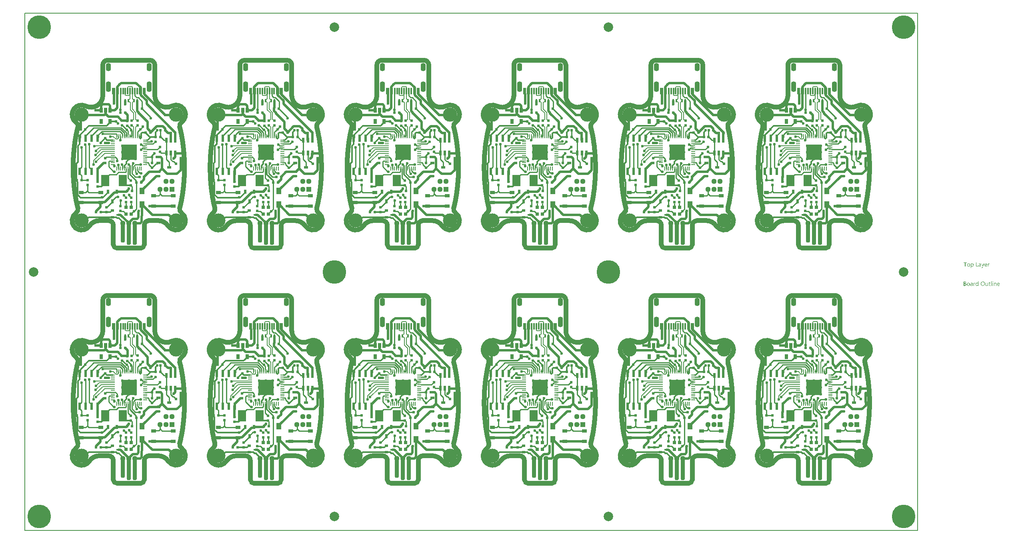
<source format=gtl>
G04*
G04 #@! TF.GenerationSoftware,Altium Limited,Altium Designer,21.9.2 (33)*
G04*
G04 Layer_Physical_Order=1*
G04 Layer_Color=255*
%FSAX25Y25*%
%MOIN*%
G70*
G04*
G04 #@! TF.SameCoordinates,F1FF36CF-567E-4D5E-8A1F-07DE1E34316F*
G04*
G04*
G04 #@! TF.FilePolarity,Positive*
G04*
G01*
G75*
%ADD10C,0.07874*%
%ADD11R,0.03445X0.00787*%
%ADD12R,0.00787X0.03445*%
%ADD13R,0.12598X0.12598*%
%ADD14R,0.01968X0.02165*%
%ADD15R,0.01575X0.02756*%
%ADD16R,0.01181X0.05709*%
%ADD17R,0.02362X0.03543*%
%ADD18R,0.02362X0.06299*%
%ADD19R,0.02756X0.03937*%
%ADD20R,0.02165X0.01968*%
%ADD21R,0.01968X0.02165*%
%ADD22R,0.02165X0.01968*%
G04:AMPARAMS|DCode=23|XSize=35.43mil|YSize=169.29mil|CornerRadius=13.82mil|HoleSize=0mil|Usage=FLASHONLY|Rotation=180.000|XOffset=0mil|YOffset=0mil|HoleType=Round|Shape=RoundedRectangle|*
%AMROUNDEDRECTD23*
21,1,0.03543,0.14165,0,0,180.0*
21,1,0.00780,0.16929,0,0,180.0*
1,1,0.02764,-0.00390,0.07083*
1,1,0.02764,0.00390,0.07083*
1,1,0.02764,0.00390,-0.07083*
1,1,0.02764,-0.00390,-0.07083*
%
%ADD23ROUNDEDRECTD23*%
G04:AMPARAMS|DCode=24|XSize=35.43mil|YSize=188.98mil|CornerRadius=13.82mil|HoleSize=0mil|Usage=FLASHONLY|Rotation=180.000|XOffset=0mil|YOffset=0mil|HoleType=Round|Shape=RoundedRectangle|*
%AMROUNDEDRECTD24*
21,1,0.03543,0.16134,0,0,180.0*
21,1,0.00780,0.18898,0,0,180.0*
1,1,0.02764,-0.00390,0.08067*
1,1,0.02764,0.00390,0.08067*
1,1,0.02764,0.00390,-0.08067*
1,1,0.02764,-0.00390,-0.08067*
%
%ADD24ROUNDEDRECTD24*%
%ADD25R,0.03150X0.02362*%
%ADD26R,0.04134X0.02559*%
%ADD27R,0.04331X0.05315*%
%ADD28R,0.03543X0.02362*%
%ADD29R,0.02559X0.03150*%
%ADD30R,0.02756X0.01575*%
%ADD31R,0.02362X0.03937*%
%ADD32R,0.06693X0.09449*%
%ADD33C,0.01181*%
%ADD34C,0.00591*%
%ADD35C,0.01968*%
%ADD36C,0.00984*%
%ADD37C,0.00787*%
%ADD38C,0.01378*%
%ADD39C,0.03937*%
%ADD40C,0.19685*%
%ADD41C,0.02362*%
G04:AMPARAMS|DCode=42|XSize=43.31mil|YSize=66.93mil|CornerRadius=19.49mil|HoleSize=0mil|Usage=FLASHONLY|Rotation=180.000|XOffset=0mil|YOffset=0mil|HoleType=Round|Shape=RoundedRectangle|*
%AMROUNDEDRECTD42*
21,1,0.04331,0.02795,0,0,180.0*
21,1,0.00433,0.06693,0,0,180.0*
1,1,0.03898,-0.00217,0.01398*
1,1,0.03898,0.00217,0.01398*
1,1,0.03898,0.00217,-0.01398*
1,1,0.03898,-0.00217,-0.01398*
%
%ADD42ROUNDEDRECTD42*%
G04:AMPARAMS|DCode=43|XSize=43.31mil|YSize=86.61mil|CornerRadius=19.49mil|HoleSize=0mil|Usage=FLASHONLY|Rotation=180.000|XOffset=0mil|YOffset=0mil|HoleType=Round|Shape=RoundedRectangle|*
%AMROUNDEDRECTD43*
21,1,0.04331,0.04764,0,0,180.0*
21,1,0.00433,0.08661,0,0,180.0*
1,1,0.03898,-0.00217,0.02382*
1,1,0.03898,0.00217,0.02382*
1,1,0.03898,0.00217,-0.02382*
1,1,0.03898,-0.00217,-0.02382*
%
%ADD43ROUNDEDRECTD43*%
%ADD44C,0.11811*%
%ADD45C,0.04370*%
%ADD46R,0.04370X0.04370*%
G36*
X0769939Y0203253D02*
X0769982Y0203247D01*
X0770026Y0203240D01*
X0770137Y0203216D01*
X0770261Y0203179D01*
X0770385Y0203117D01*
X0770447Y0203080D01*
X0770509Y0203030D01*
X0770564Y0202980D01*
X0770620Y0202919D01*
X0770626Y0202912D01*
X0770632Y0202906D01*
X0770645Y0202881D01*
X0770663Y0202857D01*
X0770682Y0202826D01*
X0770707Y0202782D01*
X0770731Y0202733D01*
X0770756Y0202683D01*
X0770781Y0202621D01*
X0770806Y0202553D01*
X0770830Y0202479D01*
X0770849Y0202399D01*
X0770880Y0202219D01*
X0770892Y0202120D01*
Y0202015D01*
Y0202009D01*
Y0201990D01*
Y0201953D01*
X0770886Y0201910D01*
Y0201860D01*
X0770874Y0201798D01*
X0770868Y0201730D01*
X0770855Y0201656D01*
X0770818Y0201495D01*
X0770762Y0201328D01*
X0770725Y0201247D01*
X0770688Y0201167D01*
X0770639Y0201086D01*
X0770583Y0201012D01*
X0770577Y0201006D01*
X0770571Y0200993D01*
X0770552Y0200975D01*
X0770527Y0200956D01*
X0770496Y0200925D01*
X0770459Y0200894D01*
X0770416Y0200857D01*
X0770366Y0200826D01*
X0770310Y0200789D01*
X0770249Y0200752D01*
X0770100Y0200696D01*
X0770020Y0200672D01*
X0769939Y0200653D01*
X0769846Y0200641D01*
X0769747Y0200634D01*
X0769698D01*
X0769667Y0200641D01*
X0769623Y0200647D01*
X0769580Y0200659D01*
X0769469Y0200684D01*
X0769351Y0200733D01*
X0769283Y0200771D01*
X0769221Y0200808D01*
X0769159Y0200857D01*
X0769103Y0200913D01*
X0769042Y0200975D01*
X0768992Y0201049D01*
X0768980D01*
Y0199539D01*
X0768577D01*
Y0203203D01*
X0768980D01*
Y0202758D01*
X0768992D01*
X0768998Y0202764D01*
X0769004Y0202782D01*
X0769023Y0202807D01*
X0769048Y0202838D01*
X0769079Y0202875D01*
X0769116Y0202919D01*
X0769159Y0202962D01*
X0769215Y0203011D01*
X0769271Y0203055D01*
X0769333Y0203098D01*
X0769407Y0203141D01*
X0769481Y0203179D01*
X0769568Y0203216D01*
X0769661Y0203240D01*
X0769753Y0203253D01*
X0769859Y0203259D01*
X0769908D01*
X0769939Y0203253D01*
D02*
G37*
G36*
X0784052Y0203240D02*
X0784127Y0203234D01*
X0784170Y0203222D01*
X0784201Y0203209D01*
Y0202795D01*
X0784195Y0202801D01*
X0784182Y0202807D01*
X0784158Y0202819D01*
X0784127Y0202838D01*
X0784083Y0202851D01*
X0784028Y0202863D01*
X0783966Y0202869D01*
X0783898Y0202875D01*
X0783885D01*
X0783854Y0202869D01*
X0783805Y0202863D01*
X0783749Y0202844D01*
X0783675Y0202813D01*
X0783607Y0202770D01*
X0783532Y0202708D01*
X0783464Y0202628D01*
X0783458Y0202615D01*
X0783439Y0202584D01*
X0783409Y0202529D01*
X0783378Y0202454D01*
X0783347Y0202361D01*
X0783316Y0202244D01*
X0783297Y0202114D01*
X0783291Y0201965D01*
Y0200690D01*
X0782889D01*
Y0203203D01*
X0783291D01*
Y0202683D01*
X0783303D01*
Y0202690D01*
X0783310Y0202696D01*
X0783322Y0202727D01*
X0783341Y0202776D01*
X0783371Y0202838D01*
X0783402Y0202900D01*
X0783452Y0202968D01*
X0783501Y0203036D01*
X0783563Y0203098D01*
X0783569Y0203104D01*
X0783594Y0203123D01*
X0783631Y0203148D01*
X0783681Y0203172D01*
X0783737Y0203197D01*
X0783805Y0203222D01*
X0783879Y0203240D01*
X0783959Y0203247D01*
X0784015D01*
X0784052Y0203240D01*
D02*
G37*
G36*
X0778673Y0200288D02*
X0778667Y0200282D01*
X0778661Y0200257D01*
X0778642Y0200214D01*
X0778617Y0200164D01*
X0778587Y0200108D01*
X0778543Y0200040D01*
X0778500Y0199972D01*
X0778450Y0199898D01*
X0778389Y0199824D01*
X0778327Y0199756D01*
X0778252Y0199687D01*
X0778172Y0199632D01*
X0778091Y0199582D01*
X0777998Y0199539D01*
X0777906Y0199514D01*
X0777800Y0199508D01*
X0777745D01*
X0777708Y0199514D01*
X0777627Y0199526D01*
X0777540Y0199545D01*
Y0199904D01*
X0777547D01*
X0777565Y0199898D01*
X0777590Y0199892D01*
X0777621Y0199885D01*
X0777695Y0199867D01*
X0777776Y0199861D01*
X0777788D01*
X0777825Y0199867D01*
X0777881Y0199879D01*
X0777949Y0199904D01*
X0778023Y0199947D01*
X0778060Y0199978D01*
X0778097Y0200015D01*
X0778135Y0200053D01*
X0778172Y0200102D01*
X0778203Y0200158D01*
X0778234Y0200220D01*
X0778438Y0200690D01*
X0777454Y0203203D01*
X0777900D01*
X0778580Y0201266D01*
Y0201260D01*
X0778587Y0201247D01*
X0778593Y0201229D01*
X0778599Y0201204D01*
X0778605Y0201167D01*
X0778617Y0201130D01*
X0778630Y0201074D01*
X0778649D01*
Y0201086D01*
X0778661Y0201123D01*
X0778673Y0201179D01*
X0778698Y0201260D01*
X0779410Y0203203D01*
X0779825D01*
X0778673Y0200288D01*
D02*
G37*
G36*
X0776265Y0203253D02*
X0776321Y0203247D01*
X0776389Y0203228D01*
X0776463Y0203209D01*
X0776544Y0203179D01*
X0776630Y0203141D01*
X0776711Y0203092D01*
X0776791Y0203030D01*
X0776866Y0202956D01*
X0776934Y0202863D01*
X0776990Y0202758D01*
X0777033Y0202634D01*
X0777058Y0202491D01*
X0777070Y0202324D01*
Y0200690D01*
X0776668D01*
Y0201080D01*
X0776655D01*
Y0201074D01*
X0776643Y0201062D01*
X0776630Y0201037D01*
X0776606Y0201012D01*
X0776544Y0200938D01*
X0776463Y0200857D01*
X0776352Y0200777D01*
X0776222Y0200703D01*
X0776142Y0200678D01*
X0776061Y0200653D01*
X0775974Y0200641D01*
X0775881Y0200634D01*
X0775844D01*
X0775820Y0200641D01*
X0775751Y0200647D01*
X0775671Y0200659D01*
X0775572Y0200684D01*
X0775479Y0200715D01*
X0775380Y0200764D01*
X0775293Y0200826D01*
X0775287Y0200839D01*
X0775262Y0200864D01*
X0775225Y0200907D01*
X0775188Y0200969D01*
X0775151Y0201043D01*
X0775114Y0201130D01*
X0775089Y0201235D01*
X0775083Y0201353D01*
Y0201359D01*
Y0201383D01*
X0775089Y0201421D01*
X0775095Y0201464D01*
X0775108Y0201520D01*
X0775126Y0201582D01*
X0775151Y0201650D01*
X0775188Y0201718D01*
X0775232Y0201792D01*
X0775287Y0201866D01*
X0775355Y0201934D01*
X0775436Y0201996D01*
X0775529Y0202058D01*
X0775640Y0202108D01*
X0775764Y0202145D01*
X0775913Y0202176D01*
X0776668Y0202281D01*
Y0202287D01*
Y0202306D01*
X0776661Y0202343D01*
Y0202380D01*
X0776649Y0202430D01*
X0776643Y0202485D01*
X0776606Y0202603D01*
X0776575Y0202659D01*
X0776544Y0202714D01*
X0776501Y0202770D01*
X0776451Y0202819D01*
X0776389Y0202863D01*
X0776321Y0202894D01*
X0776240Y0202912D01*
X0776148Y0202919D01*
X0776104D01*
X0776073Y0202912D01*
X0776030D01*
X0775987Y0202900D01*
X0775875Y0202881D01*
X0775751Y0202844D01*
X0775615Y0202789D01*
X0775541Y0202751D01*
X0775473Y0202714D01*
X0775399Y0202665D01*
X0775331Y0202609D01*
Y0203024D01*
X0775337D01*
X0775349Y0203036D01*
X0775368Y0203048D01*
X0775399Y0203061D01*
X0775430Y0203080D01*
X0775473Y0203098D01*
X0775523Y0203117D01*
X0775578Y0203141D01*
X0775702Y0203185D01*
X0775851Y0203222D01*
X0776012Y0203247D01*
X0776185Y0203259D01*
X0776222D01*
X0776265Y0203253D01*
D02*
G37*
G36*
X0773375Y0201062D02*
X0774786D01*
Y0200690D01*
X0772960D01*
Y0204206D01*
X0773375D01*
Y0201062D01*
D02*
G37*
G36*
X0765136Y0203835D02*
X0764120D01*
Y0200690D01*
X0763712D01*
Y0203835D01*
X0762697D01*
Y0204206D01*
X0765136D01*
Y0203835D01*
D02*
G37*
G36*
X0781329Y0203253D02*
X0781372Y0203247D01*
X0781415Y0203240D01*
X0781527Y0203222D01*
X0781651Y0203179D01*
X0781774Y0203123D01*
X0781836Y0203086D01*
X0781898Y0203042D01*
X0781954Y0202993D01*
X0782010Y0202937D01*
X0782016Y0202931D01*
X0782022Y0202925D01*
X0782034Y0202906D01*
X0782053Y0202881D01*
X0782071Y0202844D01*
X0782096Y0202807D01*
X0782121Y0202764D01*
X0782146Y0202708D01*
X0782171Y0202646D01*
X0782195Y0202584D01*
X0782220Y0202510D01*
X0782239Y0202430D01*
X0782257Y0202343D01*
X0782270Y0202256D01*
X0782282Y0202157D01*
Y0202052D01*
Y0201841D01*
X0780506D01*
Y0201835D01*
Y0201823D01*
Y0201804D01*
X0780512Y0201773D01*
X0780518Y0201736D01*
Y0201699D01*
X0780536Y0201600D01*
X0780567Y0201501D01*
X0780605Y0201390D01*
X0780660Y0201284D01*
X0780728Y0201191D01*
X0780741Y0201179D01*
X0780765Y0201154D01*
X0780815Y0201123D01*
X0780883Y0201080D01*
X0780970Y0201037D01*
X0781069Y0201006D01*
X0781186Y0200981D01*
X0781322Y0200969D01*
X0781366D01*
X0781397Y0200975D01*
X0781434D01*
X0781477Y0200981D01*
X0781582Y0201006D01*
X0781700Y0201037D01*
X0781830Y0201086D01*
X0781966Y0201154D01*
X0782034Y0201198D01*
X0782102Y0201247D01*
Y0200870D01*
X0782096D01*
X0782090Y0200857D01*
X0782071Y0200851D01*
X0782041Y0200833D01*
X0782010Y0200814D01*
X0781973Y0200795D01*
X0781923Y0200777D01*
X0781873Y0200752D01*
X0781812Y0200727D01*
X0781743Y0200709D01*
X0781595Y0200672D01*
X0781422Y0200647D01*
X0781230Y0200634D01*
X0781180D01*
X0781143Y0200641D01*
X0781100Y0200647D01*
X0781044Y0200653D01*
X0780926Y0200678D01*
X0780790Y0200715D01*
X0780654Y0200777D01*
X0780586Y0200820D01*
X0780518Y0200864D01*
X0780456Y0200913D01*
X0780394Y0200975D01*
X0780388Y0200981D01*
X0780382Y0200993D01*
X0780369Y0201012D01*
X0780344Y0201037D01*
X0780326Y0201074D01*
X0780301Y0201117D01*
X0780270Y0201167D01*
X0780245Y0201222D01*
X0780215Y0201284D01*
X0780190Y0201359D01*
X0780159Y0201439D01*
X0780140Y0201526D01*
X0780122Y0201619D01*
X0780103Y0201718D01*
X0780097Y0201823D01*
X0780091Y0201934D01*
Y0201940D01*
Y0201959D01*
Y0201990D01*
X0780097Y0202033D01*
X0780103Y0202083D01*
X0780109Y0202139D01*
X0780116Y0202207D01*
X0780134Y0202275D01*
X0780171Y0202423D01*
X0780227Y0202584D01*
X0780264Y0202665D01*
X0780314Y0202739D01*
X0780363Y0202819D01*
X0780419Y0202888D01*
X0780425Y0202894D01*
X0780437Y0202906D01*
X0780456Y0202925D01*
X0780481Y0202943D01*
X0780512Y0202974D01*
X0780549Y0203005D01*
X0780598Y0203036D01*
X0780648Y0203073D01*
X0780765Y0203141D01*
X0780908Y0203203D01*
X0780988Y0203222D01*
X0781069Y0203240D01*
X0781155Y0203253D01*
X0781248Y0203259D01*
X0781298D01*
X0781329Y0203253D01*
D02*
G37*
G36*
X0766838D02*
X0766881Y0203247D01*
X0766937Y0203240D01*
X0767061Y0203216D01*
X0767203Y0203172D01*
X0767346Y0203110D01*
X0767420Y0203073D01*
X0767488Y0203030D01*
X0767556Y0202974D01*
X0767618Y0202912D01*
X0767624Y0202906D01*
X0767630Y0202894D01*
X0767649Y0202875D01*
X0767667Y0202851D01*
X0767692Y0202813D01*
X0767717Y0202770D01*
X0767748Y0202720D01*
X0767779Y0202665D01*
X0767804Y0202597D01*
X0767835Y0202529D01*
X0767859Y0202448D01*
X0767884Y0202361D01*
X0767903Y0202269D01*
X0767921Y0202170D01*
X0767927Y0202064D01*
X0767934Y0201953D01*
Y0201947D01*
Y0201928D01*
Y0201897D01*
X0767927Y0201854D01*
X0767921Y0201804D01*
X0767915Y0201743D01*
X0767903Y0201680D01*
X0767890Y0201606D01*
X0767853Y0201458D01*
X0767791Y0201297D01*
X0767754Y0201216D01*
X0767704Y0201136D01*
X0767655Y0201062D01*
X0767593Y0200993D01*
X0767587Y0200987D01*
X0767575Y0200981D01*
X0767556Y0200962D01*
X0767531Y0200938D01*
X0767494Y0200913D01*
X0767457Y0200882D01*
X0767407Y0200845D01*
X0767352Y0200814D01*
X0767290Y0200783D01*
X0767222Y0200746D01*
X0767147Y0200715D01*
X0767067Y0200690D01*
X0766980Y0200665D01*
X0766888Y0200653D01*
X0766788Y0200641D01*
X0766683Y0200634D01*
X0766628D01*
X0766590Y0200641D01*
X0766547Y0200647D01*
X0766491Y0200653D01*
X0766429Y0200665D01*
X0766361Y0200678D01*
X0766219Y0200721D01*
X0766070Y0200783D01*
X0765996Y0200820D01*
X0765928Y0200870D01*
X0765860Y0200919D01*
X0765792Y0200981D01*
X0765786Y0200987D01*
X0765779Y0201000D01*
X0765761Y0201018D01*
X0765742Y0201043D01*
X0765718Y0201080D01*
X0765687Y0201123D01*
X0765656Y0201173D01*
X0765631Y0201229D01*
X0765600Y0201297D01*
X0765569Y0201365D01*
X0765538Y0201439D01*
X0765513Y0201526D01*
X0765476Y0201712D01*
X0765470Y0201811D01*
X0765464Y0201916D01*
Y0201922D01*
Y0201947D01*
Y0201978D01*
X0765470Y0202021D01*
X0765476Y0202070D01*
X0765482Y0202132D01*
X0765495Y0202201D01*
X0765507Y0202275D01*
X0765544Y0202436D01*
X0765606Y0202597D01*
X0765650Y0202677D01*
X0765693Y0202758D01*
X0765742Y0202832D01*
X0765804Y0202900D01*
X0765810Y0202906D01*
X0765823Y0202919D01*
X0765841Y0202931D01*
X0765866Y0202956D01*
X0765903Y0202980D01*
X0765947Y0203011D01*
X0765996Y0203048D01*
X0766052Y0203080D01*
X0766114Y0203110D01*
X0766188Y0203148D01*
X0766262Y0203179D01*
X0766349Y0203203D01*
X0766436Y0203228D01*
X0766535Y0203247D01*
X0766640Y0203253D01*
X0766745Y0203259D01*
X0766801D01*
X0766838Y0203253D01*
D02*
G37*
G36*
X0786906Y0188267D02*
X0786931D01*
X0786986Y0188243D01*
X0787017Y0188224D01*
X0787048Y0188199D01*
X0787054Y0188193D01*
X0787061Y0188187D01*
X0787092Y0188150D01*
X0787116Y0188088D01*
X0787123Y0188051D01*
X0787129Y0188014D01*
Y0188007D01*
Y0187995D01*
X0787123Y0187977D01*
X0787116Y0187952D01*
X0787098Y0187890D01*
X0787073Y0187859D01*
X0787048Y0187828D01*
X0787042D01*
X0787036Y0187816D01*
X0786999Y0187791D01*
X0786943Y0187766D01*
X0786906Y0187760D01*
X0786869Y0187754D01*
X0786850D01*
X0786832Y0187760D01*
X0786807D01*
X0786745Y0187785D01*
X0786714Y0187797D01*
X0786683Y0187822D01*
Y0187828D01*
X0786671Y0187834D01*
X0786658Y0187853D01*
X0786646Y0187871D01*
X0786621Y0187933D01*
X0786615Y0187970D01*
X0786609Y0188014D01*
Y0188020D01*
Y0188032D01*
X0786615Y0188051D01*
X0786621Y0188082D01*
X0786640Y0188137D01*
X0786658Y0188168D01*
X0786683Y0188199D01*
X0786689Y0188206D01*
X0786695Y0188212D01*
X0786733Y0188236D01*
X0786795Y0188261D01*
X0786832Y0188274D01*
X0786887D01*
X0786906Y0188267D01*
D02*
G37*
G36*
X0774916Y0184603D02*
X0774513D01*
Y0185024D01*
X0774501D01*
Y0185018D01*
X0774489Y0185005D01*
X0774470Y0184980D01*
X0774452Y0184950D01*
X0774421Y0184912D01*
X0774384Y0184875D01*
X0774340Y0184832D01*
X0774291Y0184789D01*
X0774235Y0184739D01*
X0774167Y0184696D01*
X0774099Y0184659D01*
X0774018Y0184622D01*
X0773938Y0184591D01*
X0773845Y0184566D01*
X0773746Y0184553D01*
X0773641Y0184547D01*
X0773597D01*
X0773560Y0184553D01*
X0773523Y0184560D01*
X0773474Y0184566D01*
X0773368Y0184591D01*
X0773245Y0184628D01*
X0773121Y0184690D01*
X0773053Y0184727D01*
X0772997Y0184770D01*
X0772935Y0184826D01*
X0772879Y0184881D01*
Y0184888D01*
X0772867Y0184900D01*
X0772855Y0184919D01*
X0772836Y0184943D01*
X0772818Y0184974D01*
X0772793Y0185018D01*
X0772768Y0185067D01*
X0772743Y0185123D01*
X0772712Y0185185D01*
X0772687Y0185253D01*
X0772663Y0185327D01*
X0772644Y0185408D01*
X0772626Y0185494D01*
X0772613Y0185593D01*
X0772607Y0185692D01*
X0772601Y0185798D01*
Y0185804D01*
Y0185822D01*
Y0185860D01*
X0772607Y0185903D01*
X0772613Y0185952D01*
X0772619Y0186014D01*
X0772626Y0186082D01*
X0772638Y0186157D01*
X0772675Y0186318D01*
X0772731Y0186485D01*
X0772768Y0186565D01*
X0772811Y0186646D01*
X0772855Y0186720D01*
X0772910Y0186794D01*
X0772917Y0186800D01*
X0772923Y0186813D01*
X0772941Y0186831D01*
X0772966Y0186856D01*
X0772997Y0186881D01*
X0773040Y0186912D01*
X0773084Y0186949D01*
X0773133Y0186986D01*
X0773257Y0187054D01*
X0773399Y0187116D01*
X0773480Y0187135D01*
X0773566Y0187153D01*
X0773653Y0187166D01*
X0773752Y0187172D01*
X0773802D01*
X0773839Y0187166D01*
X0773876Y0187159D01*
X0773925Y0187153D01*
X0774037Y0187122D01*
X0774161Y0187073D01*
X0774223Y0187042D01*
X0774285Y0186998D01*
X0774346Y0186955D01*
X0774402Y0186899D01*
X0774452Y0186837D01*
X0774501Y0186763D01*
X0774513D01*
Y0188323D01*
X0774916D01*
Y0184603D01*
D02*
G37*
G36*
X0789184Y0187166D02*
X0789258Y0187159D01*
X0789351Y0187141D01*
X0789450Y0187110D01*
X0789555Y0187060D01*
X0789661Y0186992D01*
X0789704Y0186955D01*
X0789747Y0186906D01*
X0789759Y0186893D01*
X0789784Y0186856D01*
X0789815Y0186794D01*
X0789859Y0186707D01*
X0789896Y0186602D01*
X0789933Y0186472D01*
X0789958Y0186318D01*
X0789964Y0186138D01*
Y0184603D01*
X0789561D01*
Y0186033D01*
Y0186039D01*
Y0186070D01*
X0789555Y0186107D01*
Y0186157D01*
X0789543Y0186219D01*
X0789531Y0186287D01*
X0789512Y0186361D01*
X0789487Y0186435D01*
X0789456Y0186510D01*
X0789419Y0186577D01*
X0789369Y0186646D01*
X0789314Y0186707D01*
X0789252Y0186757D01*
X0789172Y0186794D01*
X0789085Y0186825D01*
X0788980Y0186831D01*
X0788967D01*
X0788930Y0186825D01*
X0788874Y0186819D01*
X0788806Y0186800D01*
X0788726Y0186776D01*
X0788639Y0186732D01*
X0788559Y0186677D01*
X0788478Y0186602D01*
X0788472Y0186590D01*
X0788447Y0186565D01*
X0788416Y0186516D01*
X0788379Y0186448D01*
X0788342Y0186367D01*
X0788311Y0186268D01*
X0788286Y0186157D01*
X0788280Y0186033D01*
Y0184603D01*
X0787878D01*
Y0187116D01*
X0788280D01*
Y0186695D01*
X0788293D01*
X0788299Y0186701D01*
X0788305Y0186714D01*
X0788323Y0186739D01*
X0788348Y0186769D01*
X0788373Y0186807D01*
X0788410Y0186844D01*
X0788453Y0186887D01*
X0788503Y0186937D01*
X0788559Y0186980D01*
X0788621Y0187023D01*
X0788689Y0187060D01*
X0788763Y0187098D01*
X0788837Y0187128D01*
X0788924Y0187153D01*
X0789017Y0187166D01*
X0789116Y0187172D01*
X0789153D01*
X0789184Y0187166D01*
D02*
G37*
G36*
X0772186Y0187153D02*
X0772260Y0187147D01*
X0772304Y0187135D01*
X0772335Y0187122D01*
Y0186707D01*
X0772329Y0186714D01*
X0772316Y0186720D01*
X0772291Y0186732D01*
X0772260Y0186751D01*
X0772217Y0186763D01*
X0772161Y0186776D01*
X0772099Y0186782D01*
X0772031Y0186788D01*
X0772019D01*
X0771988Y0186782D01*
X0771939Y0186776D01*
X0771883Y0186757D01*
X0771808Y0186726D01*
X0771740Y0186683D01*
X0771666Y0186621D01*
X0771598Y0186540D01*
X0771592Y0186528D01*
X0771573Y0186497D01*
X0771542Y0186441D01*
X0771511Y0186367D01*
X0771480Y0186274D01*
X0771450Y0186157D01*
X0771431Y0186027D01*
X0771425Y0185878D01*
Y0184603D01*
X0771022D01*
Y0187116D01*
X0771425D01*
Y0186596D01*
X0771437D01*
Y0186602D01*
X0771443Y0186609D01*
X0771456Y0186639D01*
X0771474Y0186689D01*
X0771505Y0186751D01*
X0771536Y0186813D01*
X0771586Y0186881D01*
X0771635Y0186949D01*
X0771697Y0187011D01*
X0771703Y0187017D01*
X0771728Y0187036D01*
X0771765Y0187060D01*
X0771815Y0187085D01*
X0771870Y0187110D01*
X0771939Y0187135D01*
X0772013Y0187153D01*
X0772093Y0187159D01*
X0772149D01*
X0772186Y0187153D01*
D02*
G37*
G36*
X0782926Y0184603D02*
X0782523D01*
Y0184999D01*
X0782511D01*
Y0184993D01*
X0782499Y0184980D01*
X0782486Y0184956D01*
X0782462Y0184931D01*
X0782406Y0184857D01*
X0782319Y0184776D01*
X0782270Y0184733D01*
X0782214Y0184690D01*
X0782152Y0184652D01*
X0782078Y0184615D01*
X0782003Y0184591D01*
X0781923Y0184566D01*
X0781830Y0184553D01*
X0781737Y0184547D01*
X0781700D01*
X0781657Y0184553D01*
X0781595Y0184566D01*
X0781527Y0184578D01*
X0781453Y0184603D01*
X0781372Y0184634D01*
X0781292Y0184683D01*
X0781205Y0184739D01*
X0781124Y0184807D01*
X0781050Y0184894D01*
X0780982Y0184999D01*
X0780920Y0185117D01*
X0780877Y0185259D01*
X0780852Y0185426D01*
X0780840Y0185513D01*
Y0185612D01*
Y0187116D01*
X0781236D01*
Y0185674D01*
Y0185668D01*
Y0185643D01*
X0781242Y0185600D01*
X0781248Y0185550D01*
X0781254Y0185488D01*
X0781267Y0185426D01*
X0781285Y0185352D01*
X0781310Y0185278D01*
X0781347Y0185203D01*
X0781384Y0185135D01*
X0781434Y0185067D01*
X0781496Y0185005D01*
X0781564Y0184956D01*
X0781644Y0184919D01*
X0781743Y0184888D01*
X0781849Y0184881D01*
X0781861D01*
X0781898Y0184888D01*
X0781954Y0184894D01*
X0782016Y0184906D01*
X0782096Y0184937D01*
X0782177Y0184974D01*
X0782257Y0185024D01*
X0782332Y0185098D01*
X0782338Y0185110D01*
X0782363Y0185135D01*
X0782393Y0185185D01*
X0782431Y0185253D01*
X0782462Y0185333D01*
X0782492Y0185432D01*
X0782517Y0185544D01*
X0782523Y0185668D01*
Y0187116D01*
X0782926D01*
Y0184603D01*
D02*
G37*
G36*
X0787061D02*
X0786658D01*
Y0187116D01*
X0787061D01*
Y0184603D01*
D02*
G37*
G36*
X0785841D02*
X0785439D01*
Y0188323D01*
X0785841D01*
Y0184603D01*
D02*
G37*
G36*
X0769462Y0187166D02*
X0769518Y0187159D01*
X0769586Y0187141D01*
X0769661Y0187122D01*
X0769741Y0187091D01*
X0769828Y0187054D01*
X0769908Y0187005D01*
X0769989Y0186943D01*
X0770063Y0186869D01*
X0770131Y0186776D01*
X0770187Y0186670D01*
X0770230Y0186547D01*
X0770255Y0186404D01*
X0770267Y0186237D01*
Y0184603D01*
X0769865D01*
Y0184993D01*
X0769852D01*
Y0184987D01*
X0769840Y0184974D01*
X0769828Y0184950D01*
X0769803Y0184925D01*
X0769741Y0184851D01*
X0769661Y0184770D01*
X0769549Y0184690D01*
X0769419Y0184615D01*
X0769339Y0184591D01*
X0769258Y0184566D01*
X0769172Y0184553D01*
X0769079Y0184547D01*
X0769042D01*
X0769017Y0184553D01*
X0768949Y0184560D01*
X0768868Y0184572D01*
X0768769Y0184597D01*
X0768676Y0184628D01*
X0768577Y0184677D01*
X0768491Y0184739D01*
X0768484Y0184751D01*
X0768460Y0184776D01*
X0768423Y0184820D01*
X0768385Y0184881D01*
X0768348Y0184956D01*
X0768311Y0185042D01*
X0768286Y0185148D01*
X0768280Y0185265D01*
Y0185272D01*
Y0185296D01*
X0768286Y0185333D01*
X0768293Y0185377D01*
X0768305Y0185432D01*
X0768324Y0185494D01*
X0768348Y0185562D01*
X0768385Y0185631D01*
X0768429Y0185705D01*
X0768484Y0185779D01*
X0768553Y0185847D01*
X0768633Y0185909D01*
X0768726Y0185971D01*
X0768837Y0186021D01*
X0768961Y0186058D01*
X0769110Y0186089D01*
X0769865Y0186194D01*
Y0186200D01*
Y0186219D01*
X0769859Y0186256D01*
Y0186293D01*
X0769846Y0186342D01*
X0769840Y0186398D01*
X0769803Y0186516D01*
X0769772Y0186571D01*
X0769741Y0186627D01*
X0769698Y0186683D01*
X0769648Y0186732D01*
X0769586Y0186776D01*
X0769518Y0186807D01*
X0769438Y0186825D01*
X0769345Y0186831D01*
X0769302D01*
X0769271Y0186825D01*
X0769227D01*
X0769184Y0186813D01*
X0769072Y0186794D01*
X0768949Y0186757D01*
X0768813Y0186701D01*
X0768738Y0186664D01*
X0768670Y0186627D01*
X0768596Y0186577D01*
X0768528Y0186522D01*
Y0186937D01*
X0768534D01*
X0768546Y0186949D01*
X0768565Y0186961D01*
X0768596Y0186974D01*
X0768627Y0186992D01*
X0768670Y0187011D01*
X0768720Y0187029D01*
X0768775Y0187054D01*
X0768899Y0187098D01*
X0769048Y0187135D01*
X0769209Y0187159D01*
X0769382Y0187172D01*
X0769419D01*
X0769462Y0187166D01*
D02*
G37*
G36*
X0763774Y0188113D02*
X0763817D01*
X0763861Y0188107D01*
X0763960Y0188094D01*
X0764077Y0188063D01*
X0764201Y0188026D01*
X0764319Y0187970D01*
X0764424Y0187896D01*
X0764430D01*
X0764436Y0187884D01*
X0764467Y0187859D01*
X0764510Y0187809D01*
X0764560Y0187741D01*
X0764603Y0187655D01*
X0764647Y0187556D01*
X0764678Y0187444D01*
X0764690Y0187382D01*
Y0187314D01*
Y0187308D01*
Y0187302D01*
Y0187265D01*
X0764684Y0187209D01*
X0764671Y0187141D01*
X0764653Y0187054D01*
X0764622Y0186968D01*
X0764585Y0186881D01*
X0764529Y0186794D01*
X0764523Y0186782D01*
X0764498Y0186757D01*
X0764461Y0186720D01*
X0764411Y0186670D01*
X0764350Y0186621D01*
X0764275Y0186565D01*
X0764182Y0186522D01*
X0764083Y0186478D01*
Y0186472D01*
X0764102D01*
X0764120Y0186466D01*
X0764139Y0186460D01*
X0764207Y0186448D01*
X0764288Y0186423D01*
X0764374Y0186386D01*
X0764467Y0186342D01*
X0764560Y0186280D01*
X0764647Y0186200D01*
X0764659Y0186188D01*
X0764684Y0186157D01*
X0764715Y0186113D01*
X0764758Y0186045D01*
X0764795Y0185959D01*
X0764832Y0185860D01*
X0764857Y0185742D01*
X0764863Y0185612D01*
Y0185606D01*
Y0185593D01*
Y0185569D01*
X0764857Y0185538D01*
X0764851Y0185501D01*
X0764845Y0185457D01*
X0764820Y0185352D01*
X0764783Y0185234D01*
X0764727Y0185110D01*
X0764690Y0185055D01*
X0764647Y0184993D01*
X0764591Y0184937D01*
X0764535Y0184881D01*
X0764529D01*
X0764523Y0184869D01*
X0764504Y0184857D01*
X0764480Y0184838D01*
X0764449Y0184820D01*
X0764405Y0184795D01*
X0764312Y0184745D01*
X0764195Y0184690D01*
X0764059Y0184646D01*
X0763898Y0184615D01*
X0763817Y0184609D01*
X0763724Y0184603D01*
X0762697D01*
Y0188119D01*
X0763743D01*
X0763774Y0188113D01*
D02*
G37*
G36*
X0784269Y0187116D02*
X0784906D01*
Y0186769D01*
X0784269D01*
Y0185352D01*
Y0185340D01*
Y0185309D01*
X0784275Y0185265D01*
X0784281Y0185210D01*
X0784306Y0185092D01*
X0784325Y0185036D01*
X0784356Y0184993D01*
X0784362Y0184987D01*
X0784374Y0184974D01*
X0784393Y0184962D01*
X0784424Y0184943D01*
X0784461Y0184919D01*
X0784510Y0184906D01*
X0784572Y0184894D01*
X0784640Y0184888D01*
X0784665D01*
X0784696Y0184894D01*
X0784733Y0184900D01*
X0784820Y0184925D01*
X0784863Y0184943D01*
X0784906Y0184968D01*
Y0184622D01*
X0784900D01*
X0784882Y0184609D01*
X0784851Y0184603D01*
X0784807Y0184591D01*
X0784752Y0184578D01*
X0784690Y0184566D01*
X0784616Y0184560D01*
X0784529Y0184553D01*
X0784498D01*
X0784467Y0184560D01*
X0784424Y0184566D01*
X0784374Y0184578D01*
X0784318Y0184591D01*
X0784263Y0184615D01*
X0784201Y0184646D01*
X0784139Y0184683D01*
X0784077Y0184733D01*
X0784021Y0184789D01*
X0783972Y0184863D01*
X0783928Y0184943D01*
X0783898Y0185042D01*
X0783873Y0185154D01*
X0783867Y0185284D01*
Y0186769D01*
X0783439D01*
Y0187116D01*
X0783867D01*
Y0187729D01*
X0784269Y0187859D01*
Y0187116D01*
D02*
G37*
G36*
X0791796Y0187166D02*
X0791839Y0187159D01*
X0791883Y0187153D01*
X0791994Y0187135D01*
X0792118Y0187091D01*
X0792242Y0187036D01*
X0792304Y0186998D01*
X0792366Y0186955D01*
X0792421Y0186906D01*
X0792477Y0186850D01*
X0792483Y0186844D01*
X0792489Y0186837D01*
X0792502Y0186819D01*
X0792520Y0186794D01*
X0792539Y0186757D01*
X0792564Y0186720D01*
X0792588Y0186677D01*
X0792613Y0186621D01*
X0792638Y0186559D01*
X0792663Y0186497D01*
X0792687Y0186423D01*
X0792706Y0186342D01*
X0792725Y0186256D01*
X0792737Y0186169D01*
X0792749Y0186070D01*
Y0185965D01*
Y0185754D01*
X0790973D01*
Y0185748D01*
Y0185736D01*
Y0185717D01*
X0790979Y0185686D01*
X0790985Y0185649D01*
Y0185612D01*
X0791004Y0185513D01*
X0791035Y0185414D01*
X0791072Y0185302D01*
X0791127Y0185197D01*
X0791196Y0185104D01*
X0791208Y0185092D01*
X0791233Y0185067D01*
X0791282Y0185036D01*
X0791350Y0184993D01*
X0791437Y0184950D01*
X0791536Y0184919D01*
X0791654Y0184894D01*
X0791790Y0184881D01*
X0791833D01*
X0791864Y0184888D01*
X0791901D01*
X0791945Y0184894D01*
X0792050Y0184919D01*
X0792167Y0184950D01*
X0792297Y0184999D01*
X0792434Y0185067D01*
X0792502Y0185110D01*
X0792570Y0185160D01*
Y0184782D01*
X0792564D01*
X0792557Y0184770D01*
X0792539Y0184764D01*
X0792508Y0184745D01*
X0792477Y0184727D01*
X0792440Y0184708D01*
X0792390Y0184690D01*
X0792341Y0184665D01*
X0792279Y0184640D01*
X0792211Y0184622D01*
X0792062Y0184584D01*
X0791889Y0184560D01*
X0791697Y0184547D01*
X0791647D01*
X0791610Y0184553D01*
X0791567Y0184560D01*
X0791511Y0184566D01*
X0791394Y0184591D01*
X0791257Y0184628D01*
X0791121Y0184690D01*
X0791053Y0184733D01*
X0790985Y0184776D01*
X0790923Y0184826D01*
X0790861Y0184888D01*
X0790855Y0184894D01*
X0790849Y0184906D01*
X0790837Y0184925D01*
X0790812Y0184950D01*
X0790793Y0184987D01*
X0790768Y0185030D01*
X0790737Y0185080D01*
X0790713Y0185135D01*
X0790682Y0185197D01*
X0790657Y0185272D01*
X0790626Y0185352D01*
X0790608Y0185439D01*
X0790589Y0185531D01*
X0790570Y0185631D01*
X0790564Y0185736D01*
X0790558Y0185847D01*
Y0185853D01*
Y0185872D01*
Y0185903D01*
X0790564Y0185946D01*
X0790570Y0185996D01*
X0790577Y0186051D01*
X0790583Y0186119D01*
X0790601Y0186188D01*
X0790638Y0186336D01*
X0790694Y0186497D01*
X0790731Y0186577D01*
X0790781Y0186652D01*
X0790830Y0186732D01*
X0790886Y0186800D01*
X0790892Y0186807D01*
X0790905Y0186819D01*
X0790923Y0186837D01*
X0790948Y0186856D01*
X0790979Y0186887D01*
X0791016Y0186918D01*
X0791066Y0186949D01*
X0791115Y0186986D01*
X0791233Y0187054D01*
X0791375Y0187116D01*
X0791456Y0187135D01*
X0791536Y0187153D01*
X0791623Y0187166D01*
X0791715Y0187172D01*
X0791765D01*
X0791796Y0187166D01*
D02*
G37*
G36*
X0778754Y0188175D02*
X0778816Y0188168D01*
X0778890Y0188156D01*
X0778970Y0188137D01*
X0779057Y0188119D01*
X0779144Y0188094D01*
X0779243Y0188063D01*
X0779335Y0188020D01*
X0779435Y0187970D01*
X0779534Y0187915D01*
X0779627Y0187847D01*
X0779719Y0187772D01*
X0779806Y0187686D01*
X0779812Y0187679D01*
X0779825Y0187661D01*
X0779849Y0187636D01*
X0779874Y0187599D01*
X0779911Y0187549D01*
X0779948Y0187487D01*
X0779986Y0187419D01*
X0780029Y0187345D01*
X0780072Y0187252D01*
X0780109Y0187159D01*
X0780146Y0187054D01*
X0780184Y0186937D01*
X0780208Y0186819D01*
X0780233Y0186689D01*
X0780245Y0186547D01*
X0780252Y0186404D01*
Y0186392D01*
Y0186367D01*
Y0186324D01*
X0780245Y0186262D01*
X0780239Y0186188D01*
X0780227Y0186107D01*
X0780215Y0186014D01*
X0780196Y0185909D01*
X0780171Y0185804D01*
X0780140Y0185692D01*
X0780103Y0185581D01*
X0780060Y0185469D01*
X0780004Y0185352D01*
X0779942Y0185247D01*
X0779874Y0185142D01*
X0779794Y0185042D01*
X0779787Y0185036D01*
X0779775Y0185024D01*
X0779744Y0184999D01*
X0779713Y0184968D01*
X0779664Y0184925D01*
X0779608Y0184888D01*
X0779546Y0184838D01*
X0779472Y0184795D01*
X0779391Y0184751D01*
X0779298Y0184702D01*
X0779199Y0184665D01*
X0779088Y0184628D01*
X0778970Y0184591D01*
X0778847Y0184566D01*
X0778717Y0184553D01*
X0778574Y0184547D01*
X0778543D01*
X0778500Y0184553D01*
X0778450D01*
X0778389Y0184560D01*
X0778314Y0184572D01*
X0778234Y0184591D01*
X0778141Y0184609D01*
X0778048Y0184634D01*
X0777949Y0184665D01*
X0777850Y0184708D01*
X0777751Y0184751D01*
X0777652Y0184807D01*
X0777553Y0184875D01*
X0777460Y0184950D01*
X0777373Y0185036D01*
X0777367Y0185042D01*
X0777355Y0185061D01*
X0777330Y0185086D01*
X0777305Y0185123D01*
X0777268Y0185172D01*
X0777231Y0185234D01*
X0777194Y0185302D01*
X0777150Y0185383D01*
X0777107Y0185469D01*
X0777070Y0185562D01*
X0777033Y0185668D01*
X0776996Y0185785D01*
X0776971Y0185903D01*
X0776946Y0186033D01*
X0776934Y0186175D01*
X0776928Y0186318D01*
Y0186330D01*
Y0186355D01*
X0776934Y0186398D01*
Y0186460D01*
X0776940Y0186528D01*
X0776952Y0186615D01*
X0776965Y0186707D01*
X0776983Y0186807D01*
X0777008Y0186912D01*
X0777039Y0187023D01*
X0777076Y0187135D01*
X0777119Y0187246D01*
X0777175Y0187357D01*
X0777237Y0187469D01*
X0777305Y0187574D01*
X0777386Y0187673D01*
X0777392Y0187679D01*
X0777404Y0187698D01*
X0777435Y0187723D01*
X0777472Y0187754D01*
X0777516Y0187791D01*
X0777571Y0187834D01*
X0777639Y0187877D01*
X0777714Y0187927D01*
X0777800Y0187977D01*
X0777893Y0188020D01*
X0777992Y0188063D01*
X0778104Y0188100D01*
X0778228Y0188131D01*
X0778358Y0188162D01*
X0778494Y0188175D01*
X0778636Y0188181D01*
X0778704D01*
X0778754Y0188175D01*
D02*
G37*
G36*
X0766726Y0187166D02*
X0766770Y0187159D01*
X0766826Y0187153D01*
X0766949Y0187128D01*
X0767092Y0187085D01*
X0767234Y0187023D01*
X0767308Y0186986D01*
X0767377Y0186943D01*
X0767445Y0186887D01*
X0767507Y0186825D01*
X0767513Y0186819D01*
X0767519Y0186807D01*
X0767537Y0186788D01*
X0767556Y0186763D01*
X0767581Y0186726D01*
X0767605Y0186683D01*
X0767636Y0186633D01*
X0767667Y0186577D01*
X0767692Y0186510D01*
X0767723Y0186441D01*
X0767748Y0186361D01*
X0767773Y0186274D01*
X0767791Y0186181D01*
X0767810Y0186082D01*
X0767816Y0185977D01*
X0767822Y0185866D01*
Y0185860D01*
Y0185841D01*
Y0185810D01*
X0767816Y0185767D01*
X0767810Y0185717D01*
X0767804Y0185655D01*
X0767791Y0185593D01*
X0767779Y0185519D01*
X0767742Y0185371D01*
X0767680Y0185210D01*
X0767643Y0185129D01*
X0767593Y0185049D01*
X0767544Y0184974D01*
X0767482Y0184906D01*
X0767476Y0184900D01*
X0767463Y0184894D01*
X0767445Y0184875D01*
X0767420Y0184851D01*
X0767383Y0184826D01*
X0767346Y0184795D01*
X0767296Y0184758D01*
X0767240Y0184727D01*
X0767178Y0184696D01*
X0767110Y0184659D01*
X0767036Y0184628D01*
X0766956Y0184603D01*
X0766869Y0184578D01*
X0766776Y0184566D01*
X0766677Y0184553D01*
X0766572Y0184547D01*
X0766516D01*
X0766479Y0184553D01*
X0766436Y0184560D01*
X0766380Y0184566D01*
X0766318Y0184578D01*
X0766250Y0184591D01*
X0766108Y0184634D01*
X0765959Y0184696D01*
X0765885Y0184733D01*
X0765817Y0184782D01*
X0765749Y0184832D01*
X0765680Y0184894D01*
X0765674Y0184900D01*
X0765668Y0184912D01*
X0765650Y0184931D01*
X0765631Y0184956D01*
X0765606Y0184993D01*
X0765575Y0185036D01*
X0765544Y0185086D01*
X0765520Y0185142D01*
X0765488Y0185210D01*
X0765458Y0185278D01*
X0765427Y0185352D01*
X0765402Y0185439D01*
X0765365Y0185624D01*
X0765358Y0185723D01*
X0765352Y0185829D01*
Y0185835D01*
Y0185860D01*
Y0185890D01*
X0765358Y0185934D01*
X0765365Y0185983D01*
X0765371Y0186045D01*
X0765383Y0186113D01*
X0765396Y0186188D01*
X0765433Y0186348D01*
X0765495Y0186510D01*
X0765538Y0186590D01*
X0765581Y0186670D01*
X0765631Y0186745D01*
X0765693Y0186813D01*
X0765699Y0186819D01*
X0765711Y0186831D01*
X0765730Y0186844D01*
X0765755Y0186869D01*
X0765792Y0186893D01*
X0765835Y0186924D01*
X0765885Y0186961D01*
X0765940Y0186992D01*
X0766002Y0187023D01*
X0766077Y0187060D01*
X0766151Y0187091D01*
X0766237Y0187116D01*
X0766324Y0187141D01*
X0766423Y0187159D01*
X0766528Y0187166D01*
X0766634Y0187172D01*
X0766689D01*
X0766726Y0187166D01*
D02*
G37*
%LPC*%
G36*
X0769760Y0202919D02*
X0769729D01*
X0769704Y0202912D01*
X0769636Y0202906D01*
X0769555Y0202888D01*
X0769469Y0202857D01*
X0769370Y0202813D01*
X0769277Y0202751D01*
X0769190Y0202671D01*
X0769184Y0202659D01*
X0769159Y0202628D01*
X0769122Y0202578D01*
X0769085Y0202504D01*
X0769048Y0202417D01*
X0769011Y0202312D01*
X0768986Y0202194D01*
X0768980Y0202064D01*
Y0201712D01*
Y0201705D01*
Y0201699D01*
X0768986Y0201662D01*
X0768992Y0201600D01*
X0769004Y0201532D01*
X0769029Y0201445D01*
X0769066Y0201359D01*
X0769116Y0201272D01*
X0769184Y0201185D01*
X0769196Y0201179D01*
X0769221Y0201154D01*
X0769264Y0201117D01*
X0769326Y0201080D01*
X0769401Y0201037D01*
X0769487Y0201006D01*
X0769586Y0200981D01*
X0769698Y0200969D01*
X0769735D01*
X0769760Y0200975D01*
X0769822Y0200981D01*
X0769908Y0201006D01*
X0769995Y0201037D01*
X0770094Y0201086D01*
X0770187Y0201154D01*
X0770230Y0201198D01*
X0770267Y0201247D01*
Y0201253D01*
X0770273Y0201260D01*
X0770286Y0201278D01*
X0770298Y0201297D01*
X0770317Y0201328D01*
X0770335Y0201365D01*
X0770372Y0201451D01*
X0770410Y0201563D01*
X0770447Y0201693D01*
X0770471Y0201848D01*
X0770478Y0202027D01*
Y0202033D01*
Y0202046D01*
Y0202064D01*
Y0202095D01*
X0770471Y0202132D01*
X0770465Y0202170D01*
X0770453Y0202262D01*
X0770428Y0202368D01*
X0770397Y0202479D01*
X0770348Y0202584D01*
X0770286Y0202677D01*
X0770280Y0202690D01*
X0770249Y0202714D01*
X0770205Y0202751D01*
X0770150Y0202801D01*
X0770075Y0202844D01*
X0769982Y0202881D01*
X0769877Y0202906D01*
X0769760Y0202919D01*
D02*
G37*
G36*
X0776668Y0201959D02*
X0776061Y0201872D01*
X0776049D01*
X0776018Y0201866D01*
X0775968Y0201854D01*
X0775906Y0201841D01*
X0775838Y0201823D01*
X0775764Y0201798D01*
X0775702Y0201773D01*
X0775640Y0201736D01*
X0775634Y0201730D01*
X0775615Y0201718D01*
X0775597Y0201693D01*
X0775572Y0201656D01*
X0775541Y0201606D01*
X0775523Y0201544D01*
X0775504Y0201470D01*
X0775498Y0201383D01*
Y0201377D01*
Y0201353D01*
X0775504Y0201322D01*
X0775516Y0201278D01*
X0775529Y0201229D01*
X0775554Y0201179D01*
X0775584Y0201130D01*
X0775628Y0201080D01*
X0775634Y0201074D01*
X0775653Y0201062D01*
X0775683Y0201043D01*
X0775721Y0201024D01*
X0775770Y0201006D01*
X0775832Y0200987D01*
X0775900Y0200975D01*
X0775981Y0200969D01*
X0775993D01*
X0776030Y0200975D01*
X0776086Y0200981D01*
X0776154Y0200993D01*
X0776228Y0201018D01*
X0776315Y0201055D01*
X0776395Y0201111D01*
X0776470Y0201179D01*
X0776476Y0201191D01*
X0776501Y0201216D01*
X0776532Y0201260D01*
X0776569Y0201322D01*
X0776606Y0201402D01*
X0776637Y0201489D01*
X0776661Y0201594D01*
X0776668Y0201705D01*
Y0201959D01*
D02*
G37*
G36*
X0781242Y0202919D02*
X0781193D01*
X0781143Y0202906D01*
X0781075Y0202894D01*
X0781001Y0202869D01*
X0780914Y0202832D01*
X0780833Y0202782D01*
X0780753Y0202714D01*
X0780747Y0202708D01*
X0780722Y0202677D01*
X0780691Y0202634D01*
X0780648Y0202572D01*
X0780605Y0202498D01*
X0780567Y0202405D01*
X0780536Y0202299D01*
X0780512Y0202182D01*
X0781867D01*
Y0202188D01*
Y0202201D01*
Y0202213D01*
Y0202238D01*
X0781861Y0202306D01*
X0781849Y0202380D01*
X0781824Y0202473D01*
X0781799Y0202559D01*
X0781756Y0202646D01*
X0781700Y0202727D01*
X0781694Y0202733D01*
X0781669Y0202758D01*
X0781632Y0202789D01*
X0781582Y0202826D01*
X0781514Y0202857D01*
X0781434Y0202888D01*
X0781347Y0202912D01*
X0781242Y0202919D01*
D02*
G37*
G36*
X0766714D02*
X0766677D01*
X0766652Y0202912D01*
X0766578Y0202906D01*
X0766491Y0202888D01*
X0766392Y0202857D01*
X0766287Y0202807D01*
X0766188Y0202739D01*
X0766139Y0202702D01*
X0766095Y0202652D01*
X0766083Y0202640D01*
X0766058Y0202603D01*
X0766027Y0202547D01*
X0765984Y0202467D01*
X0765940Y0202361D01*
X0765909Y0202238D01*
X0765885Y0202095D01*
X0765872Y0201928D01*
Y0201922D01*
Y0201910D01*
Y0201885D01*
X0765878Y0201854D01*
Y0201817D01*
X0765885Y0201773D01*
X0765903Y0201674D01*
X0765928Y0201563D01*
X0765971Y0201445D01*
X0766027Y0201328D01*
X0766101Y0201222D01*
X0766114Y0201210D01*
X0766145Y0201185D01*
X0766194Y0201142D01*
X0766262Y0201099D01*
X0766349Y0201049D01*
X0766454Y0201006D01*
X0766578Y0200981D01*
X0766714Y0200969D01*
X0766751D01*
X0766776Y0200975D01*
X0766850Y0200981D01*
X0766937Y0201000D01*
X0767030Y0201031D01*
X0767135Y0201074D01*
X0767228Y0201136D01*
X0767315Y0201216D01*
X0767321Y0201229D01*
X0767346Y0201266D01*
X0767383Y0201322D01*
X0767420Y0201402D01*
X0767457Y0201507D01*
X0767494Y0201631D01*
X0767519Y0201773D01*
X0767525Y0201940D01*
Y0201947D01*
Y0201959D01*
Y0201984D01*
Y0202021D01*
X0767519Y0202058D01*
X0767513Y0202101D01*
X0767500Y0202207D01*
X0767476Y0202324D01*
X0767438Y0202442D01*
X0767383Y0202559D01*
X0767315Y0202665D01*
X0767302Y0202677D01*
X0767277Y0202702D01*
X0767228Y0202745D01*
X0767160Y0202795D01*
X0767073Y0202838D01*
X0766974Y0202881D01*
X0766850Y0202906D01*
X0766714Y0202919D01*
D02*
G37*
G36*
X0773802Y0186831D02*
X0773765D01*
X0773740Y0186825D01*
X0773672Y0186819D01*
X0773591Y0186800D01*
X0773498Y0186763D01*
X0773399Y0186714D01*
X0773307Y0186652D01*
X0773263Y0186609D01*
X0773220Y0186559D01*
X0773214Y0186547D01*
X0773189Y0186510D01*
X0773152Y0186448D01*
X0773115Y0186367D01*
X0773077Y0186262D01*
X0773040Y0186132D01*
X0773016Y0185983D01*
X0773009Y0185816D01*
Y0185810D01*
Y0185798D01*
Y0185773D01*
X0773016Y0185742D01*
Y0185711D01*
X0773022Y0185668D01*
X0773034Y0185569D01*
X0773059Y0185457D01*
X0773096Y0185346D01*
X0773146Y0185234D01*
X0773214Y0185129D01*
X0773226Y0185117D01*
X0773251Y0185092D01*
X0773294Y0185049D01*
X0773356Y0185005D01*
X0773436Y0184962D01*
X0773529Y0184919D01*
X0773635Y0184894D01*
X0773758Y0184881D01*
X0773789D01*
X0773814Y0184888D01*
X0773876Y0184894D01*
X0773950Y0184912D01*
X0774037Y0184943D01*
X0774130Y0184980D01*
X0774216Y0185042D01*
X0774303Y0185123D01*
X0774309Y0185135D01*
X0774334Y0185166D01*
X0774371Y0185222D01*
X0774408Y0185290D01*
X0774445Y0185377D01*
X0774483Y0185482D01*
X0774507Y0185606D01*
X0774513Y0185736D01*
Y0186107D01*
Y0186113D01*
Y0186119D01*
Y0186157D01*
X0774501Y0186212D01*
X0774489Y0186287D01*
X0774464Y0186367D01*
X0774427Y0186454D01*
X0774377Y0186540D01*
X0774309Y0186621D01*
X0774303Y0186627D01*
X0774272Y0186652D01*
X0774229Y0186689D01*
X0774173Y0186726D01*
X0774099Y0186763D01*
X0774012Y0186800D01*
X0773913Y0186825D01*
X0773802Y0186831D01*
D02*
G37*
G36*
X0769865Y0185872D02*
X0769258Y0185785D01*
X0769246D01*
X0769215Y0185779D01*
X0769165Y0185767D01*
X0769103Y0185754D01*
X0769035Y0185736D01*
X0768961Y0185711D01*
X0768899Y0185686D01*
X0768837Y0185649D01*
X0768831Y0185643D01*
X0768813Y0185631D01*
X0768794Y0185606D01*
X0768769Y0185569D01*
X0768738Y0185519D01*
X0768720Y0185457D01*
X0768701Y0185383D01*
X0768695Y0185296D01*
Y0185290D01*
Y0185265D01*
X0768701Y0185234D01*
X0768714Y0185191D01*
X0768726Y0185142D01*
X0768751Y0185092D01*
X0768782Y0185042D01*
X0768825Y0184993D01*
X0768831Y0184987D01*
X0768850Y0184974D01*
X0768881Y0184956D01*
X0768918Y0184937D01*
X0768967Y0184919D01*
X0769029Y0184900D01*
X0769097Y0184888D01*
X0769178Y0184881D01*
X0769190D01*
X0769227Y0184888D01*
X0769283Y0184894D01*
X0769351Y0184906D01*
X0769425Y0184931D01*
X0769512Y0184968D01*
X0769593Y0185024D01*
X0769667Y0185092D01*
X0769673Y0185104D01*
X0769698Y0185129D01*
X0769729Y0185172D01*
X0769766Y0185234D01*
X0769803Y0185315D01*
X0769834Y0185401D01*
X0769859Y0185507D01*
X0769865Y0185618D01*
Y0185872D01*
D02*
G37*
G36*
X0763582Y0187748D02*
X0763112D01*
Y0186609D01*
X0763588D01*
X0763650Y0186615D01*
X0763724Y0186627D01*
X0763811Y0186646D01*
X0763904Y0186677D01*
X0763984Y0186714D01*
X0764065Y0186769D01*
X0764071Y0186776D01*
X0764096Y0186800D01*
X0764127Y0186837D01*
X0764164Y0186893D01*
X0764195Y0186955D01*
X0764226Y0187036D01*
X0764251Y0187128D01*
X0764257Y0187234D01*
Y0187240D01*
Y0187258D01*
X0764251Y0187283D01*
X0764244Y0187314D01*
X0764220Y0187395D01*
X0764201Y0187444D01*
X0764170Y0187494D01*
X0764139Y0187537D01*
X0764090Y0187586D01*
X0764040Y0187630D01*
X0763972Y0187667D01*
X0763898Y0187698D01*
X0763805Y0187723D01*
X0763700Y0187741D01*
X0763582Y0187748D01*
D02*
G37*
G36*
Y0186237D02*
X0763112D01*
Y0184974D01*
X0763731D01*
X0763793Y0184980D01*
X0763879Y0184993D01*
X0763966Y0185018D01*
X0764059Y0185042D01*
X0764151Y0185086D01*
X0764232Y0185142D01*
X0764238Y0185148D01*
X0764263Y0185172D01*
X0764294Y0185210D01*
X0764331Y0185265D01*
X0764368Y0185333D01*
X0764399Y0185414D01*
X0764424Y0185513D01*
X0764430Y0185618D01*
Y0185624D01*
Y0185643D01*
X0764424Y0185674D01*
X0764418Y0185717D01*
X0764405Y0185760D01*
X0764387Y0185816D01*
X0764362Y0185872D01*
X0764325Y0185928D01*
X0764282Y0185983D01*
X0764226Y0186039D01*
X0764158Y0186095D01*
X0764071Y0186138D01*
X0763978Y0186181D01*
X0763861Y0186212D01*
X0763731Y0186231D01*
X0763582Y0186237D01*
D02*
G37*
G36*
X0791709Y0186831D02*
X0791660D01*
X0791610Y0186819D01*
X0791542Y0186807D01*
X0791468Y0186782D01*
X0791381Y0186745D01*
X0791301Y0186695D01*
X0791220Y0186627D01*
X0791214Y0186621D01*
X0791189Y0186590D01*
X0791158Y0186547D01*
X0791115Y0186485D01*
X0791072Y0186410D01*
X0791035Y0186318D01*
X0791004Y0186212D01*
X0790979Y0186095D01*
X0792335D01*
Y0186101D01*
Y0186113D01*
Y0186126D01*
Y0186150D01*
X0792328Y0186219D01*
X0792316Y0186293D01*
X0792291Y0186386D01*
X0792267Y0186472D01*
X0792223Y0186559D01*
X0792167Y0186639D01*
X0792161Y0186646D01*
X0792136Y0186670D01*
X0792099Y0186701D01*
X0792050Y0186739D01*
X0791982Y0186769D01*
X0791901Y0186800D01*
X0791815Y0186825D01*
X0791709Y0186831D01*
D02*
G37*
G36*
X0778605Y0187803D02*
X0778549D01*
X0778512Y0187797D01*
X0778463Y0187791D01*
X0778413Y0187785D01*
X0778351Y0187772D01*
X0778283Y0187754D01*
X0778141Y0187704D01*
X0778067Y0187673D01*
X0777986Y0187636D01*
X0777912Y0187586D01*
X0777838Y0187531D01*
X0777770Y0187469D01*
X0777701Y0187401D01*
X0777695Y0187395D01*
X0777689Y0187382D01*
X0777670Y0187357D01*
X0777646Y0187327D01*
X0777621Y0187289D01*
X0777596Y0187240D01*
X0777565Y0187184D01*
X0777534Y0187122D01*
X0777497Y0187048D01*
X0777466Y0186974D01*
X0777441Y0186887D01*
X0777417Y0186794D01*
X0777392Y0186695D01*
X0777373Y0186584D01*
X0777367Y0186472D01*
X0777361Y0186355D01*
Y0186348D01*
Y0186324D01*
Y0186293D01*
X0777367Y0186249D01*
X0777373Y0186194D01*
X0777380Y0186126D01*
X0777392Y0186058D01*
X0777404Y0185983D01*
X0777441Y0185816D01*
X0777503Y0185637D01*
X0777540Y0185550D01*
X0777584Y0185469D01*
X0777639Y0185383D01*
X0777695Y0185309D01*
X0777701Y0185302D01*
X0777714Y0185290D01*
X0777732Y0185272D01*
X0777757Y0185247D01*
X0777788Y0185216D01*
X0777831Y0185185D01*
X0777881Y0185148D01*
X0777930Y0185110D01*
X0777992Y0185073D01*
X0778060Y0185036D01*
X0778209Y0184974D01*
X0778296Y0184950D01*
X0778382Y0184931D01*
X0778475Y0184919D01*
X0778574Y0184912D01*
X0778630D01*
X0778673Y0184919D01*
X0778717Y0184925D01*
X0778778Y0184931D01*
X0778840Y0184943D01*
X0778908Y0184962D01*
X0779051Y0185005D01*
X0779131Y0185036D01*
X0779206Y0185073D01*
X0779280Y0185117D01*
X0779354Y0185166D01*
X0779422Y0185222D01*
X0779490Y0185290D01*
X0779496Y0185296D01*
X0779503Y0185309D01*
X0779521Y0185327D01*
X0779540Y0185358D01*
X0779571Y0185401D01*
X0779596Y0185445D01*
X0779627Y0185501D01*
X0779657Y0185562D01*
X0779688Y0185637D01*
X0779719Y0185717D01*
X0779750Y0185804D01*
X0779775Y0185897D01*
X0779794Y0185996D01*
X0779812Y0186107D01*
X0779818Y0186225D01*
X0779825Y0186348D01*
Y0186355D01*
Y0186380D01*
Y0186417D01*
X0779818Y0186460D01*
X0779812Y0186522D01*
X0779806Y0186590D01*
X0779800Y0186664D01*
X0779781Y0186745D01*
X0779744Y0186912D01*
X0779688Y0187091D01*
X0779651Y0187178D01*
X0779608Y0187265D01*
X0779552Y0187345D01*
X0779496Y0187419D01*
X0779490Y0187426D01*
X0779484Y0187438D01*
X0779465Y0187457D01*
X0779435Y0187481D01*
X0779404Y0187506D01*
X0779366Y0187543D01*
X0779317Y0187574D01*
X0779268Y0187611D01*
X0779206Y0187648D01*
X0779138Y0187679D01*
X0779063Y0187716D01*
X0778983Y0187741D01*
X0778896Y0187766D01*
X0778809Y0187785D01*
X0778710Y0187797D01*
X0778605Y0187803D01*
D02*
G37*
G36*
X0766603Y0186831D02*
X0766566D01*
X0766541Y0186825D01*
X0766467Y0186819D01*
X0766380Y0186800D01*
X0766281Y0186769D01*
X0766176Y0186720D01*
X0766077Y0186652D01*
X0766027Y0186615D01*
X0765984Y0186565D01*
X0765971Y0186553D01*
X0765947Y0186516D01*
X0765916Y0186460D01*
X0765872Y0186380D01*
X0765829Y0186274D01*
X0765798Y0186150D01*
X0765773Y0186008D01*
X0765761Y0185841D01*
Y0185835D01*
Y0185822D01*
Y0185798D01*
X0765767Y0185767D01*
Y0185730D01*
X0765773Y0185686D01*
X0765792Y0185587D01*
X0765817Y0185476D01*
X0765860Y0185358D01*
X0765916Y0185240D01*
X0765990Y0185135D01*
X0766002Y0185123D01*
X0766033Y0185098D01*
X0766083Y0185055D01*
X0766151Y0185011D01*
X0766237Y0184962D01*
X0766343Y0184919D01*
X0766467Y0184894D01*
X0766603Y0184881D01*
X0766640D01*
X0766665Y0184888D01*
X0766739Y0184894D01*
X0766826Y0184912D01*
X0766918Y0184943D01*
X0767024Y0184987D01*
X0767116Y0185049D01*
X0767203Y0185129D01*
X0767209Y0185142D01*
X0767234Y0185179D01*
X0767271Y0185234D01*
X0767308Y0185315D01*
X0767346Y0185420D01*
X0767383Y0185544D01*
X0767407Y0185686D01*
X0767414Y0185853D01*
Y0185860D01*
Y0185872D01*
Y0185897D01*
Y0185934D01*
X0767407Y0185971D01*
X0767401Y0186014D01*
X0767389Y0186119D01*
X0767364Y0186237D01*
X0767327Y0186355D01*
X0767271Y0186472D01*
X0767203Y0186577D01*
X0767191Y0186590D01*
X0767166Y0186615D01*
X0767116Y0186658D01*
X0767048Y0186707D01*
X0766962Y0186751D01*
X0766863Y0186794D01*
X0766739Y0186819D01*
X0766603Y0186831D01*
D02*
G37*
%LPD*%
D10*
X-0012303Y0196260D02*
D03*
X0712500D02*
D03*
X0238189Y-0007874D02*
D03*
X0466535D02*
D03*
Y0400295D02*
D03*
X0238189D02*
D03*
D11*
X0080660Y0109941D02*
D03*
Y0108366D02*
D03*
Y0106791D02*
D03*
Y0105217D02*
D03*
Y0103642D02*
D03*
Y0102067D02*
D03*
Y0100492D02*
D03*
Y0098917D02*
D03*
Y0097342D02*
D03*
Y0095768D02*
D03*
Y0094193D02*
D03*
Y0092618D02*
D03*
Y0091043D02*
D03*
Y0089468D02*
D03*
X0053593Y0109941D02*
D03*
Y0108366D02*
D03*
Y0106791D02*
D03*
Y0105217D02*
D03*
Y0103642D02*
D03*
Y0102067D02*
D03*
Y0100492D02*
D03*
Y0098917D02*
D03*
Y0097342D02*
D03*
Y0095768D02*
D03*
Y0094193D02*
D03*
Y0092618D02*
D03*
Y0091043D02*
D03*
Y0089468D02*
D03*
X0194835Y0109941D02*
D03*
Y0108366D02*
D03*
Y0106791D02*
D03*
Y0105217D02*
D03*
Y0103642D02*
D03*
Y0102067D02*
D03*
Y0100492D02*
D03*
Y0098917D02*
D03*
Y0097342D02*
D03*
Y0095768D02*
D03*
Y0094193D02*
D03*
Y0092618D02*
D03*
Y0091043D02*
D03*
Y0089468D02*
D03*
X0167768Y0109941D02*
D03*
Y0108366D02*
D03*
Y0106791D02*
D03*
Y0105217D02*
D03*
Y0103642D02*
D03*
Y0102067D02*
D03*
Y0100492D02*
D03*
Y0098917D02*
D03*
Y0097342D02*
D03*
Y0095768D02*
D03*
Y0094193D02*
D03*
Y0092618D02*
D03*
Y0091043D02*
D03*
Y0089468D02*
D03*
X0309009Y0109941D02*
D03*
Y0108366D02*
D03*
Y0106791D02*
D03*
Y0105217D02*
D03*
Y0103642D02*
D03*
Y0102067D02*
D03*
Y0100492D02*
D03*
Y0098917D02*
D03*
Y0097342D02*
D03*
Y0095768D02*
D03*
Y0094193D02*
D03*
Y0092618D02*
D03*
Y0091043D02*
D03*
Y0089468D02*
D03*
X0281942Y0109941D02*
D03*
Y0108366D02*
D03*
Y0106791D02*
D03*
Y0105217D02*
D03*
Y0103642D02*
D03*
Y0102067D02*
D03*
Y0100492D02*
D03*
Y0098917D02*
D03*
Y0097342D02*
D03*
Y0095768D02*
D03*
Y0094193D02*
D03*
Y0092618D02*
D03*
Y0091043D02*
D03*
Y0089468D02*
D03*
X0423184Y0109941D02*
D03*
Y0108366D02*
D03*
Y0106791D02*
D03*
Y0105217D02*
D03*
Y0103642D02*
D03*
Y0102067D02*
D03*
Y0100492D02*
D03*
Y0098917D02*
D03*
Y0097342D02*
D03*
Y0095768D02*
D03*
Y0094193D02*
D03*
Y0092618D02*
D03*
Y0091043D02*
D03*
Y0089468D02*
D03*
X0396117Y0109941D02*
D03*
Y0108366D02*
D03*
Y0106791D02*
D03*
Y0105217D02*
D03*
Y0103642D02*
D03*
Y0102067D02*
D03*
Y0100492D02*
D03*
Y0098917D02*
D03*
Y0097342D02*
D03*
Y0095768D02*
D03*
Y0094193D02*
D03*
Y0092618D02*
D03*
Y0091043D02*
D03*
Y0089468D02*
D03*
X0537358Y0109941D02*
D03*
Y0108366D02*
D03*
Y0106791D02*
D03*
Y0105217D02*
D03*
Y0103642D02*
D03*
Y0102067D02*
D03*
Y0100492D02*
D03*
Y0098917D02*
D03*
Y0097342D02*
D03*
Y0095768D02*
D03*
Y0094193D02*
D03*
Y0092618D02*
D03*
Y0091043D02*
D03*
Y0089468D02*
D03*
X0510291Y0109941D02*
D03*
Y0108366D02*
D03*
Y0106791D02*
D03*
Y0105217D02*
D03*
Y0103642D02*
D03*
Y0102067D02*
D03*
Y0100492D02*
D03*
Y0098917D02*
D03*
Y0097342D02*
D03*
Y0095768D02*
D03*
Y0094193D02*
D03*
Y0092618D02*
D03*
Y0091043D02*
D03*
Y0089468D02*
D03*
X0651533Y0109941D02*
D03*
Y0108366D02*
D03*
Y0106791D02*
D03*
Y0105217D02*
D03*
Y0103642D02*
D03*
Y0102067D02*
D03*
Y0100492D02*
D03*
Y0098917D02*
D03*
Y0097342D02*
D03*
Y0095768D02*
D03*
Y0094193D02*
D03*
Y0092618D02*
D03*
Y0091043D02*
D03*
Y0089468D02*
D03*
X0624466Y0109941D02*
D03*
Y0108366D02*
D03*
Y0106791D02*
D03*
Y0105217D02*
D03*
Y0103642D02*
D03*
Y0102067D02*
D03*
Y0100492D02*
D03*
Y0098917D02*
D03*
Y0097342D02*
D03*
Y0095768D02*
D03*
Y0094193D02*
D03*
Y0092618D02*
D03*
Y0091043D02*
D03*
Y0089468D02*
D03*
X0080660Y0306201D02*
D03*
Y0304626D02*
D03*
Y0303051D02*
D03*
Y0301476D02*
D03*
Y0299902D02*
D03*
Y0298327D02*
D03*
Y0296752D02*
D03*
Y0295177D02*
D03*
Y0293602D02*
D03*
Y0292028D02*
D03*
Y0290453D02*
D03*
Y0288878D02*
D03*
Y0287303D02*
D03*
Y0285728D02*
D03*
X0053593Y0306201D02*
D03*
Y0304626D02*
D03*
Y0303051D02*
D03*
Y0301476D02*
D03*
Y0299902D02*
D03*
Y0298327D02*
D03*
Y0296752D02*
D03*
Y0295177D02*
D03*
Y0293602D02*
D03*
Y0292028D02*
D03*
Y0290453D02*
D03*
Y0288878D02*
D03*
Y0287303D02*
D03*
Y0285728D02*
D03*
X0194835Y0306201D02*
D03*
Y0304626D02*
D03*
Y0303051D02*
D03*
Y0301476D02*
D03*
Y0299902D02*
D03*
Y0298327D02*
D03*
Y0296752D02*
D03*
Y0295177D02*
D03*
Y0293602D02*
D03*
Y0292028D02*
D03*
Y0290453D02*
D03*
Y0288878D02*
D03*
Y0287303D02*
D03*
Y0285728D02*
D03*
X0167768Y0306201D02*
D03*
Y0304626D02*
D03*
Y0303051D02*
D03*
Y0301476D02*
D03*
Y0299902D02*
D03*
Y0298327D02*
D03*
Y0296752D02*
D03*
Y0295177D02*
D03*
Y0293602D02*
D03*
Y0292028D02*
D03*
Y0290453D02*
D03*
Y0288878D02*
D03*
Y0287303D02*
D03*
Y0285728D02*
D03*
X0309009Y0306201D02*
D03*
Y0304626D02*
D03*
Y0303051D02*
D03*
Y0301476D02*
D03*
Y0299902D02*
D03*
Y0298327D02*
D03*
Y0296752D02*
D03*
Y0295177D02*
D03*
Y0293602D02*
D03*
Y0292028D02*
D03*
Y0290453D02*
D03*
Y0288878D02*
D03*
Y0287303D02*
D03*
Y0285728D02*
D03*
X0281942Y0306201D02*
D03*
Y0304626D02*
D03*
Y0303051D02*
D03*
Y0301476D02*
D03*
Y0299902D02*
D03*
Y0298327D02*
D03*
Y0296752D02*
D03*
Y0295177D02*
D03*
Y0293602D02*
D03*
Y0292028D02*
D03*
Y0290453D02*
D03*
Y0288878D02*
D03*
Y0287303D02*
D03*
Y0285728D02*
D03*
X0423184Y0306201D02*
D03*
Y0304626D02*
D03*
Y0303051D02*
D03*
Y0301476D02*
D03*
Y0299902D02*
D03*
Y0298327D02*
D03*
Y0296752D02*
D03*
Y0295177D02*
D03*
Y0293602D02*
D03*
Y0292028D02*
D03*
Y0290453D02*
D03*
Y0288878D02*
D03*
Y0287303D02*
D03*
Y0285728D02*
D03*
X0396117Y0306201D02*
D03*
Y0304626D02*
D03*
Y0303051D02*
D03*
Y0301476D02*
D03*
Y0299902D02*
D03*
Y0298327D02*
D03*
Y0296752D02*
D03*
Y0295177D02*
D03*
Y0293602D02*
D03*
Y0292028D02*
D03*
Y0290453D02*
D03*
Y0288878D02*
D03*
Y0287303D02*
D03*
Y0285728D02*
D03*
X0537358Y0306201D02*
D03*
Y0304626D02*
D03*
Y0303051D02*
D03*
Y0301476D02*
D03*
Y0299902D02*
D03*
Y0298327D02*
D03*
Y0296752D02*
D03*
Y0295177D02*
D03*
Y0293602D02*
D03*
Y0292028D02*
D03*
Y0290453D02*
D03*
Y0288878D02*
D03*
Y0287303D02*
D03*
Y0285728D02*
D03*
X0510291Y0306201D02*
D03*
Y0304626D02*
D03*
Y0303051D02*
D03*
Y0301476D02*
D03*
Y0299902D02*
D03*
Y0298327D02*
D03*
Y0296752D02*
D03*
Y0295177D02*
D03*
Y0293602D02*
D03*
Y0292028D02*
D03*
Y0290453D02*
D03*
Y0288878D02*
D03*
Y0287303D02*
D03*
Y0285728D02*
D03*
X0651533Y0306201D02*
D03*
Y0304626D02*
D03*
Y0303051D02*
D03*
Y0301476D02*
D03*
Y0299902D02*
D03*
Y0298327D02*
D03*
Y0296752D02*
D03*
Y0295177D02*
D03*
Y0293602D02*
D03*
Y0292028D02*
D03*
Y0290453D02*
D03*
Y0288878D02*
D03*
Y0287303D02*
D03*
Y0285728D02*
D03*
X0624466Y0306201D02*
D03*
Y0304626D02*
D03*
Y0303051D02*
D03*
Y0301476D02*
D03*
Y0299902D02*
D03*
Y0298327D02*
D03*
Y0296752D02*
D03*
Y0295177D02*
D03*
Y0293602D02*
D03*
Y0292028D02*
D03*
Y0290453D02*
D03*
Y0288878D02*
D03*
Y0287303D02*
D03*
Y0285728D02*
D03*
D12*
X0077363Y0113238D02*
D03*
X0075788D02*
D03*
X0074213D02*
D03*
X0072638D02*
D03*
X0071064D02*
D03*
X0069489D02*
D03*
X0067914D02*
D03*
X0066339D02*
D03*
X0069489Y0086171D02*
D03*
X0071064D02*
D03*
X0067914D02*
D03*
X0072638D02*
D03*
X0075788D02*
D03*
X0074213D02*
D03*
X0077363D02*
D03*
X0064764Y0113238D02*
D03*
X0063190D02*
D03*
X0060040D02*
D03*
X0058465D02*
D03*
X0056890D02*
D03*
X0061615D02*
D03*
X0066339Y0086171D02*
D03*
X0064764D02*
D03*
X0063190D02*
D03*
X0060040D02*
D03*
X0061615D02*
D03*
X0058465D02*
D03*
X0056890D02*
D03*
X0191537Y0113238D02*
D03*
X0189963D02*
D03*
X0188388D02*
D03*
X0186813D02*
D03*
X0185238D02*
D03*
X0183663D02*
D03*
X0182089D02*
D03*
X0180514D02*
D03*
X0183663Y0086171D02*
D03*
X0185238D02*
D03*
X0182089D02*
D03*
X0186813D02*
D03*
X0189963D02*
D03*
X0188388D02*
D03*
X0191537D02*
D03*
X0178939Y0113238D02*
D03*
X0177364D02*
D03*
X0174215D02*
D03*
X0172640D02*
D03*
X0171065D02*
D03*
X0175789D02*
D03*
X0180514Y0086171D02*
D03*
X0178939D02*
D03*
X0177364D02*
D03*
X0174215D02*
D03*
X0175789D02*
D03*
X0172640D02*
D03*
X0171065D02*
D03*
X0305712Y0113238D02*
D03*
X0304137D02*
D03*
X0302562D02*
D03*
X0300988D02*
D03*
X0299413D02*
D03*
X0297838D02*
D03*
X0296263D02*
D03*
X0294688D02*
D03*
X0297838Y0086171D02*
D03*
X0299413D02*
D03*
X0296263D02*
D03*
X0300988D02*
D03*
X0304137D02*
D03*
X0302562D02*
D03*
X0305712D02*
D03*
X0293113Y0113238D02*
D03*
X0291539D02*
D03*
X0288389D02*
D03*
X0286814D02*
D03*
X0285240D02*
D03*
X0289964D02*
D03*
X0294688Y0086171D02*
D03*
X0293113D02*
D03*
X0291539D02*
D03*
X0288389D02*
D03*
X0289964D02*
D03*
X0286814D02*
D03*
X0285240D02*
D03*
X0419886Y0113238D02*
D03*
X0418312D02*
D03*
X0416737D02*
D03*
X0415162D02*
D03*
X0413587D02*
D03*
X0412012D02*
D03*
X0410438D02*
D03*
X0408863D02*
D03*
X0412012Y0086171D02*
D03*
X0413587D02*
D03*
X0410438D02*
D03*
X0415162D02*
D03*
X0418312D02*
D03*
X0416737D02*
D03*
X0419886D02*
D03*
X0407288Y0113238D02*
D03*
X0405713D02*
D03*
X0402564D02*
D03*
X0400989D02*
D03*
X0399414D02*
D03*
X0404139D02*
D03*
X0408863Y0086171D02*
D03*
X0407288D02*
D03*
X0405713D02*
D03*
X0402564D02*
D03*
X0404139D02*
D03*
X0400989D02*
D03*
X0399414D02*
D03*
X0534061Y0113238D02*
D03*
X0532486D02*
D03*
X0530911D02*
D03*
X0529337D02*
D03*
X0527762D02*
D03*
X0526187D02*
D03*
X0524612D02*
D03*
X0523037D02*
D03*
X0526187Y0086171D02*
D03*
X0527762D02*
D03*
X0524612D02*
D03*
X0529337D02*
D03*
X0532486D02*
D03*
X0530911D02*
D03*
X0534061D02*
D03*
X0521463Y0113238D02*
D03*
X0519888D02*
D03*
X0516738D02*
D03*
X0515163D02*
D03*
X0513589D02*
D03*
X0518313D02*
D03*
X0523037Y0086171D02*
D03*
X0521463D02*
D03*
X0519888D02*
D03*
X0516738D02*
D03*
X0518313D02*
D03*
X0515163D02*
D03*
X0513589D02*
D03*
X0648236Y0113238D02*
D03*
X0646661D02*
D03*
X0645086D02*
D03*
X0643511D02*
D03*
X0641936D02*
D03*
X0640362D02*
D03*
X0638787D02*
D03*
X0637212D02*
D03*
X0640362Y0086171D02*
D03*
X0641936D02*
D03*
X0638787D02*
D03*
X0643511D02*
D03*
X0646661D02*
D03*
X0645086D02*
D03*
X0648236D02*
D03*
X0635637Y0113238D02*
D03*
X0634062D02*
D03*
X0630913D02*
D03*
X0629338D02*
D03*
X0627763D02*
D03*
X0632488D02*
D03*
X0637212Y0086171D02*
D03*
X0635637D02*
D03*
X0634062D02*
D03*
X0630913D02*
D03*
X0632488D02*
D03*
X0629338D02*
D03*
X0627763D02*
D03*
X0077363Y0309498D02*
D03*
X0075788D02*
D03*
X0074213D02*
D03*
X0072638D02*
D03*
X0071064D02*
D03*
X0069489D02*
D03*
X0067914D02*
D03*
X0066339D02*
D03*
X0069489Y0282431D02*
D03*
X0071064D02*
D03*
X0067914D02*
D03*
X0072638D02*
D03*
X0075788D02*
D03*
X0074213D02*
D03*
X0077363D02*
D03*
X0064764Y0309498D02*
D03*
X0063190D02*
D03*
X0060040D02*
D03*
X0058465D02*
D03*
X0056890D02*
D03*
X0061615D02*
D03*
X0066339Y0282431D02*
D03*
X0064764D02*
D03*
X0063190D02*
D03*
X0060040D02*
D03*
X0061615D02*
D03*
X0058465D02*
D03*
X0056890D02*
D03*
X0191537Y0309498D02*
D03*
X0189963D02*
D03*
X0188388D02*
D03*
X0186813D02*
D03*
X0185238D02*
D03*
X0183663D02*
D03*
X0182089D02*
D03*
X0180514D02*
D03*
X0183663Y0282431D02*
D03*
X0185238D02*
D03*
X0182089D02*
D03*
X0186813D02*
D03*
X0189963D02*
D03*
X0188388D02*
D03*
X0191537D02*
D03*
X0178939Y0309498D02*
D03*
X0177364D02*
D03*
X0174215D02*
D03*
X0172640D02*
D03*
X0171065D02*
D03*
X0175789D02*
D03*
X0180514Y0282431D02*
D03*
X0178939D02*
D03*
X0177364D02*
D03*
X0174215D02*
D03*
X0175789D02*
D03*
X0172640D02*
D03*
X0171065D02*
D03*
X0305712Y0309498D02*
D03*
X0304137D02*
D03*
X0302562D02*
D03*
X0300988D02*
D03*
X0299413D02*
D03*
X0297838D02*
D03*
X0296263D02*
D03*
X0294688D02*
D03*
X0297838Y0282431D02*
D03*
X0299413D02*
D03*
X0296263D02*
D03*
X0300988D02*
D03*
X0304137D02*
D03*
X0302562D02*
D03*
X0305712D02*
D03*
X0293113Y0309498D02*
D03*
X0291539D02*
D03*
X0288389D02*
D03*
X0286814D02*
D03*
X0285240D02*
D03*
X0289964D02*
D03*
X0294688Y0282431D02*
D03*
X0293113D02*
D03*
X0291539D02*
D03*
X0288389D02*
D03*
X0289964D02*
D03*
X0286814D02*
D03*
X0285240D02*
D03*
X0419886Y0309498D02*
D03*
X0418312D02*
D03*
X0416737D02*
D03*
X0415162D02*
D03*
X0413587D02*
D03*
X0412012D02*
D03*
X0410438D02*
D03*
X0408863D02*
D03*
X0412012Y0282431D02*
D03*
X0413587D02*
D03*
X0410438D02*
D03*
X0415162D02*
D03*
X0418312D02*
D03*
X0416737D02*
D03*
X0419886D02*
D03*
X0407288Y0309498D02*
D03*
X0405713D02*
D03*
X0402564D02*
D03*
X0400989D02*
D03*
X0399414D02*
D03*
X0404139D02*
D03*
X0408863Y0282431D02*
D03*
X0407288D02*
D03*
X0405713D02*
D03*
X0402564D02*
D03*
X0404139D02*
D03*
X0400989D02*
D03*
X0399414D02*
D03*
X0534061Y0309498D02*
D03*
X0532486D02*
D03*
X0530911D02*
D03*
X0529337D02*
D03*
X0527762D02*
D03*
X0526187D02*
D03*
X0524612D02*
D03*
X0523037D02*
D03*
X0526187Y0282431D02*
D03*
X0527762D02*
D03*
X0524612D02*
D03*
X0529337D02*
D03*
X0532486D02*
D03*
X0530911D02*
D03*
X0534061D02*
D03*
X0521463Y0309498D02*
D03*
X0519888D02*
D03*
X0516738D02*
D03*
X0515163D02*
D03*
X0513589D02*
D03*
X0518313D02*
D03*
X0523037Y0282431D02*
D03*
X0521463D02*
D03*
X0519888D02*
D03*
X0516738D02*
D03*
X0518313D02*
D03*
X0515163D02*
D03*
X0513589D02*
D03*
X0648236Y0309498D02*
D03*
X0646661D02*
D03*
X0645086D02*
D03*
X0643511D02*
D03*
X0641936D02*
D03*
X0640362D02*
D03*
X0638787D02*
D03*
X0637212D02*
D03*
X0640362Y0282431D02*
D03*
X0641936D02*
D03*
X0638787D02*
D03*
X0643511D02*
D03*
X0646661D02*
D03*
X0645086D02*
D03*
X0648236D02*
D03*
X0635637Y0309498D02*
D03*
X0634062D02*
D03*
X0630913D02*
D03*
X0629338D02*
D03*
X0627763D02*
D03*
X0632488D02*
D03*
X0637212Y0282431D02*
D03*
X0635637D02*
D03*
X0634062D02*
D03*
X0630913D02*
D03*
X0632488D02*
D03*
X0629338D02*
D03*
X0627763D02*
D03*
D13*
X0067127Y0099705D02*
D03*
X0181301D02*
D03*
X0295476D02*
D03*
X0409650D02*
D03*
X0523825D02*
D03*
X0637999D02*
D03*
X0067127Y0295965D02*
D03*
X0181301D02*
D03*
X0295476D02*
D03*
X0409650D02*
D03*
X0523825D02*
D03*
X0637999D02*
D03*
D14*
X0073918Y0136122D02*
D03*
X0077855D02*
D03*
X0063942Y0132936D02*
D03*
X0060005D02*
D03*
X0027461Y0076378D02*
D03*
X0023524D02*
D03*
X0093357Y0112677D02*
D03*
X0089420D02*
D03*
X0106201Y0090059D02*
D03*
X0110138D02*
D03*
X0105747Y0115898D02*
D03*
X0101810D02*
D03*
X0093406Y0118110D02*
D03*
X0097343D02*
D03*
X0188093Y0136122D02*
D03*
X0192030D02*
D03*
X0178116Y0132936D02*
D03*
X0174179D02*
D03*
X0141636Y0076378D02*
D03*
X0137699D02*
D03*
X0207531Y0112677D02*
D03*
X0203594D02*
D03*
X0220376Y0090059D02*
D03*
X0224313D02*
D03*
X0219921Y0115898D02*
D03*
X0215985D02*
D03*
X0207581Y0118110D02*
D03*
X0211518D02*
D03*
X0302267Y0136122D02*
D03*
X0306204D02*
D03*
X0292291Y0132936D02*
D03*
X0288354D02*
D03*
X0255810Y0076378D02*
D03*
X0251873D02*
D03*
X0321706Y0112677D02*
D03*
X0317769D02*
D03*
X0334551Y0090059D02*
D03*
X0338488D02*
D03*
X0334096Y0115898D02*
D03*
X0330159D02*
D03*
X0321755Y0118110D02*
D03*
X0325692D02*
D03*
X0416442Y0136122D02*
D03*
X0420379D02*
D03*
X0406465Y0132936D02*
D03*
X0402528D02*
D03*
X0369985Y0076378D02*
D03*
X0366048D02*
D03*
X0435881Y0112677D02*
D03*
X0431944D02*
D03*
X0448725Y0090059D02*
D03*
X0452662D02*
D03*
X0448271Y0115898D02*
D03*
X0444334D02*
D03*
X0435930Y0118110D02*
D03*
X0439867D02*
D03*
X0530616Y0136122D02*
D03*
X0534553D02*
D03*
X0520640Y0132936D02*
D03*
X0516703D02*
D03*
X0484160Y0076378D02*
D03*
X0480223D02*
D03*
X0550055Y0112677D02*
D03*
X0546118D02*
D03*
X0562900Y0090059D02*
D03*
X0566837D02*
D03*
X0562445Y0115898D02*
D03*
X0558508D02*
D03*
X0550104Y0118110D02*
D03*
X0554041D02*
D03*
X0644791Y0136122D02*
D03*
X0648728D02*
D03*
X0634814Y0132936D02*
D03*
X0630877D02*
D03*
X0598334Y0076378D02*
D03*
X0594397D02*
D03*
X0664230Y0112677D02*
D03*
X0660293D02*
D03*
X0677074Y0090059D02*
D03*
X0681011D02*
D03*
X0676620Y0115898D02*
D03*
X0672683D02*
D03*
X0664279Y0118110D02*
D03*
X0668216D02*
D03*
X0073918Y0332382D02*
D03*
X0077855D02*
D03*
X0063942Y0329196D02*
D03*
X0060005D02*
D03*
X0027461Y0272638D02*
D03*
X0023524D02*
D03*
X0093357Y0308937D02*
D03*
X0089420D02*
D03*
X0106201Y0286319D02*
D03*
X0110138D02*
D03*
X0105747Y0312158D02*
D03*
X0101810D02*
D03*
X0093406Y0314370D02*
D03*
X0097343D02*
D03*
X0188093Y0332382D02*
D03*
X0192030D02*
D03*
X0178116Y0329196D02*
D03*
X0174179D02*
D03*
X0141636Y0272638D02*
D03*
X0137699D02*
D03*
X0207531Y0308937D02*
D03*
X0203594D02*
D03*
X0220376Y0286319D02*
D03*
X0224313D02*
D03*
X0219921Y0312158D02*
D03*
X0215985D02*
D03*
X0207581Y0314370D02*
D03*
X0211518D02*
D03*
X0302267Y0332382D02*
D03*
X0306204D02*
D03*
X0292291Y0329196D02*
D03*
X0288354D02*
D03*
X0255810Y0272638D02*
D03*
X0251873D02*
D03*
X0321706Y0308937D02*
D03*
X0317769D02*
D03*
X0334551Y0286319D02*
D03*
X0338488D02*
D03*
X0334096Y0312158D02*
D03*
X0330159D02*
D03*
X0321755Y0314370D02*
D03*
X0325692D02*
D03*
X0416442Y0332382D02*
D03*
X0420379D02*
D03*
X0406465Y0329196D02*
D03*
X0402528D02*
D03*
X0369985Y0272638D02*
D03*
X0366048D02*
D03*
X0435881Y0308937D02*
D03*
X0431944D02*
D03*
X0448725Y0286319D02*
D03*
X0452662D02*
D03*
X0448271Y0312158D02*
D03*
X0444334D02*
D03*
X0435930Y0314370D02*
D03*
X0439867D02*
D03*
X0530616Y0332382D02*
D03*
X0534553D02*
D03*
X0520640Y0329196D02*
D03*
X0516703D02*
D03*
X0484160Y0272638D02*
D03*
X0480223D02*
D03*
X0550055Y0308937D02*
D03*
X0546118D02*
D03*
X0562900Y0286319D02*
D03*
X0566837D02*
D03*
X0562445Y0312158D02*
D03*
X0558508D02*
D03*
X0550104Y0314370D02*
D03*
X0554041D02*
D03*
X0644791Y0332382D02*
D03*
X0648728D02*
D03*
X0634814Y0329196D02*
D03*
X0630877D02*
D03*
X0598334Y0272638D02*
D03*
X0594397D02*
D03*
X0664230Y0308937D02*
D03*
X0660293D02*
D03*
X0677074Y0286319D02*
D03*
X0681011D02*
D03*
X0676620Y0312158D02*
D03*
X0672683D02*
D03*
X0664279Y0314370D02*
D03*
X0668216D02*
D03*
D15*
X0071260Y0142717D02*
D03*
X0074016D02*
D03*
X0063977Y0142717D02*
D03*
X0066733D02*
D03*
X0054627Y0143799D02*
D03*
X0057383D02*
D03*
X0075001Y0046555D02*
D03*
X0077757D02*
D03*
X0185435Y0142717D02*
D03*
X0188191D02*
D03*
X0178152Y0142717D02*
D03*
X0180907D02*
D03*
X0168801Y0143799D02*
D03*
X0171557D02*
D03*
X0189175Y0046555D02*
D03*
X0191931D02*
D03*
X0299610Y0142717D02*
D03*
X0302365D02*
D03*
X0292326Y0142717D02*
D03*
X0295082D02*
D03*
X0282976Y0143799D02*
D03*
X0285732D02*
D03*
X0303350Y0046555D02*
D03*
X0306106D02*
D03*
X0413784Y0142717D02*
D03*
X0416540D02*
D03*
X0406501Y0142717D02*
D03*
X0409257D02*
D03*
X0397150Y0143799D02*
D03*
X0399906D02*
D03*
X0417524Y0046555D02*
D03*
X0420280D02*
D03*
X0527959Y0142717D02*
D03*
X0530715D02*
D03*
X0520675Y0142717D02*
D03*
X0523431D02*
D03*
X0511325Y0143799D02*
D03*
X0514081D02*
D03*
X0531699Y0046555D02*
D03*
X0534455D02*
D03*
X0642133Y0142717D02*
D03*
X0644889D02*
D03*
X0634850Y0142717D02*
D03*
X0637606D02*
D03*
X0625499Y0143799D02*
D03*
X0628255D02*
D03*
X0645873Y0046555D02*
D03*
X0648629D02*
D03*
X0071260Y0338976D02*
D03*
X0074016D02*
D03*
X0063977Y0338976D02*
D03*
X0066733D02*
D03*
X0054627Y0340059D02*
D03*
X0057383D02*
D03*
X0075001Y0242815D02*
D03*
X0077757D02*
D03*
X0185435Y0338976D02*
D03*
X0188191D02*
D03*
X0178152Y0338976D02*
D03*
X0180907D02*
D03*
X0168801Y0340059D02*
D03*
X0171557D02*
D03*
X0189175Y0242815D02*
D03*
X0191931D02*
D03*
X0299610Y0338976D02*
D03*
X0302365D02*
D03*
X0292326Y0338976D02*
D03*
X0295082D02*
D03*
X0282976Y0340059D02*
D03*
X0285732D02*
D03*
X0303350Y0242815D02*
D03*
X0306106D02*
D03*
X0413784Y0338976D02*
D03*
X0416540D02*
D03*
X0406501Y0338976D02*
D03*
X0409257D02*
D03*
X0397150Y0340059D02*
D03*
X0399906D02*
D03*
X0417524Y0242815D02*
D03*
X0420280D02*
D03*
X0527959Y0338976D02*
D03*
X0530715D02*
D03*
X0520675Y0338976D02*
D03*
X0523431D02*
D03*
X0511325Y0340059D02*
D03*
X0514081D02*
D03*
X0531699Y0242815D02*
D03*
X0534455D02*
D03*
X0642133Y0338976D02*
D03*
X0644889D02*
D03*
X0634850Y0338976D02*
D03*
X0637606D02*
D03*
X0625499Y0340059D02*
D03*
X0628255D02*
D03*
X0645873Y0242815D02*
D03*
X0648629D02*
D03*
D16*
X0080414Y0150886D02*
D03*
X0077264D02*
D03*
X0071949D02*
D03*
X0060138D02*
D03*
X0056792D02*
D03*
X0062107D02*
D03*
X0068012D02*
D03*
X0073918D02*
D03*
X0069981Y0150863D02*
D03*
X0066044Y0150886D02*
D03*
X0064075D02*
D03*
X0057973D02*
D03*
X0079233D02*
D03*
X0076083D02*
D03*
X0054823D02*
D03*
X0053642D02*
D03*
X0194589D02*
D03*
X0191439D02*
D03*
X0186124D02*
D03*
X0174313D02*
D03*
X0170966D02*
D03*
X0176281D02*
D03*
X0182187D02*
D03*
X0188093D02*
D03*
X0184155Y0150863D02*
D03*
X0180219Y0150886D02*
D03*
X0178250D02*
D03*
X0172148D02*
D03*
X0193407D02*
D03*
X0190258D02*
D03*
X0168998D02*
D03*
X0167817D02*
D03*
X0308763D02*
D03*
X0305613D02*
D03*
X0300299D02*
D03*
X0288488D02*
D03*
X0285141D02*
D03*
X0290456D02*
D03*
X0296362D02*
D03*
X0302267D02*
D03*
X0298330Y0150863D02*
D03*
X0294393Y0150886D02*
D03*
X0292425D02*
D03*
X0286322D02*
D03*
X0307582D02*
D03*
X0304432D02*
D03*
X0283173D02*
D03*
X0281992D02*
D03*
X0422938D02*
D03*
X0419788D02*
D03*
X0414473D02*
D03*
X0402662D02*
D03*
X0399316D02*
D03*
X0404631D02*
D03*
X0410536D02*
D03*
X0416442D02*
D03*
X0412505Y0150863D02*
D03*
X0408568Y0150886D02*
D03*
X0406599D02*
D03*
X0400497D02*
D03*
X0421757D02*
D03*
X0418607D02*
D03*
X0397347D02*
D03*
X0396166D02*
D03*
X0537112D02*
D03*
X0533963D02*
D03*
X0528648D02*
D03*
X0516837D02*
D03*
X0513490D02*
D03*
X0518805D02*
D03*
X0524711D02*
D03*
X0530616D02*
D03*
X0526679Y0150863D02*
D03*
X0522742Y0150886D02*
D03*
X0520774D02*
D03*
X0514671D02*
D03*
X0535931D02*
D03*
X0532782D02*
D03*
X0511522D02*
D03*
X0510341D02*
D03*
X0651287D02*
D03*
X0648137D02*
D03*
X0642822D02*
D03*
X0631011D02*
D03*
X0627665D02*
D03*
X0632980D02*
D03*
X0638885D02*
D03*
X0644791D02*
D03*
X0640854Y0150863D02*
D03*
X0636917Y0150886D02*
D03*
X0634948D02*
D03*
X0628846D02*
D03*
X0650106D02*
D03*
X0646956D02*
D03*
X0625696D02*
D03*
X0624515D02*
D03*
X0080414Y0347146D02*
D03*
X0077264D02*
D03*
X0071949D02*
D03*
X0060138D02*
D03*
X0056792D02*
D03*
X0062107D02*
D03*
X0068012D02*
D03*
X0073918D02*
D03*
X0069981Y0347123D02*
D03*
X0066044Y0347146D02*
D03*
X0064075D02*
D03*
X0057973D02*
D03*
X0079233D02*
D03*
X0076083D02*
D03*
X0054823D02*
D03*
X0053642D02*
D03*
X0194589D02*
D03*
X0191439D02*
D03*
X0186124D02*
D03*
X0174313D02*
D03*
X0170966D02*
D03*
X0176281D02*
D03*
X0182187D02*
D03*
X0188093D02*
D03*
X0184155Y0347123D02*
D03*
X0180219Y0347146D02*
D03*
X0178250D02*
D03*
X0172148D02*
D03*
X0193407D02*
D03*
X0190258D02*
D03*
X0168998D02*
D03*
X0167817D02*
D03*
X0308763D02*
D03*
X0305613D02*
D03*
X0300299D02*
D03*
X0288488D02*
D03*
X0285141D02*
D03*
X0290456D02*
D03*
X0296362D02*
D03*
X0302267D02*
D03*
X0298330Y0347123D02*
D03*
X0294393Y0347146D02*
D03*
X0292425D02*
D03*
X0286322D02*
D03*
X0307582D02*
D03*
X0304432D02*
D03*
X0283173D02*
D03*
X0281992D02*
D03*
X0422938D02*
D03*
X0419788D02*
D03*
X0414473D02*
D03*
X0402662D02*
D03*
X0399316D02*
D03*
X0404631D02*
D03*
X0410536D02*
D03*
X0416442D02*
D03*
X0412505Y0347123D02*
D03*
X0408568Y0347146D02*
D03*
X0406599D02*
D03*
X0400497D02*
D03*
X0421757D02*
D03*
X0418607D02*
D03*
X0397347D02*
D03*
X0396166D02*
D03*
X0537112D02*
D03*
X0533963D02*
D03*
X0528648D02*
D03*
X0516837D02*
D03*
X0513490D02*
D03*
X0518805D02*
D03*
X0524711D02*
D03*
X0530616D02*
D03*
X0526679Y0347123D02*
D03*
X0522742Y0347146D02*
D03*
X0520774D02*
D03*
X0514671D02*
D03*
X0535931D02*
D03*
X0532782D02*
D03*
X0511522D02*
D03*
X0510341D02*
D03*
X0651287D02*
D03*
X0648137D02*
D03*
X0642822D02*
D03*
X0631011D02*
D03*
X0627665D02*
D03*
X0632980D02*
D03*
X0638885D02*
D03*
X0644791D02*
D03*
X0640854Y0347123D02*
D03*
X0636917Y0347146D02*
D03*
X0634948D02*
D03*
X0628846D02*
D03*
X0650106D02*
D03*
X0646956D02*
D03*
X0625696D02*
D03*
X0624515D02*
D03*
D17*
X0057087Y0066831D02*
D03*
X0049607D02*
D03*
X0053347Y0058957D02*
D03*
X0171262Y0066831D02*
D03*
X0163781D02*
D03*
X0167522Y0058957D02*
D03*
X0285436Y0066831D02*
D03*
X0277956D02*
D03*
X0281696Y0058957D02*
D03*
X0399611Y0066831D02*
D03*
X0392131D02*
D03*
X0395871Y0058957D02*
D03*
X0513786Y0066831D02*
D03*
X0506305D02*
D03*
X0510045Y0058957D02*
D03*
X0627960Y0066831D02*
D03*
X0620480D02*
D03*
X0624220Y0058957D02*
D03*
X0057087Y0263091D02*
D03*
X0049607D02*
D03*
X0053347Y0255217D02*
D03*
X0171262Y0263091D02*
D03*
X0163781D02*
D03*
X0167522Y0255217D02*
D03*
X0285436Y0263091D02*
D03*
X0277956D02*
D03*
X0281696Y0255217D02*
D03*
X0399611Y0263091D02*
D03*
X0392131D02*
D03*
X0395871Y0255217D02*
D03*
X0513786Y0263091D02*
D03*
X0506305D02*
D03*
X0510045Y0255217D02*
D03*
X0627960Y0263091D02*
D03*
X0620480D02*
D03*
X0624220Y0255217D02*
D03*
D18*
X0040965Y0083957D02*
D03*
X0035965D02*
D03*
X0030965D02*
D03*
X0025965D02*
D03*
Y0111516D02*
D03*
X0030965D02*
D03*
X0035965D02*
D03*
X0040965D02*
D03*
X0155140Y0083957D02*
D03*
X0150140D02*
D03*
X0145140D02*
D03*
X0140140D02*
D03*
Y0111516D02*
D03*
X0145140D02*
D03*
X0150140D02*
D03*
X0155140D02*
D03*
X0269314Y0083957D02*
D03*
X0264314D02*
D03*
X0259314D02*
D03*
X0254314D02*
D03*
Y0111516D02*
D03*
X0259314D02*
D03*
X0264314D02*
D03*
X0269314D02*
D03*
X0383489Y0083957D02*
D03*
X0378489D02*
D03*
X0373489D02*
D03*
X0368489D02*
D03*
Y0111516D02*
D03*
X0373489D02*
D03*
X0378489D02*
D03*
X0383489D02*
D03*
X0497663Y0083957D02*
D03*
X0492663D02*
D03*
X0487663D02*
D03*
X0482663D02*
D03*
Y0111516D02*
D03*
X0487663D02*
D03*
X0492663D02*
D03*
X0497663D02*
D03*
X0611838Y0083957D02*
D03*
X0606838D02*
D03*
X0601838D02*
D03*
X0596838D02*
D03*
Y0111516D02*
D03*
X0601838D02*
D03*
X0606838D02*
D03*
X0611838D02*
D03*
X0040965Y0280217D02*
D03*
X0035965D02*
D03*
X0030965D02*
D03*
X0025965D02*
D03*
Y0307776D02*
D03*
X0030965D02*
D03*
X0035965D02*
D03*
X0040965D02*
D03*
X0155140Y0280217D02*
D03*
X0150140D02*
D03*
X0145140D02*
D03*
X0140140D02*
D03*
Y0307776D02*
D03*
X0145140D02*
D03*
X0150140D02*
D03*
X0155140D02*
D03*
X0269314Y0280217D02*
D03*
X0264314D02*
D03*
X0259314D02*
D03*
X0254314D02*
D03*
Y0307776D02*
D03*
X0259314D02*
D03*
X0264314D02*
D03*
X0269314D02*
D03*
X0383489Y0280217D02*
D03*
X0378489D02*
D03*
X0373489D02*
D03*
X0368489D02*
D03*
Y0307776D02*
D03*
X0373489D02*
D03*
X0378489D02*
D03*
X0383489D02*
D03*
X0497663Y0280217D02*
D03*
X0492663D02*
D03*
X0487663D02*
D03*
X0482663D02*
D03*
Y0307776D02*
D03*
X0487663D02*
D03*
X0492663D02*
D03*
X0497663D02*
D03*
X0611838Y0280217D02*
D03*
X0606838D02*
D03*
X0601838D02*
D03*
X0596838D02*
D03*
Y0307776D02*
D03*
X0601838D02*
D03*
X0606838D02*
D03*
X0611838D02*
D03*
D19*
X0051379Y0125394D02*
D03*
X0043898D02*
D03*
Y0134843D02*
D03*
X0047638D02*
D03*
X0051379D02*
D03*
X0165553Y0125394D02*
D03*
X0158073D02*
D03*
Y0134843D02*
D03*
X0161813D02*
D03*
X0165553D02*
D03*
X0279728Y0125394D02*
D03*
X0272247D02*
D03*
Y0134843D02*
D03*
X0275988D02*
D03*
X0279728D02*
D03*
X0393902Y0125394D02*
D03*
X0386422D02*
D03*
Y0134843D02*
D03*
X0390162D02*
D03*
X0393902D02*
D03*
X0508077Y0125394D02*
D03*
X0500597D02*
D03*
Y0134843D02*
D03*
X0504337D02*
D03*
X0508077D02*
D03*
X0622251Y0125394D02*
D03*
X0614771D02*
D03*
Y0134843D02*
D03*
X0618511D02*
D03*
X0622251D02*
D03*
X0051379Y0321654D02*
D03*
X0043898D02*
D03*
Y0331102D02*
D03*
X0047638D02*
D03*
X0051379D02*
D03*
X0165553Y0321654D02*
D03*
X0158073D02*
D03*
Y0331102D02*
D03*
X0161813D02*
D03*
X0165553D02*
D03*
X0279728Y0321654D02*
D03*
X0272247D02*
D03*
Y0331102D02*
D03*
X0275988D02*
D03*
X0279728D02*
D03*
X0393902Y0321654D02*
D03*
X0386422D02*
D03*
Y0331102D02*
D03*
X0390162D02*
D03*
X0393902D02*
D03*
X0508077Y0321654D02*
D03*
X0500597D02*
D03*
Y0331102D02*
D03*
X0504337D02*
D03*
X0508077D02*
D03*
X0622251Y0321654D02*
D03*
X0614771D02*
D03*
Y0331102D02*
D03*
X0618511D02*
D03*
X0622251D02*
D03*
D20*
X0068603Y0076083D02*
D03*
Y0072146D02*
D03*
X0032493Y0072433D02*
D03*
Y0076370D02*
D03*
X0086221Y0086811D02*
D03*
Y0090748D02*
D03*
X0092914Y0100098D02*
D03*
Y0104035D02*
D03*
X0110237Y0098917D02*
D03*
Y0094980D02*
D03*
X0069363Y0126252D02*
D03*
Y0122315D02*
D03*
X0074213Y0126279D02*
D03*
Y0122343D02*
D03*
X0048367Y0049803D02*
D03*
Y0053740D02*
D03*
X0068997Y0062008D02*
D03*
Y0058071D02*
D03*
X0064764Y0062008D02*
D03*
Y0058071D02*
D03*
X0059843Y0054724D02*
D03*
Y0050787D02*
D03*
X0182778Y0076083D02*
D03*
Y0072146D02*
D03*
X0146668Y0072433D02*
D03*
Y0076370D02*
D03*
X0200396Y0086811D02*
D03*
Y0090748D02*
D03*
X0207089Y0100098D02*
D03*
Y0104035D02*
D03*
X0224411Y0098917D02*
D03*
Y0094980D02*
D03*
X0183538Y0126252D02*
D03*
Y0122315D02*
D03*
X0188388Y0126279D02*
D03*
Y0122343D02*
D03*
X0162541Y0049803D02*
D03*
Y0053740D02*
D03*
X0183171Y0062008D02*
D03*
Y0058071D02*
D03*
X0178939Y0062008D02*
D03*
Y0058071D02*
D03*
X0174018Y0054724D02*
D03*
Y0050787D02*
D03*
X0296952Y0076083D02*
D03*
Y0072146D02*
D03*
X0260842Y0072433D02*
D03*
Y0076370D02*
D03*
X0314570Y0086811D02*
D03*
Y0090748D02*
D03*
X0321263Y0100098D02*
D03*
Y0104035D02*
D03*
X0338586Y0098917D02*
D03*
Y0094980D02*
D03*
X0297713Y0126252D02*
D03*
Y0122315D02*
D03*
X0302562Y0126279D02*
D03*
Y0122343D02*
D03*
X0276716Y0049803D02*
D03*
Y0053740D02*
D03*
X0297346Y0062008D02*
D03*
Y0058071D02*
D03*
X0293113Y0062008D02*
D03*
Y0058071D02*
D03*
X0288192Y0054724D02*
D03*
Y0050787D02*
D03*
X0411127Y0076083D02*
D03*
Y0072146D02*
D03*
X0375017Y0072433D02*
D03*
Y0076370D02*
D03*
X0428745Y0086811D02*
D03*
Y0090748D02*
D03*
X0435438Y0100098D02*
D03*
Y0104035D02*
D03*
X0452761Y0098917D02*
D03*
Y0094980D02*
D03*
X0411887Y0126252D02*
D03*
Y0122315D02*
D03*
X0416737Y0126279D02*
D03*
Y0122343D02*
D03*
X0390891Y0049803D02*
D03*
Y0053740D02*
D03*
X0411520Y0062008D02*
D03*
Y0058071D02*
D03*
X0407288Y0062008D02*
D03*
Y0058071D02*
D03*
X0402367Y0054724D02*
D03*
Y0050787D02*
D03*
X0525301Y0076083D02*
D03*
Y0072146D02*
D03*
X0489191Y0072433D02*
D03*
Y0076370D02*
D03*
X0542919Y0086811D02*
D03*
Y0090748D02*
D03*
X0549612Y0100098D02*
D03*
Y0104035D02*
D03*
X0566935Y0098917D02*
D03*
Y0094980D02*
D03*
X0526062Y0126252D02*
D03*
Y0122315D02*
D03*
X0530911Y0126279D02*
D03*
Y0122343D02*
D03*
X0505065Y0049803D02*
D03*
Y0053740D02*
D03*
X0525695Y0062008D02*
D03*
Y0058071D02*
D03*
X0521463Y0062008D02*
D03*
Y0058071D02*
D03*
X0516541Y0054724D02*
D03*
Y0050787D02*
D03*
X0639476Y0076083D02*
D03*
Y0072146D02*
D03*
X0603366Y0072433D02*
D03*
Y0076370D02*
D03*
X0657094Y0086811D02*
D03*
Y0090748D02*
D03*
X0663787Y0100098D02*
D03*
Y0104035D02*
D03*
X0681110Y0098917D02*
D03*
Y0094980D02*
D03*
X0640236Y0126252D02*
D03*
Y0122315D02*
D03*
X0645086Y0126279D02*
D03*
Y0122343D02*
D03*
X0619240Y0049803D02*
D03*
Y0053740D02*
D03*
X0639869Y0062008D02*
D03*
Y0058071D02*
D03*
X0635637Y0062008D02*
D03*
Y0058071D02*
D03*
X0630716Y0054724D02*
D03*
Y0050787D02*
D03*
X0068603Y0272342D02*
D03*
Y0268406D02*
D03*
X0032493Y0268692D02*
D03*
Y0272629D02*
D03*
X0086221Y0283071D02*
D03*
Y0287008D02*
D03*
X0092914Y0296358D02*
D03*
Y0300295D02*
D03*
X0110237Y0295177D02*
D03*
Y0291240D02*
D03*
X0069363Y0322512D02*
D03*
Y0318575D02*
D03*
X0074213Y0322539D02*
D03*
Y0318602D02*
D03*
X0048367Y0246063D02*
D03*
Y0250000D02*
D03*
X0068997Y0258268D02*
D03*
Y0254331D02*
D03*
X0064764Y0258268D02*
D03*
Y0254331D02*
D03*
X0059843Y0250984D02*
D03*
Y0247047D02*
D03*
X0182778Y0272342D02*
D03*
Y0268406D02*
D03*
X0146668Y0268692D02*
D03*
Y0272629D02*
D03*
X0200396Y0283071D02*
D03*
Y0287008D02*
D03*
X0207089Y0296358D02*
D03*
Y0300295D02*
D03*
X0224411Y0295177D02*
D03*
Y0291240D02*
D03*
X0183538Y0322512D02*
D03*
Y0318575D02*
D03*
X0188388Y0322539D02*
D03*
Y0318602D02*
D03*
X0162541Y0246063D02*
D03*
Y0250000D02*
D03*
X0183171Y0258268D02*
D03*
Y0254331D02*
D03*
X0178939Y0258268D02*
D03*
Y0254331D02*
D03*
X0174018Y0250984D02*
D03*
Y0247047D02*
D03*
X0296952Y0272342D02*
D03*
Y0268406D02*
D03*
X0260842Y0268692D02*
D03*
Y0272629D02*
D03*
X0314570Y0283071D02*
D03*
Y0287008D02*
D03*
X0321263Y0296358D02*
D03*
Y0300295D02*
D03*
X0338586Y0295177D02*
D03*
Y0291240D02*
D03*
X0297713Y0322512D02*
D03*
Y0318575D02*
D03*
X0302562Y0322539D02*
D03*
Y0318602D02*
D03*
X0276716Y0246063D02*
D03*
Y0250000D02*
D03*
X0297346Y0258268D02*
D03*
Y0254331D02*
D03*
X0293113Y0258268D02*
D03*
Y0254331D02*
D03*
X0288192Y0250984D02*
D03*
Y0247047D02*
D03*
X0411127Y0272342D02*
D03*
Y0268406D02*
D03*
X0375017Y0268692D02*
D03*
Y0272629D02*
D03*
X0428745Y0283071D02*
D03*
Y0287008D02*
D03*
X0435438Y0296358D02*
D03*
Y0300295D02*
D03*
X0452761Y0295177D02*
D03*
Y0291240D02*
D03*
X0411887Y0322512D02*
D03*
Y0318575D02*
D03*
X0416737Y0322539D02*
D03*
Y0318602D02*
D03*
X0390891Y0246063D02*
D03*
Y0250000D02*
D03*
X0411520Y0258268D02*
D03*
Y0254331D02*
D03*
X0407288Y0258268D02*
D03*
Y0254331D02*
D03*
X0402367Y0250984D02*
D03*
Y0247047D02*
D03*
X0525301Y0272342D02*
D03*
Y0268406D02*
D03*
X0489191Y0268692D02*
D03*
Y0272629D02*
D03*
X0542919Y0283071D02*
D03*
Y0287008D02*
D03*
X0549612Y0296358D02*
D03*
Y0300295D02*
D03*
X0566935Y0295177D02*
D03*
Y0291240D02*
D03*
X0526062Y0322512D02*
D03*
Y0318575D02*
D03*
X0530911Y0322539D02*
D03*
Y0318602D02*
D03*
X0505065Y0246063D02*
D03*
Y0250000D02*
D03*
X0525695Y0258268D02*
D03*
Y0254331D02*
D03*
X0521463Y0258268D02*
D03*
Y0254331D02*
D03*
X0516541Y0250984D02*
D03*
Y0247047D02*
D03*
X0639476Y0272342D02*
D03*
Y0268406D02*
D03*
X0603366Y0268692D02*
D03*
Y0272629D02*
D03*
X0657094Y0283071D02*
D03*
Y0287008D02*
D03*
X0663787Y0296358D02*
D03*
Y0300295D02*
D03*
X0681110Y0295177D02*
D03*
Y0291240D02*
D03*
X0640236Y0322512D02*
D03*
Y0318575D02*
D03*
X0645086Y0322539D02*
D03*
Y0318602D02*
D03*
X0619240Y0246063D02*
D03*
Y0250000D02*
D03*
X0639869Y0258268D02*
D03*
Y0254331D02*
D03*
X0635637Y0258268D02*
D03*
Y0254331D02*
D03*
X0630716Y0250984D02*
D03*
Y0247047D02*
D03*
D21*
X0069513Y0067567D02*
D03*
X0065576D02*
D03*
X0026772Y0118701D02*
D03*
X0030709D02*
D03*
X0039568Y0049803D02*
D03*
X0043505D02*
D03*
X0090143Y0095760D02*
D03*
X0086206D02*
D03*
X0077166Y0074508D02*
D03*
X0073229D02*
D03*
X0084941Y0116190D02*
D03*
X0081004D02*
D03*
X0079725Y0079232D02*
D03*
X0075788D02*
D03*
X0082579Y0121260D02*
D03*
X0078642D02*
D03*
X0183688Y0067567D02*
D03*
X0179751D02*
D03*
X0140947Y0118701D02*
D03*
X0144884D02*
D03*
X0153742Y0049803D02*
D03*
X0157679D02*
D03*
X0204317Y0095760D02*
D03*
X0200380D02*
D03*
X0191341Y0074508D02*
D03*
X0187404D02*
D03*
X0199116Y0116190D02*
D03*
X0195179D02*
D03*
X0193900Y0079232D02*
D03*
X0189963D02*
D03*
X0196754Y0121260D02*
D03*
X0192817D02*
D03*
X0297862Y0067567D02*
D03*
X0293925D02*
D03*
X0255121Y0118701D02*
D03*
X0259058D02*
D03*
X0267917Y0049803D02*
D03*
X0271854D02*
D03*
X0318492Y0095760D02*
D03*
X0314555D02*
D03*
X0305515Y0074508D02*
D03*
X0301578D02*
D03*
X0313290Y0116190D02*
D03*
X0309353D02*
D03*
X0308074Y0079232D02*
D03*
X0304137D02*
D03*
X0310929Y0121260D02*
D03*
X0306992D02*
D03*
X0412037Y0067567D02*
D03*
X0408100D02*
D03*
X0369296Y0118701D02*
D03*
X0373233D02*
D03*
X0382091Y0049803D02*
D03*
X0386028D02*
D03*
X0432666Y0095760D02*
D03*
X0428729D02*
D03*
X0419690Y0074508D02*
D03*
X0415753D02*
D03*
X0427465Y0116190D02*
D03*
X0423528D02*
D03*
X0422249Y0079232D02*
D03*
X0418312D02*
D03*
X0425103Y0121260D02*
D03*
X0421166D02*
D03*
X0526211Y0067567D02*
D03*
X0522274D02*
D03*
X0483470Y0118701D02*
D03*
X0487407D02*
D03*
X0496266Y0049803D02*
D03*
X0500203D02*
D03*
X0546841Y0095760D02*
D03*
X0542904D02*
D03*
X0533864Y0074508D02*
D03*
X0529927D02*
D03*
X0541639Y0116190D02*
D03*
X0537702D02*
D03*
X0536423Y0079232D02*
D03*
X0532486D02*
D03*
X0539278Y0121260D02*
D03*
X0535341D02*
D03*
X0640386Y0067567D02*
D03*
X0636449D02*
D03*
X0597645Y0118701D02*
D03*
X0601582D02*
D03*
X0610440Y0049803D02*
D03*
X0614377D02*
D03*
X0661015Y0095760D02*
D03*
X0657078D02*
D03*
X0648039Y0074508D02*
D03*
X0644102D02*
D03*
X0655814Y0116190D02*
D03*
X0651877D02*
D03*
X0650598Y0079232D02*
D03*
X0646661D02*
D03*
X0653452Y0121260D02*
D03*
X0649515D02*
D03*
X0069513Y0263827D02*
D03*
X0065576D02*
D03*
X0026772Y0314961D02*
D03*
X0030709D02*
D03*
X0039568Y0246063D02*
D03*
X0043505D02*
D03*
X0090143Y0292020D02*
D03*
X0086206D02*
D03*
X0077166Y0270768D02*
D03*
X0073229D02*
D03*
X0084941Y0312449D02*
D03*
X0081004D02*
D03*
X0079725Y0275492D02*
D03*
X0075788D02*
D03*
X0082579Y0317520D02*
D03*
X0078642D02*
D03*
X0183688Y0263827D02*
D03*
X0179751D02*
D03*
X0140947Y0314961D02*
D03*
X0144884D02*
D03*
X0153742Y0246063D02*
D03*
X0157679D02*
D03*
X0204317Y0292020D02*
D03*
X0200380D02*
D03*
X0191341Y0270768D02*
D03*
X0187404D02*
D03*
X0199116Y0312449D02*
D03*
X0195179D02*
D03*
X0193900Y0275492D02*
D03*
X0189963D02*
D03*
X0196754Y0317520D02*
D03*
X0192817D02*
D03*
X0297862Y0263827D02*
D03*
X0293925D02*
D03*
X0255121Y0314961D02*
D03*
X0259058D02*
D03*
X0267917Y0246063D02*
D03*
X0271854D02*
D03*
X0318492Y0292020D02*
D03*
X0314555D02*
D03*
X0305515Y0270768D02*
D03*
X0301578D02*
D03*
X0313290Y0312449D02*
D03*
X0309353D02*
D03*
X0308074Y0275492D02*
D03*
X0304137D02*
D03*
X0310929Y0317520D02*
D03*
X0306992D02*
D03*
X0412037Y0263827D02*
D03*
X0408100D02*
D03*
X0369296Y0314961D02*
D03*
X0373233D02*
D03*
X0382091Y0246063D02*
D03*
X0386028D02*
D03*
X0432666Y0292020D02*
D03*
X0428729D02*
D03*
X0419690Y0270768D02*
D03*
X0415753D02*
D03*
X0427465Y0312449D02*
D03*
X0423528D02*
D03*
X0422249Y0275492D02*
D03*
X0418312D02*
D03*
X0425103Y0317520D02*
D03*
X0421166D02*
D03*
X0526211Y0263827D02*
D03*
X0522274D02*
D03*
X0483470Y0314961D02*
D03*
X0487407D02*
D03*
X0496266Y0246063D02*
D03*
X0500203D02*
D03*
X0546841Y0292020D02*
D03*
X0542904D02*
D03*
X0533864Y0270768D02*
D03*
X0529927D02*
D03*
X0541639Y0312449D02*
D03*
X0537702D02*
D03*
X0536423Y0275492D02*
D03*
X0532486D02*
D03*
X0539278Y0317520D02*
D03*
X0535341D02*
D03*
X0640386Y0263827D02*
D03*
X0636449D02*
D03*
X0597645Y0314961D02*
D03*
X0601582D02*
D03*
X0610440Y0246063D02*
D03*
X0614377D02*
D03*
X0661015Y0292020D02*
D03*
X0657078D02*
D03*
X0648039Y0270768D02*
D03*
X0644102D02*
D03*
X0655814Y0312449D02*
D03*
X0651877D02*
D03*
X0650598Y0275492D02*
D03*
X0646661D02*
D03*
X0653452Y0317520D02*
D03*
X0649515D02*
D03*
D22*
X0040847Y0071260D02*
D03*
Y0075197D02*
D03*
X0056300Y0129429D02*
D03*
Y0125492D02*
D03*
X0039174Y0130807D02*
D03*
Y0134744D02*
D03*
X0047322Y0107609D02*
D03*
Y0111547D02*
D03*
X0047146Y0090847D02*
D03*
Y0094784D02*
D03*
X0065749Y0125787D02*
D03*
Y0121850D02*
D03*
X0061123Y0126181D02*
D03*
Y0122244D02*
D03*
X0155022Y0071260D02*
D03*
Y0075197D02*
D03*
X0170474Y0129429D02*
D03*
Y0125492D02*
D03*
X0153348Y0130807D02*
D03*
Y0134744D02*
D03*
X0161497Y0107609D02*
D03*
Y0111547D02*
D03*
X0161321Y0090847D02*
D03*
Y0094784D02*
D03*
X0179923Y0125787D02*
D03*
Y0121850D02*
D03*
X0175297Y0126181D02*
D03*
Y0122244D02*
D03*
X0269196Y0071260D02*
D03*
Y0075197D02*
D03*
X0284649Y0129429D02*
D03*
Y0125492D02*
D03*
X0267523Y0130807D02*
D03*
Y0134744D02*
D03*
X0275671Y0107609D02*
D03*
Y0111547D02*
D03*
X0275495Y0090847D02*
D03*
Y0094784D02*
D03*
X0294098Y0125787D02*
D03*
Y0121850D02*
D03*
X0289472Y0126181D02*
D03*
Y0122244D02*
D03*
X0383371Y0071260D02*
D03*
Y0075197D02*
D03*
X0398823Y0129429D02*
D03*
Y0125492D02*
D03*
X0381698Y0130807D02*
D03*
Y0134744D02*
D03*
X0389846Y0107609D02*
D03*
Y0111547D02*
D03*
X0389670Y0090847D02*
D03*
Y0094784D02*
D03*
X0408272Y0125787D02*
D03*
Y0121850D02*
D03*
X0403646Y0126181D02*
D03*
Y0122244D02*
D03*
X0497545Y0071260D02*
D03*
Y0075197D02*
D03*
X0512998Y0129429D02*
D03*
Y0125492D02*
D03*
X0495872Y0130807D02*
D03*
Y0134744D02*
D03*
X0504020Y0107609D02*
D03*
Y0111547D02*
D03*
X0503844Y0090847D02*
D03*
Y0094784D02*
D03*
X0522447Y0125787D02*
D03*
Y0121850D02*
D03*
X0517821Y0126181D02*
D03*
Y0122244D02*
D03*
X0611720Y0071260D02*
D03*
Y0075197D02*
D03*
X0627173Y0129429D02*
D03*
Y0125492D02*
D03*
X0610047Y0130807D02*
D03*
Y0134744D02*
D03*
X0618195Y0107609D02*
D03*
Y0111547D02*
D03*
X0618019Y0090847D02*
D03*
Y0094784D02*
D03*
X0636621Y0125787D02*
D03*
Y0121850D02*
D03*
X0631995Y0126181D02*
D03*
Y0122244D02*
D03*
X0040847Y0267520D02*
D03*
Y0271457D02*
D03*
X0056300Y0325689D02*
D03*
Y0321752D02*
D03*
X0039174Y0327067D02*
D03*
Y0331004D02*
D03*
X0047322Y0303869D02*
D03*
Y0307806D02*
D03*
X0047146Y0287106D02*
D03*
Y0291043D02*
D03*
X0065749Y0322047D02*
D03*
Y0318110D02*
D03*
X0061123Y0322441D02*
D03*
Y0318504D02*
D03*
X0155022Y0267520D02*
D03*
Y0271457D02*
D03*
X0170474Y0325689D02*
D03*
Y0321752D02*
D03*
X0153348Y0327067D02*
D03*
Y0331004D02*
D03*
X0161497Y0303869D02*
D03*
Y0307806D02*
D03*
X0161321Y0287106D02*
D03*
Y0291043D02*
D03*
X0179923Y0322047D02*
D03*
Y0318110D02*
D03*
X0175297Y0322441D02*
D03*
Y0318504D02*
D03*
X0269196Y0267520D02*
D03*
Y0271457D02*
D03*
X0284649Y0325689D02*
D03*
Y0321752D02*
D03*
X0267523Y0327067D02*
D03*
Y0331004D02*
D03*
X0275671Y0303869D02*
D03*
Y0307806D02*
D03*
X0275495Y0287106D02*
D03*
Y0291043D02*
D03*
X0294098Y0322047D02*
D03*
Y0318110D02*
D03*
X0289472Y0322441D02*
D03*
Y0318504D02*
D03*
X0383371Y0267520D02*
D03*
Y0271457D02*
D03*
X0398823Y0325689D02*
D03*
Y0321752D02*
D03*
X0381698Y0327067D02*
D03*
Y0331004D02*
D03*
X0389846Y0303869D02*
D03*
Y0307806D02*
D03*
X0389670Y0287106D02*
D03*
Y0291043D02*
D03*
X0408272Y0322047D02*
D03*
Y0318110D02*
D03*
X0403646Y0322441D02*
D03*
Y0318504D02*
D03*
X0497545Y0267520D02*
D03*
Y0271457D02*
D03*
X0512998Y0325689D02*
D03*
Y0321752D02*
D03*
X0495872Y0327067D02*
D03*
Y0331004D02*
D03*
X0504020Y0303869D02*
D03*
Y0307806D02*
D03*
X0503844Y0287106D02*
D03*
Y0291043D02*
D03*
X0522447Y0322047D02*
D03*
Y0318110D02*
D03*
X0517821Y0322441D02*
D03*
Y0318504D02*
D03*
X0611720Y0267520D02*
D03*
Y0271457D02*
D03*
X0627173Y0325689D02*
D03*
Y0321752D02*
D03*
X0610047Y0327067D02*
D03*
Y0331004D02*
D03*
X0618195Y0303869D02*
D03*
Y0307806D02*
D03*
X0618019Y0287106D02*
D03*
Y0291043D02*
D03*
X0636621Y0322047D02*
D03*
Y0318110D02*
D03*
X0631995Y0322441D02*
D03*
Y0318504D02*
D03*
D23*
X0061930Y0032874D02*
D03*
X0176104D02*
D03*
X0290279D02*
D03*
X0404453D02*
D03*
X0518628D02*
D03*
X0632802D02*
D03*
X0061930Y0229134D02*
D03*
X0176104D02*
D03*
X0290279D02*
D03*
X0404453D02*
D03*
X0518628D02*
D03*
X0632802D02*
D03*
D24*
X0071930Y0031890D02*
D03*
X0066930D02*
D03*
X0186104D02*
D03*
X0181104D02*
D03*
X0300279D02*
D03*
X0295279D02*
D03*
X0414453D02*
D03*
X0409453D02*
D03*
X0528628D02*
D03*
X0523628D02*
D03*
X0642802D02*
D03*
X0637803D02*
D03*
X0071930Y0228150D02*
D03*
X0066930D02*
D03*
X0186104D02*
D03*
X0181104D02*
D03*
X0300279D02*
D03*
X0295279D02*
D03*
X0414453D02*
D03*
X0409453D02*
D03*
X0528628D02*
D03*
X0523628D02*
D03*
X0642802D02*
D03*
X0637803D02*
D03*
D25*
X0053249Y0045669D02*
D03*
Y0051181D02*
D03*
X0167423Y0045669D02*
D03*
Y0051181D02*
D03*
X0281598Y0045669D02*
D03*
Y0051181D02*
D03*
X0395772Y0045669D02*
D03*
Y0051181D02*
D03*
X0509947Y0045669D02*
D03*
Y0051181D02*
D03*
X0624121Y0045669D02*
D03*
Y0051181D02*
D03*
X0053249Y0241929D02*
D03*
Y0247441D02*
D03*
X0167423Y0241929D02*
D03*
Y0247441D02*
D03*
X0281598Y0241929D02*
D03*
Y0247441D02*
D03*
X0395772Y0241929D02*
D03*
Y0247441D02*
D03*
X0509947Y0241929D02*
D03*
Y0247441D02*
D03*
X0624121Y0241929D02*
D03*
Y0247441D02*
D03*
D26*
X0027363Y0066339D02*
D03*
X0043701D02*
D03*
X0027363Y0057874D02*
D03*
X0043701D02*
D03*
X0104036Y0054921D02*
D03*
X0087697D02*
D03*
X0104036Y0063386D02*
D03*
X0087697D02*
D03*
X0141537Y0066339D02*
D03*
X0157876D02*
D03*
X0141537Y0057874D02*
D03*
X0157876D02*
D03*
X0218211Y0054921D02*
D03*
X0201872D02*
D03*
X0218211Y0063386D02*
D03*
X0201872D02*
D03*
X0255712Y0066339D02*
D03*
X0272050D02*
D03*
X0255712Y0057874D02*
D03*
X0272050D02*
D03*
X0332385Y0054921D02*
D03*
X0316047D02*
D03*
X0332385Y0063386D02*
D03*
X0316047D02*
D03*
X0369886Y0066339D02*
D03*
X0386225D02*
D03*
X0369886Y0057874D02*
D03*
X0386225D02*
D03*
X0446560Y0054921D02*
D03*
X0430221D02*
D03*
X0446560Y0063386D02*
D03*
X0430221D02*
D03*
X0484061Y0066339D02*
D03*
X0500400D02*
D03*
X0484061Y0057874D02*
D03*
X0500400D02*
D03*
X0560734Y0054921D02*
D03*
X0544396D02*
D03*
X0560734Y0063386D02*
D03*
X0544396D02*
D03*
X0598236Y0066339D02*
D03*
X0614574D02*
D03*
X0598236Y0057874D02*
D03*
X0614574D02*
D03*
X0674909Y0054921D02*
D03*
X0658570D02*
D03*
X0674909Y0063386D02*
D03*
X0658570D02*
D03*
X0027363Y0262598D02*
D03*
X0043701D02*
D03*
X0027363Y0254134D02*
D03*
X0043701D02*
D03*
X0104036Y0251181D02*
D03*
X0087697D02*
D03*
X0104036Y0259646D02*
D03*
X0087697D02*
D03*
X0141537Y0262598D02*
D03*
X0157876D02*
D03*
X0141537Y0254134D02*
D03*
X0157876D02*
D03*
X0218211Y0251181D02*
D03*
X0201872D02*
D03*
X0218211Y0259646D02*
D03*
X0201872D02*
D03*
X0255712Y0262598D02*
D03*
X0272050D02*
D03*
X0255712Y0254134D02*
D03*
X0272050D02*
D03*
X0332385Y0251181D02*
D03*
X0316047D02*
D03*
X0332385Y0259646D02*
D03*
X0316047D02*
D03*
X0369886Y0262598D02*
D03*
X0386225D02*
D03*
X0369886Y0254134D02*
D03*
X0386225D02*
D03*
X0446560Y0251181D02*
D03*
X0430221D02*
D03*
X0446560Y0259646D02*
D03*
X0430221D02*
D03*
X0484061Y0262598D02*
D03*
X0500400D02*
D03*
X0484061Y0254134D02*
D03*
X0500400D02*
D03*
X0560734Y0251181D02*
D03*
X0544396D02*
D03*
X0560734Y0259646D02*
D03*
X0544396D02*
D03*
X0598236Y0262598D02*
D03*
X0614574D02*
D03*
X0598236Y0254134D02*
D03*
X0614574D02*
D03*
X0674909Y0251181D02*
D03*
X0658570D02*
D03*
X0674909Y0259646D02*
D03*
X0658570D02*
D03*
D27*
X0077855Y0056299D02*
D03*
Y0067520D02*
D03*
X0192030Y0056299D02*
D03*
Y0067520D02*
D03*
X0306204Y0056299D02*
D03*
Y0067520D02*
D03*
X0420379Y0056299D02*
D03*
Y0067520D02*
D03*
X0534553Y0056299D02*
D03*
Y0067520D02*
D03*
X0648728Y0056299D02*
D03*
Y0067520D02*
D03*
X0077855Y0252559D02*
D03*
Y0263779D02*
D03*
X0192030Y0252559D02*
D03*
Y0263779D02*
D03*
X0306204Y0252559D02*
D03*
Y0263779D02*
D03*
X0420379Y0252559D02*
D03*
Y0263779D02*
D03*
X0534553Y0252559D02*
D03*
Y0263779D02*
D03*
X0648728Y0252559D02*
D03*
Y0263779D02*
D03*
D28*
X0091438Y0090945D02*
D03*
Y0083465D02*
D03*
X0100493Y0087205D02*
D03*
X0205612Y0090945D02*
D03*
Y0083465D02*
D03*
X0214667Y0087205D02*
D03*
X0319787Y0090945D02*
D03*
Y0083465D02*
D03*
X0328842Y0087205D02*
D03*
X0433961Y0090945D02*
D03*
Y0083465D02*
D03*
X0443016Y0087205D02*
D03*
X0548136Y0090945D02*
D03*
Y0083465D02*
D03*
X0557191Y0087205D02*
D03*
X0662310Y0090945D02*
D03*
Y0083465D02*
D03*
X0671365Y0087205D02*
D03*
X0091438Y0287205D02*
D03*
Y0279724D02*
D03*
X0100493Y0283465D02*
D03*
X0205612Y0287205D02*
D03*
Y0279724D02*
D03*
X0214667Y0283465D02*
D03*
X0319787Y0287205D02*
D03*
Y0279724D02*
D03*
X0328842Y0283465D02*
D03*
X0433961Y0287205D02*
D03*
Y0279724D02*
D03*
X0443016Y0283465D02*
D03*
X0548136Y0287205D02*
D03*
Y0279724D02*
D03*
X0557191Y0283465D02*
D03*
X0662310Y0287205D02*
D03*
Y0279724D02*
D03*
X0671365Y0283465D02*
D03*
D29*
X0069095Y0048031D02*
D03*
Y0053937D02*
D03*
X0064764D02*
D03*
Y0048031D02*
D03*
X0183270D02*
D03*
Y0053937D02*
D03*
X0178939D02*
D03*
Y0048031D02*
D03*
X0297444D02*
D03*
Y0053937D02*
D03*
X0293113D02*
D03*
Y0048031D02*
D03*
X0411619D02*
D03*
Y0053937D02*
D03*
X0407288D02*
D03*
Y0048031D02*
D03*
X0525793D02*
D03*
Y0053937D02*
D03*
X0521463D02*
D03*
Y0048031D02*
D03*
X0639968D02*
D03*
Y0053937D02*
D03*
X0635637D02*
D03*
Y0048031D02*
D03*
X0069095Y0244291D02*
D03*
Y0250197D02*
D03*
X0064764D02*
D03*
Y0244291D02*
D03*
X0183270D02*
D03*
Y0250197D02*
D03*
X0178939D02*
D03*
Y0244291D02*
D03*
X0297444D02*
D03*
Y0250197D02*
D03*
X0293113D02*
D03*
Y0244291D02*
D03*
X0411619D02*
D03*
Y0250197D02*
D03*
X0407288D02*
D03*
Y0244291D02*
D03*
X0525793D02*
D03*
Y0250197D02*
D03*
X0521463D02*
D03*
Y0244291D02*
D03*
X0639968D02*
D03*
Y0250197D02*
D03*
X0635637D02*
D03*
Y0244291D02*
D03*
D30*
X0057993Y0047638D02*
D03*
Y0044882D02*
D03*
X0172167Y0047638D02*
D03*
Y0044882D02*
D03*
X0286342Y0047638D02*
D03*
Y0044882D02*
D03*
X0400516Y0047638D02*
D03*
Y0044882D02*
D03*
X0514691Y0047638D02*
D03*
Y0044882D02*
D03*
X0628865Y0047638D02*
D03*
Y0044882D02*
D03*
X0057993Y0243898D02*
D03*
Y0241142D02*
D03*
X0172167Y0243898D02*
D03*
Y0241142D02*
D03*
X0286342Y0243898D02*
D03*
Y0241142D02*
D03*
X0400516Y0243898D02*
D03*
Y0241142D02*
D03*
X0514691Y0243898D02*
D03*
Y0241142D02*
D03*
X0628865Y0243898D02*
D03*
Y0241142D02*
D03*
D31*
X0105709Y0109843D02*
D03*
X0101969D02*
D03*
X0098229D02*
D03*
Y0099016D02*
D03*
X0101969D02*
D03*
X0105709D02*
D03*
X0219884Y0109843D02*
D03*
X0216144D02*
D03*
X0212404D02*
D03*
Y0099016D02*
D03*
X0216144D02*
D03*
X0219884D02*
D03*
X0334058Y0109843D02*
D03*
X0330318D02*
D03*
X0326578D02*
D03*
Y0099016D02*
D03*
X0330318D02*
D03*
X0334058D02*
D03*
X0448233Y0109843D02*
D03*
X0444493D02*
D03*
X0440753D02*
D03*
Y0099016D02*
D03*
X0444493D02*
D03*
X0448233D02*
D03*
X0562407Y0109843D02*
D03*
X0558667D02*
D03*
X0554927D02*
D03*
Y0099016D02*
D03*
X0558667D02*
D03*
X0562407D02*
D03*
X0676582Y0109843D02*
D03*
X0672842D02*
D03*
X0669102D02*
D03*
Y0099016D02*
D03*
X0672842D02*
D03*
X0676582D02*
D03*
X0105709Y0306102D02*
D03*
X0101969D02*
D03*
X0098229D02*
D03*
Y0295276D02*
D03*
X0101969D02*
D03*
X0105709D02*
D03*
X0219884Y0306102D02*
D03*
X0216144D02*
D03*
X0212404D02*
D03*
Y0295276D02*
D03*
X0216144D02*
D03*
X0219884D02*
D03*
X0334058Y0306102D02*
D03*
X0330318D02*
D03*
X0326578D02*
D03*
Y0295276D02*
D03*
X0330318D02*
D03*
X0334058D02*
D03*
X0448233Y0306102D02*
D03*
X0444493D02*
D03*
X0440753D02*
D03*
Y0295276D02*
D03*
X0444493D02*
D03*
X0448233D02*
D03*
X0562407Y0306102D02*
D03*
X0558667D02*
D03*
X0554927D02*
D03*
Y0295276D02*
D03*
X0558667D02*
D03*
X0562407D02*
D03*
X0676582Y0306102D02*
D03*
X0672842D02*
D03*
X0669102D02*
D03*
Y0295276D02*
D03*
X0672842D02*
D03*
X0676582D02*
D03*
D32*
X0061812Y0076181D02*
D03*
X0047245D02*
D03*
X0175986D02*
D03*
X0161419D02*
D03*
X0290161D02*
D03*
X0275594D02*
D03*
X0404335D02*
D03*
X0389768D02*
D03*
X0518510D02*
D03*
X0503943D02*
D03*
X0632684D02*
D03*
X0618118D02*
D03*
X0061812Y0272441D02*
D03*
X0047245D02*
D03*
X0175986D02*
D03*
X0161419D02*
D03*
X0290161D02*
D03*
X0275594D02*
D03*
X0404335D02*
D03*
X0389768D02*
D03*
X0518510D02*
D03*
X0503943D02*
D03*
X0632684D02*
D03*
X0618118D02*
D03*
D33*
X0067914Y0113238D02*
X0069489D01*
X0064811Y0090071D02*
Y0091779D01*
X0067127Y0094095D01*
X0063288Y0088548D02*
X0064811Y0090071D01*
X0063288Y0086953D02*
Y0088548D01*
X0090749Y0117993D02*
Y0118239D01*
X0068997Y0117944D02*
Y0118263D01*
X0069489Y0113238D02*
Y0117452D01*
X0068771Y0118489D02*
Y0118927D01*
X0065847Y0121850D02*
X0068771Y0118927D01*
X0068997Y0117944D02*
X0069489Y0117452D01*
X0068771Y0118489D02*
X0068997Y0118263D01*
X0043671Y0107994D02*
X0047224Y0111547D01*
X0043671Y0107677D02*
Y0107994D01*
X0047224Y0111547D02*
X0047322D01*
X0047814Y0110835D02*
X0048709Y0109941D01*
X0053593D01*
X0084425Y0112670D02*
X0085393D01*
X0082664Y0109941D02*
X0085393Y0112670D01*
X0089413D01*
X0081792Y0109941D02*
X0082664D01*
X0089417Y0116662D02*
X0090749Y0117993D01*
X0089417Y0113169D02*
Y0116662D01*
X0067914Y0081313D02*
Y0088559D01*
X0073046Y0074691D02*
Y0076181D01*
Y0074691D02*
X0073229Y0074508D01*
X0067914Y0081313D02*
X0073046Y0076181D01*
X0067914Y0081313D02*
X0067914Y0081313D01*
X0089417Y0113169D02*
X0089420Y0113166D01*
Y0112688D02*
Y0113166D01*
X0069095Y0048327D02*
X0071408Y0050640D01*
X0081004Y0116091D02*
X0084425Y0112670D01*
X0081004Y0116091D02*
Y0116190D01*
X0076671Y0111206D02*
X0077363Y0111898D01*
X0075788D02*
X0076480Y0111206D01*
X0076671D01*
X0077363Y0111898D02*
Y0113238D01*
X0075788Y0111898D02*
Y0113238D01*
X0048367Y0049803D02*
X0051477D01*
X0052855Y0051181D01*
X0053249D01*
X0069095Y0048031D02*
Y0048327D01*
X0077363Y0113238D02*
Y0115498D01*
X0078055Y0116190D02*
X0081004D01*
X0077363Y0115498D02*
X0078055Y0116190D01*
X0040847Y0071260D02*
X0044390D01*
X0047934Y0074803D01*
Y0076181D01*
X0043505Y0049803D02*
X0048367D01*
X0030489Y0042717D02*
X0033442Y0045669D01*
X0027560Y0042717D02*
X0030489D01*
X0033442Y0045669D02*
X0056615D01*
X0057402Y0044882D01*
X0057993D01*
X0058583D02*
X0061282Y0042183D01*
Y0041199D02*
X0061930Y0040551D01*
X0061282Y0041199D02*
Y0042183D01*
X0057993Y0044882D02*
X0058583D01*
X0182089Y0113238D02*
X0183663D01*
X0178985Y0090071D02*
Y0091779D01*
X0181301Y0094095D01*
X0177463Y0088548D02*
X0178985Y0090071D01*
X0177463Y0086953D02*
Y0088548D01*
X0204923Y0117993D02*
Y0118239D01*
X0183171Y0117944D02*
Y0118263D01*
X0183663Y0113238D02*
Y0117452D01*
X0182945Y0118489D02*
Y0118927D01*
X0180022Y0121850D02*
X0182945Y0118927D01*
X0183171Y0117944D02*
X0183663Y0117452D01*
X0182945Y0118489D02*
X0183171Y0118263D01*
X0157846Y0107994D02*
X0161398Y0111547D01*
X0157846Y0107677D02*
Y0107994D01*
X0161398Y0111547D02*
X0161497D01*
X0161989Y0110835D02*
X0162883Y0109941D01*
X0167768D01*
X0198599Y0112670D02*
X0199568D01*
X0196838Y0109941D02*
X0199568Y0112670D01*
X0203588D01*
X0195966Y0109941D02*
X0196838D01*
X0203591Y0116662D02*
X0204923Y0117993D01*
X0203591Y0113169D02*
Y0116662D01*
X0182089Y0081313D02*
Y0088559D01*
X0187221Y0074691D02*
Y0076181D01*
Y0074691D02*
X0187404Y0074508D01*
X0182089Y0081313D02*
X0187221Y0076181D01*
X0182089Y0081313D02*
X0182089Y0081313D01*
X0203591Y0113169D02*
X0203594Y0113166D01*
Y0112688D02*
Y0113166D01*
X0183270Y0048327D02*
X0185583Y0050640D01*
X0195179Y0116091D02*
X0198599Y0112670D01*
X0195179Y0116091D02*
Y0116190D01*
X0190846Y0111206D02*
X0191537Y0111898D01*
X0189963D02*
X0190655Y0111206D01*
X0190846D01*
X0191537Y0111898D02*
Y0113238D01*
X0189963Y0111898D02*
Y0113238D01*
X0162541Y0049803D02*
X0165652D01*
X0167030Y0051181D01*
X0167423D01*
X0183270Y0048031D02*
Y0048327D01*
X0191537Y0113238D02*
Y0115498D01*
X0192229Y0116190D02*
X0195179D01*
X0191537Y0115498D02*
X0192229Y0116190D01*
X0155022Y0071260D02*
X0158565D01*
X0162108Y0074803D01*
Y0076181D01*
X0157679Y0049803D02*
X0162541D01*
X0144664Y0042717D02*
X0147617Y0045669D01*
X0141734Y0042717D02*
X0144664D01*
X0147617Y0045669D02*
X0170789D01*
X0171577Y0044882D01*
X0172167D01*
X0172758D02*
X0175457Y0042183D01*
Y0041199D02*
X0176104Y0040551D01*
X0175457Y0041199D02*
Y0042183D01*
X0172167Y0044882D02*
X0172758D01*
X0296263Y0113238D02*
X0297838D01*
X0293160Y0090071D02*
Y0091779D01*
X0295476Y0094095D01*
X0291637Y0088548D02*
X0293160Y0090071D01*
X0291637Y0086953D02*
Y0088548D01*
X0319098Y0117993D02*
Y0118239D01*
X0297346Y0117944D02*
Y0118263D01*
X0297838Y0113238D02*
Y0117452D01*
X0297120Y0118489D02*
Y0118927D01*
X0294196Y0121850D02*
X0297120Y0118927D01*
X0297346Y0117944D02*
X0297838Y0117452D01*
X0297120Y0118489D02*
X0297346Y0118263D01*
X0272020Y0107994D02*
X0275573Y0111547D01*
X0272020Y0107677D02*
Y0107994D01*
X0275573Y0111547D02*
X0275671D01*
X0276164Y0110835D02*
X0277058Y0109941D01*
X0281942D01*
X0312774Y0112670D02*
X0313742D01*
X0311013Y0109941D02*
X0313742Y0112670D01*
X0317763D01*
X0310141Y0109941D02*
X0311013D01*
X0317766Y0116662D02*
X0319098Y0117993D01*
X0317766Y0113169D02*
Y0116662D01*
X0296263Y0081313D02*
Y0088559D01*
X0301395Y0074691D02*
Y0076181D01*
Y0074691D02*
X0301578Y0074508D01*
X0296263Y0081313D02*
X0301395Y0076181D01*
X0296263Y0081313D02*
X0296263Y0081313D01*
X0317766Y0113169D02*
X0317769Y0113166D01*
Y0112688D02*
Y0113166D01*
X0297444Y0048327D02*
X0299757Y0050640D01*
X0309353Y0116091D02*
X0312774Y0112670D01*
X0309353Y0116091D02*
Y0116190D01*
X0305020Y0111206D02*
X0305712Y0111898D01*
X0304137D02*
X0304829Y0111206D01*
X0305020D01*
X0305712Y0111898D02*
Y0113238D01*
X0304137Y0111898D02*
Y0113238D01*
X0276716Y0049803D02*
X0279826D01*
X0281204Y0051181D01*
X0281598D01*
X0297444Y0048031D02*
Y0048327D01*
X0305712Y0113238D02*
Y0115498D01*
X0306404Y0116190D02*
X0309353D01*
X0305712Y0115498D02*
X0306404Y0116190D01*
X0269196Y0071260D02*
X0272740D01*
X0276283Y0074803D01*
Y0076181D01*
X0271854Y0049803D02*
X0276716D01*
X0258839Y0042717D02*
X0261791Y0045669D01*
X0255909Y0042717D02*
X0258839D01*
X0261791Y0045669D02*
X0284964D01*
X0285751Y0044882D01*
X0286342D01*
X0286932D02*
X0289631Y0042183D01*
Y0041199D02*
X0290279Y0040551D01*
X0289631Y0041199D02*
Y0042183D01*
X0286342Y0044882D02*
X0286932D01*
X0410438Y0113238D02*
X0412012D01*
X0407335Y0090071D02*
Y0091779D01*
X0409650Y0094095D01*
X0405812Y0088548D02*
X0407335Y0090071D01*
X0405812Y0086953D02*
Y0088548D01*
X0433272Y0117993D02*
Y0118239D01*
X0411520Y0117944D02*
Y0118263D01*
X0412012Y0113238D02*
Y0117452D01*
X0411294Y0118489D02*
Y0118927D01*
X0408371Y0121850D02*
X0411294Y0118927D01*
X0411520Y0117944D02*
X0412012Y0117452D01*
X0411294Y0118489D02*
X0411520Y0118263D01*
X0386195Y0107994D02*
X0389748Y0111547D01*
X0386195Y0107677D02*
Y0107994D01*
X0389748Y0111547D02*
X0389846D01*
X0390338Y0110835D02*
X0391232Y0109941D01*
X0396117D01*
X0426948Y0112670D02*
X0427917D01*
X0425187Y0109941D02*
X0427917Y0112670D01*
X0431937D01*
X0424316Y0109941D02*
X0425187D01*
X0431940Y0116662D02*
X0433272Y0117993D01*
X0431940Y0113169D02*
Y0116662D01*
X0410438Y0081313D02*
Y0088559D01*
X0415570Y0074691D02*
Y0076181D01*
Y0074691D02*
X0415753Y0074508D01*
X0410438Y0081313D02*
X0415570Y0076181D01*
X0410438Y0081313D02*
X0410438Y0081313D01*
X0431940Y0113169D02*
X0431944Y0113166D01*
Y0112688D02*
Y0113166D01*
X0411619Y0048327D02*
X0413932Y0050640D01*
X0423528Y0116091D02*
X0426948Y0112670D01*
X0423528Y0116091D02*
Y0116190D01*
X0419195Y0111206D02*
X0419886Y0111898D01*
X0418312D02*
X0419004Y0111206D01*
X0419195D01*
X0419886Y0111898D02*
Y0113238D01*
X0418312Y0111898D02*
Y0113238D01*
X0390891Y0049803D02*
X0394001D01*
X0395379Y0051181D01*
X0395772D01*
X0411619Y0048031D02*
Y0048327D01*
X0419886Y0113238D02*
Y0115498D01*
X0420578Y0116190D02*
X0423528D01*
X0419886Y0115498D02*
X0420578Y0116190D01*
X0383371Y0071260D02*
X0386914D01*
X0390457Y0074803D01*
Y0076181D01*
X0386028Y0049803D02*
X0390891D01*
X0373013Y0042717D02*
X0375966Y0045669D01*
X0370083Y0042717D02*
X0373013D01*
X0375966Y0045669D02*
X0399138D01*
X0399926Y0044882D01*
X0400516D01*
X0401107D02*
X0403806Y0042183D01*
Y0041199D02*
X0404453Y0040551D01*
X0403806Y0041199D02*
Y0042183D01*
X0400516Y0044882D02*
X0401107D01*
X0524612Y0113238D02*
X0526187D01*
X0521509Y0090071D02*
Y0091779D01*
X0523825Y0094095D01*
X0519986Y0088548D02*
X0521509Y0090071D01*
X0519986Y0086953D02*
Y0088548D01*
X0547447Y0117993D02*
Y0118239D01*
X0525695Y0117944D02*
Y0118263D01*
X0526187Y0113238D02*
Y0117452D01*
X0525469Y0118489D02*
Y0118927D01*
X0522545Y0121850D02*
X0525469Y0118927D01*
X0525695Y0117944D02*
X0526187Y0117452D01*
X0525469Y0118489D02*
X0525695Y0118263D01*
X0500369Y0107994D02*
X0503922Y0111547D01*
X0500369Y0107677D02*
Y0107994D01*
X0503922Y0111547D02*
X0504020D01*
X0504513Y0110835D02*
X0505407Y0109941D01*
X0510291D01*
X0541123Y0112670D02*
X0542091D01*
X0539362Y0109941D02*
X0542091Y0112670D01*
X0546112D01*
X0538490Y0109941D02*
X0539362D01*
X0546115Y0116662D02*
X0547447Y0117993D01*
X0546115Y0113169D02*
Y0116662D01*
X0524612Y0081313D02*
Y0088559D01*
X0529744Y0074691D02*
Y0076181D01*
Y0074691D02*
X0529927Y0074508D01*
X0524612Y0081313D02*
X0529744Y0076181D01*
X0524612Y0081313D02*
X0524612Y0081313D01*
X0546115Y0113169D02*
X0546118Y0113166D01*
Y0112688D02*
Y0113166D01*
X0525793Y0048327D02*
X0528106Y0050640D01*
X0537702Y0116091D02*
X0541123Y0112670D01*
X0537702Y0116091D02*
Y0116190D01*
X0533369Y0111206D02*
X0534061Y0111898D01*
X0532486D02*
X0533178Y0111206D01*
X0533369D01*
X0534061Y0111898D02*
Y0113238D01*
X0532486Y0111898D02*
Y0113238D01*
X0505065Y0049803D02*
X0508175D01*
X0509553Y0051181D01*
X0509947D01*
X0525793Y0048031D02*
Y0048327D01*
X0534061Y0113238D02*
Y0115498D01*
X0534753Y0116190D02*
X0537702D01*
X0534061Y0115498D02*
X0534753Y0116190D01*
X0497545Y0071260D02*
X0501089D01*
X0504632Y0074803D01*
Y0076181D01*
X0500203Y0049803D02*
X0505065D01*
X0487188Y0042717D02*
X0490140Y0045669D01*
X0484258Y0042717D02*
X0487188D01*
X0490140Y0045669D02*
X0513313D01*
X0514100Y0044882D01*
X0514691D01*
X0515281D02*
X0517980Y0042183D01*
Y0041199D02*
X0518628Y0040551D01*
X0517980Y0041199D02*
Y0042183D01*
X0514691Y0044882D02*
X0515281D01*
X0638787Y0113238D02*
X0640362D01*
X0635684Y0090071D02*
Y0091779D01*
X0637999Y0094095D01*
X0634161Y0088548D02*
X0635684Y0090071D01*
X0634161Y0086953D02*
Y0088548D01*
X0661621Y0117993D02*
Y0118239D01*
X0639869Y0117944D02*
Y0118263D01*
X0640362Y0113238D02*
Y0117452D01*
X0639643Y0118489D02*
Y0118927D01*
X0636720Y0121850D02*
X0639643Y0118927D01*
X0639869Y0117944D02*
X0640362Y0117452D01*
X0639643Y0118489D02*
X0639869Y0118263D01*
X0614544Y0107994D02*
X0618097Y0111547D01*
X0614544Y0107677D02*
Y0107994D01*
X0618097Y0111547D02*
X0618195D01*
X0618687Y0110835D02*
X0619581Y0109941D01*
X0624466D01*
X0655297Y0112670D02*
X0656266D01*
X0653537Y0109941D02*
X0656266Y0112670D01*
X0660286D01*
X0652665Y0109941D02*
X0653537D01*
X0660289Y0116662D02*
X0661621Y0117993D01*
X0660289Y0113169D02*
Y0116662D01*
X0638787Y0081313D02*
Y0088559D01*
X0643919Y0074691D02*
Y0076181D01*
Y0074691D02*
X0644102Y0074508D01*
X0638787Y0081313D02*
X0643919Y0076181D01*
X0638787Y0081313D02*
X0638787Y0081313D01*
X0660289Y0113169D02*
X0660293Y0113166D01*
Y0112688D02*
Y0113166D01*
X0639968Y0048327D02*
X0642281Y0050640D01*
X0651877Y0116091D02*
X0655297Y0112670D01*
X0651877Y0116091D02*
Y0116190D01*
X0647544Y0111206D02*
X0648236Y0111898D01*
X0646661D02*
X0647353Y0111206D01*
X0647544D01*
X0648236Y0111898D02*
Y0113238D01*
X0646661Y0111898D02*
Y0113238D01*
X0619240Y0049803D02*
X0622350D01*
X0623728Y0051181D01*
X0624121D01*
X0639968Y0048031D02*
Y0048327D01*
X0648236Y0113238D02*
Y0115498D01*
X0648927Y0116190D02*
X0651877D01*
X0648236Y0115498D02*
X0648927Y0116190D01*
X0611720Y0071260D02*
X0615263D01*
X0618807Y0074803D01*
Y0076181D01*
X0614377Y0049803D02*
X0619240D01*
X0601362Y0042717D02*
X0604315Y0045669D01*
X0598432Y0042717D02*
X0601362D01*
X0604315Y0045669D02*
X0627488D01*
X0628275Y0044882D01*
X0628865D01*
X0629456D02*
X0632155Y0042183D01*
Y0041199D02*
X0632802Y0040551D01*
X0632155Y0041199D02*
Y0042183D01*
X0628865Y0044882D02*
X0629456D01*
X0067914Y0309498D02*
X0069489D01*
X0064811Y0286331D02*
Y0288039D01*
X0067127Y0290354D01*
X0063288Y0284808D02*
X0064811Y0286331D01*
X0063288Y0283213D02*
Y0284808D01*
X0090749Y0314253D02*
Y0314499D01*
X0068997Y0314204D02*
Y0314523D01*
X0069489Y0309498D02*
Y0313712D01*
X0068771Y0314749D02*
Y0315187D01*
X0065847Y0318110D02*
X0068771Y0315187D01*
X0068997Y0314204D02*
X0069489Y0313712D01*
X0068771Y0314749D02*
X0068997Y0314523D01*
X0043671Y0304254D02*
X0047224Y0307806D01*
X0043671Y0303937D02*
Y0304254D01*
X0047224Y0307806D02*
X0047322D01*
X0047814Y0307095D02*
X0048709Y0306201D01*
X0053593D01*
X0084425Y0308930D02*
X0085393D01*
X0082664Y0306201D02*
X0085393Y0308930D01*
X0089413D01*
X0081792Y0306201D02*
X0082664D01*
X0089417Y0312921D02*
X0090749Y0314253D01*
X0089417Y0309429D02*
Y0312921D01*
X0067914Y0277573D02*
Y0284819D01*
X0073046Y0270951D02*
Y0272441D01*
Y0270951D02*
X0073229Y0270768D01*
X0067914Y0277573D02*
X0073046Y0272441D01*
X0067914Y0277573D02*
X0067914Y0277573D01*
X0089417Y0309429D02*
X0089420Y0309426D01*
Y0308948D02*
Y0309426D01*
X0069095Y0244587D02*
X0071408Y0246900D01*
X0081004Y0312351D02*
X0084425Y0308930D01*
X0081004Y0312351D02*
Y0312449D01*
X0076671Y0307466D02*
X0077363Y0308158D01*
X0075788D02*
X0076480Y0307466D01*
X0076671D01*
X0077363Y0308158D02*
Y0309498D01*
X0075788Y0308158D02*
Y0309498D01*
X0048367Y0246063D02*
X0051477D01*
X0052855Y0247441D01*
X0053249D01*
X0069095Y0244291D02*
Y0244587D01*
X0077363Y0309498D02*
Y0311757D01*
X0078055Y0312449D02*
X0081004D01*
X0077363Y0311757D02*
X0078055Y0312449D01*
X0040847Y0267520D02*
X0044390D01*
X0047934Y0271063D01*
Y0272441D01*
X0043505Y0246063D02*
X0048367D01*
X0030489Y0238976D02*
X0033442Y0241929D01*
X0027560Y0238976D02*
X0030489D01*
X0033442Y0241929D02*
X0056615D01*
X0057402Y0241142D01*
X0057993D01*
X0058583D02*
X0061282Y0238443D01*
Y0237459D02*
X0061930Y0236811D01*
X0061282Y0237459D02*
Y0238443D01*
X0057993Y0241142D02*
X0058583D01*
X0182089Y0309498D02*
X0183663D01*
X0178985Y0286331D02*
Y0288039D01*
X0181301Y0290354D01*
X0177463Y0284808D02*
X0178985Y0286331D01*
X0177463Y0283213D02*
Y0284808D01*
X0204923Y0314253D02*
Y0314499D01*
X0183171Y0314204D02*
Y0314523D01*
X0183663Y0309498D02*
Y0313712D01*
X0182945Y0314749D02*
Y0315187D01*
X0180022Y0318110D02*
X0182945Y0315187D01*
X0183171Y0314204D02*
X0183663Y0313712D01*
X0182945Y0314749D02*
X0183171Y0314523D01*
X0157846Y0304254D02*
X0161398Y0307806D01*
X0157846Y0303937D02*
Y0304254D01*
X0161398Y0307806D02*
X0161497D01*
X0161989Y0307095D02*
X0162883Y0306201D01*
X0167768D01*
X0198599Y0308930D02*
X0199568D01*
X0196838Y0306201D02*
X0199568Y0308930D01*
X0203588D01*
X0195966Y0306201D02*
X0196838D01*
X0203591Y0312921D02*
X0204923Y0314253D01*
X0203591Y0309429D02*
Y0312921D01*
X0182089Y0277573D02*
Y0284819D01*
X0187221Y0270951D02*
Y0272441D01*
Y0270951D02*
X0187404Y0270768D01*
X0182089Y0277573D02*
X0187221Y0272441D01*
X0182089Y0277573D02*
X0182089Y0277573D01*
X0203591Y0309429D02*
X0203594Y0309426D01*
Y0308948D02*
Y0309426D01*
X0183270Y0244587D02*
X0185583Y0246900D01*
X0195179Y0312351D02*
X0198599Y0308930D01*
X0195179Y0312351D02*
Y0312449D01*
X0190846Y0307466D02*
X0191537Y0308158D01*
X0189963D02*
X0190655Y0307466D01*
X0190846D01*
X0191537Y0308158D02*
Y0309498D01*
X0189963Y0308158D02*
Y0309498D01*
X0162541Y0246063D02*
X0165652D01*
X0167030Y0247441D01*
X0167423D01*
X0183270Y0244291D02*
Y0244587D01*
X0191537Y0309498D02*
Y0311757D01*
X0192229Y0312449D02*
X0195179D01*
X0191537Y0311757D02*
X0192229Y0312449D01*
X0155022Y0267520D02*
X0158565D01*
X0162108Y0271063D01*
Y0272441D01*
X0157679Y0246063D02*
X0162541D01*
X0144664Y0238976D02*
X0147617Y0241929D01*
X0141734Y0238976D02*
X0144664D01*
X0147617Y0241929D02*
X0170789D01*
X0171577Y0241142D01*
X0172167D01*
X0172758D02*
X0175457Y0238443D01*
Y0237459D02*
X0176104Y0236811D01*
X0175457Y0237459D02*
Y0238443D01*
X0172167Y0241142D02*
X0172758D01*
X0296263Y0309498D02*
X0297838D01*
X0293160Y0286331D02*
Y0288039D01*
X0295476Y0290354D01*
X0291637Y0284808D02*
X0293160Y0286331D01*
X0291637Y0283213D02*
Y0284808D01*
X0319098Y0314253D02*
Y0314499D01*
X0297346Y0314204D02*
Y0314523D01*
X0297838Y0309498D02*
Y0313712D01*
X0297120Y0314749D02*
Y0315187D01*
X0294196Y0318110D02*
X0297120Y0315187D01*
X0297346Y0314204D02*
X0297838Y0313712D01*
X0297120Y0314749D02*
X0297346Y0314523D01*
X0272020Y0304254D02*
X0275573Y0307806D01*
X0272020Y0303937D02*
Y0304254D01*
X0275573Y0307806D02*
X0275671D01*
X0276164Y0307095D02*
X0277058Y0306201D01*
X0281942D01*
X0312774Y0308930D02*
X0313742D01*
X0311013Y0306201D02*
X0313742Y0308930D01*
X0317763D01*
X0310141Y0306201D02*
X0311013D01*
X0317766Y0312921D02*
X0319098Y0314253D01*
X0317766Y0309429D02*
Y0312921D01*
X0296263Y0277573D02*
Y0284819D01*
X0301395Y0270951D02*
Y0272441D01*
Y0270951D02*
X0301578Y0270768D01*
X0296263Y0277573D02*
X0301395Y0272441D01*
X0296263Y0277573D02*
X0296263Y0277573D01*
X0317766Y0309429D02*
X0317769Y0309426D01*
Y0308948D02*
Y0309426D01*
X0297444Y0244587D02*
X0299757Y0246900D01*
X0309353Y0312351D02*
X0312774Y0308930D01*
X0309353Y0312351D02*
Y0312449D01*
X0305020Y0307466D02*
X0305712Y0308158D01*
X0304137D02*
X0304829Y0307466D01*
X0305020D01*
X0305712Y0308158D02*
Y0309498D01*
X0304137Y0308158D02*
Y0309498D01*
X0276716Y0246063D02*
X0279826D01*
X0281204Y0247441D01*
X0281598D01*
X0297444Y0244291D02*
Y0244587D01*
X0305712Y0309498D02*
Y0311757D01*
X0306404Y0312449D02*
X0309353D01*
X0305712Y0311757D02*
X0306404Y0312449D01*
X0269196Y0267520D02*
X0272740D01*
X0276283Y0271063D01*
Y0272441D01*
X0271854Y0246063D02*
X0276716D01*
X0258839Y0238976D02*
X0261791Y0241929D01*
X0255909Y0238976D02*
X0258839D01*
X0261791Y0241929D02*
X0284964D01*
X0285751Y0241142D01*
X0286342D01*
X0286932D02*
X0289631Y0238443D01*
Y0237459D02*
X0290279Y0236811D01*
X0289631Y0237459D02*
Y0238443D01*
X0286342Y0241142D02*
X0286932D01*
X0410438Y0309498D02*
X0412012D01*
X0407335Y0286331D02*
Y0288039D01*
X0409650Y0290354D01*
X0405812Y0284808D02*
X0407335Y0286331D01*
X0405812Y0283213D02*
Y0284808D01*
X0433272Y0314253D02*
Y0314499D01*
X0411520Y0314204D02*
Y0314523D01*
X0412012Y0309498D02*
Y0313712D01*
X0411294Y0314749D02*
Y0315187D01*
X0408371Y0318110D02*
X0411294Y0315187D01*
X0411520Y0314204D02*
X0412012Y0313712D01*
X0411294Y0314749D02*
X0411520Y0314523D01*
X0386195Y0304254D02*
X0389748Y0307806D01*
X0386195Y0303937D02*
Y0304254D01*
X0389748Y0307806D02*
X0389846D01*
X0390338Y0307095D02*
X0391232Y0306201D01*
X0396117D01*
X0426948Y0308930D02*
X0427917D01*
X0425187Y0306201D02*
X0427917Y0308930D01*
X0431937D01*
X0424316Y0306201D02*
X0425187D01*
X0431940Y0312921D02*
X0433272Y0314253D01*
X0431940Y0309429D02*
Y0312921D01*
X0410438Y0277573D02*
Y0284819D01*
X0415570Y0270951D02*
Y0272441D01*
Y0270951D02*
X0415753Y0270768D01*
X0410438Y0277573D02*
X0415570Y0272441D01*
X0410438Y0277573D02*
X0410438Y0277573D01*
X0431940Y0309429D02*
X0431944Y0309426D01*
Y0308948D02*
Y0309426D01*
X0411619Y0244587D02*
X0413932Y0246900D01*
X0423528Y0312351D02*
X0426948Y0308930D01*
X0423528Y0312351D02*
Y0312449D01*
X0419195Y0307466D02*
X0419886Y0308158D01*
X0418312D02*
X0419004Y0307466D01*
X0419195D01*
X0419886Y0308158D02*
Y0309498D01*
X0418312Y0308158D02*
Y0309498D01*
X0390891Y0246063D02*
X0394001D01*
X0395379Y0247441D01*
X0395772D01*
X0411619Y0244291D02*
Y0244587D01*
X0419886Y0309498D02*
Y0311757D01*
X0420578Y0312449D02*
X0423528D01*
X0419886Y0311757D02*
X0420578Y0312449D01*
X0383371Y0267520D02*
X0386914D01*
X0390457Y0271063D01*
Y0272441D01*
X0386028Y0246063D02*
X0390891D01*
X0373013Y0238976D02*
X0375966Y0241929D01*
X0370083Y0238976D02*
X0373013D01*
X0375966Y0241929D02*
X0399138D01*
X0399926Y0241142D01*
X0400516D01*
X0401107D02*
X0403806Y0238443D01*
Y0237459D02*
X0404453Y0236811D01*
X0403806Y0237459D02*
Y0238443D01*
X0400516Y0241142D02*
X0401107D01*
X0524612Y0309498D02*
X0526187D01*
X0521509Y0286331D02*
Y0288039D01*
X0523825Y0290354D01*
X0519986Y0284808D02*
X0521509Y0286331D01*
X0519986Y0283213D02*
Y0284808D01*
X0547447Y0314253D02*
Y0314499D01*
X0525695Y0314204D02*
Y0314523D01*
X0526187Y0309498D02*
Y0313712D01*
X0525469Y0314749D02*
Y0315187D01*
X0522545Y0318110D02*
X0525469Y0315187D01*
X0525695Y0314204D02*
X0526187Y0313712D01*
X0525469Y0314749D02*
X0525695Y0314523D01*
X0500369Y0304254D02*
X0503922Y0307806D01*
X0500369Y0303937D02*
Y0304254D01*
X0503922Y0307806D02*
X0504020D01*
X0504513Y0307095D02*
X0505407Y0306201D01*
X0510291D01*
X0541123Y0308930D02*
X0542091D01*
X0539362Y0306201D02*
X0542091Y0308930D01*
X0546112D01*
X0538490Y0306201D02*
X0539362D01*
X0546115Y0312921D02*
X0547447Y0314253D01*
X0546115Y0309429D02*
Y0312921D01*
X0524612Y0277573D02*
Y0284819D01*
X0529744Y0270951D02*
Y0272441D01*
Y0270951D02*
X0529927Y0270768D01*
X0524612Y0277573D02*
X0529744Y0272441D01*
X0524612Y0277573D02*
X0524612Y0277573D01*
X0546115Y0309429D02*
X0546118Y0309426D01*
Y0308948D02*
Y0309426D01*
X0525793Y0244587D02*
X0528106Y0246900D01*
X0537702Y0312351D02*
X0541123Y0308930D01*
X0537702Y0312351D02*
Y0312449D01*
X0533369Y0307466D02*
X0534061Y0308158D01*
X0532486D02*
X0533178Y0307466D01*
X0533369D01*
X0534061Y0308158D02*
Y0309498D01*
X0532486Y0308158D02*
Y0309498D01*
X0505065Y0246063D02*
X0508175D01*
X0509553Y0247441D01*
X0509947D01*
X0525793Y0244291D02*
Y0244587D01*
X0534061Y0309498D02*
Y0311757D01*
X0534753Y0312449D02*
X0537702D01*
X0534061Y0311757D02*
X0534753Y0312449D01*
X0497545Y0267520D02*
X0501089D01*
X0504632Y0271063D01*
Y0272441D01*
X0500203Y0246063D02*
X0505065D01*
X0487188Y0238976D02*
X0490140Y0241929D01*
X0484258Y0238976D02*
X0487188D01*
X0490140Y0241929D02*
X0513313D01*
X0514100Y0241142D01*
X0514691D01*
X0515281D02*
X0517980Y0238443D01*
Y0237459D02*
X0518628Y0236811D01*
X0517980Y0237459D02*
Y0238443D01*
X0514691Y0241142D02*
X0515281D01*
X0638787Y0309498D02*
X0640362D01*
X0635684Y0286331D02*
Y0288039D01*
X0637999Y0290354D01*
X0634161Y0284808D02*
X0635684Y0286331D01*
X0634161Y0283213D02*
Y0284808D01*
X0661621Y0314253D02*
Y0314499D01*
X0639869Y0314204D02*
Y0314523D01*
X0640362Y0309498D02*
Y0313712D01*
X0639643Y0314749D02*
Y0315187D01*
X0636720Y0318110D02*
X0639643Y0315187D01*
X0639869Y0314204D02*
X0640362Y0313712D01*
X0639643Y0314749D02*
X0639869Y0314523D01*
X0614544Y0304254D02*
X0618097Y0307806D01*
X0614544Y0303937D02*
Y0304254D01*
X0618097Y0307806D02*
X0618195D01*
X0618687Y0307095D02*
X0619581Y0306201D01*
X0624466D01*
X0655297Y0308930D02*
X0656266D01*
X0653537Y0306201D02*
X0656266Y0308930D01*
X0660286D01*
X0652665Y0306201D02*
X0653537D01*
X0660289Y0312921D02*
X0661621Y0314253D01*
X0660289Y0309429D02*
Y0312921D01*
X0638787Y0277573D02*
Y0284819D01*
X0643919Y0270951D02*
Y0272441D01*
Y0270951D02*
X0644102Y0270768D01*
X0638787Y0277573D02*
X0643919Y0272441D01*
X0638787Y0277573D02*
X0638787Y0277573D01*
X0660289Y0309429D02*
X0660293Y0309426D01*
Y0308948D02*
Y0309426D01*
X0639968Y0244587D02*
X0642281Y0246900D01*
X0651877Y0312351D02*
X0655297Y0308930D01*
X0651877Y0312351D02*
Y0312449D01*
X0647544Y0307466D02*
X0648236Y0308158D01*
X0646661D02*
X0647353Y0307466D01*
X0647544D01*
X0648236Y0308158D02*
Y0309498D01*
X0646661Y0308158D02*
Y0309498D01*
X0619240Y0246063D02*
X0622350D01*
X0623728Y0247441D01*
X0624121D01*
X0639968Y0244291D02*
Y0244587D01*
X0648236Y0309498D02*
Y0311757D01*
X0648927Y0312449D02*
X0651877D01*
X0648236Y0311757D02*
X0648927Y0312449D01*
X0611720Y0267520D02*
X0615263D01*
X0618807Y0271063D01*
Y0272441D01*
X0614377Y0246063D02*
X0619240D01*
X0601362Y0238976D02*
X0604315Y0241929D01*
X0598432Y0238976D02*
X0601362D01*
X0604315Y0241929D02*
X0627488D01*
X0628275Y0241142D01*
X0628865D01*
X0629456D02*
X0632155Y0238443D01*
Y0237459D02*
X0632802Y0236811D01*
X0632155Y0237459D02*
Y0238443D01*
X0628865Y0241142D02*
X0629456D01*
D34*
X0057610Y0110728D02*
X0058367Y0111485D01*
Y0113140D02*
X0058465Y0113238D01*
X0056171Y0110728D02*
X0057610D01*
X0058367Y0111485D02*
Y0113140D01*
X0053931Y0112968D02*
X0056171Y0110728D01*
X0051620Y0112968D02*
X0053931D01*
X0171785Y0110728D02*
X0172541Y0111485D01*
Y0113140D02*
X0172640Y0113238D01*
X0170345Y0110728D02*
X0171785D01*
X0172541Y0111485D02*
Y0113140D01*
X0168105Y0112968D02*
X0170345Y0110728D01*
X0165795Y0112968D02*
X0168105D01*
X0285959Y0110728D02*
X0286716Y0111485D01*
Y0113140D02*
X0286814Y0113238D01*
X0284520Y0110728D02*
X0285959D01*
X0286716Y0111485D02*
Y0113140D01*
X0282280Y0112968D02*
X0284520Y0110728D01*
X0279969Y0112968D02*
X0282280D01*
X0400134Y0110728D02*
X0400890Y0111485D01*
Y0113140D02*
X0400989Y0113238D01*
X0398694Y0110728D02*
X0400134D01*
X0400890Y0111485D02*
Y0113140D01*
X0396455Y0112968D02*
X0398694Y0110728D01*
X0394144Y0112968D02*
X0396455D01*
X0514309Y0110728D02*
X0515065Y0111485D01*
Y0113140D02*
X0515163Y0113238D01*
X0512869Y0110728D02*
X0514309D01*
X0515065Y0111485D02*
Y0113140D01*
X0510629Y0112968D02*
X0512869Y0110728D01*
X0508318Y0112968D02*
X0510629D01*
X0628483Y0110728D02*
X0629240Y0111485D01*
Y0113140D02*
X0629338Y0113238D01*
X0627043Y0110728D02*
X0628483D01*
X0629240Y0111485D02*
Y0113140D01*
X0624804Y0112968D02*
X0627043Y0110728D01*
X0622493Y0112968D02*
X0624804D01*
X0057610Y0306988D02*
X0058367Y0307745D01*
Y0309400D02*
X0058465Y0309498D01*
X0056171Y0306988D02*
X0057610D01*
X0058367Y0307745D02*
Y0309400D01*
X0053931Y0309228D02*
X0056171Y0306988D01*
X0051620Y0309228D02*
X0053931D01*
X0171785Y0306988D02*
X0172541Y0307745D01*
Y0309400D02*
X0172640Y0309498D01*
X0170345Y0306988D02*
X0171785D01*
X0172541Y0307745D02*
Y0309400D01*
X0168105Y0309228D02*
X0170345Y0306988D01*
X0165795Y0309228D02*
X0168105D01*
X0285959Y0306988D02*
X0286716Y0307745D01*
Y0309400D02*
X0286814Y0309498D01*
X0284520Y0306988D02*
X0285959D01*
X0286716Y0307745D02*
Y0309400D01*
X0282280Y0309228D02*
X0284520Y0306988D01*
X0279969Y0309228D02*
X0282280D01*
X0400134Y0306988D02*
X0400890Y0307745D01*
Y0309400D02*
X0400989Y0309498D01*
X0398694Y0306988D02*
X0400134D01*
X0400890Y0307745D02*
Y0309400D01*
X0396455Y0309228D02*
X0398694Y0306988D01*
X0394144Y0309228D02*
X0396455D01*
X0514309Y0306988D02*
X0515065Y0307745D01*
Y0309400D02*
X0515163Y0309498D01*
X0512869Y0306988D02*
X0514309D01*
X0515065Y0307745D02*
Y0309400D01*
X0510629Y0309228D02*
X0512869Y0306988D01*
X0508318Y0309228D02*
X0510629D01*
X0628483Y0306988D02*
X0629240Y0307745D01*
Y0309400D02*
X0629338Y0309498D01*
X0627043Y0306988D02*
X0628483D01*
X0629240Y0307745D02*
Y0309400D01*
X0624804Y0309228D02*
X0627043Y0306988D01*
X0622493Y0309228D02*
X0624804D01*
D35*
X0043701Y0057874D02*
X0043943Y0058116D01*
X0054972Y0066043D02*
X0056890D01*
X0047045Y0058116D02*
X0054972Y0066043D01*
X0043943Y0058116D02*
X0047045D01*
X0065074Y0125787D02*
X0065847D01*
X0065895Y0126608D02*
Y0130885D01*
X0063942Y0132838D02*
X0065895Y0130885D01*
X0065847Y0125787D02*
Y0126561D01*
X0065895Y0126608D01*
X0063942Y0132838D02*
Y0132936D01*
X0064735Y0126127D02*
X0065074Y0125787D01*
X0061852Y0126127D02*
X0064735D01*
X0081792Y0140186D02*
Y0142685D01*
Y0140186D02*
X0105747Y0116231D01*
Y0115898D02*
Y0116231D01*
X0076871Y0147606D02*
X0081792Y0142685D01*
X0076871Y0147606D02*
Y0149016D01*
X0082579Y0119474D02*
Y0125174D01*
X0075454Y0132300D02*
X0082579Y0125174D01*
X0075303Y0132503D02*
X0075454Y0132352D01*
X0095146Y0121566D02*
X0097343Y0119368D01*
X0090219Y0121566D02*
X0095146D01*
X0097343Y0118110D02*
Y0119368D01*
X0097381Y0118247D02*
X0099631Y0115997D01*
X0084941Y0116190D02*
Y0116288D01*
X0090219Y0121566D01*
X0107082Y0081723D02*
X0110237Y0084878D01*
X0099085Y0081723D02*
X0107082D01*
X0110237Y0084878D02*
Y0087307D01*
X0094686Y0086122D02*
X0099085Y0081723D01*
X0104036Y0054921D02*
X0104824D01*
X0094686Y0086122D02*
Y0094508D01*
X0104201Y0094525D02*
X0105512Y0095837D01*
X0104201Y0094488D02*
Y0094525D01*
X0110176Y0090772D02*
Y0094980D01*
X0084351Y0054921D02*
X0087697D01*
X0104036D01*
X0110138Y0087381D02*
Y0090059D01*
X0105512Y0095837D02*
Y0098819D01*
X0105709Y0099016D01*
X0105808Y0098917D02*
X0110237D01*
X0077166Y0074606D02*
X0079725Y0077165D01*
Y0079232D01*
Y0079331D02*
X0083859Y0083465D01*
X0090650D01*
X0090847Y0083661D01*
X0092225D01*
X0089772Y0079929D02*
X0092225D01*
X0077855Y0068012D02*
X0089772Y0079929D01*
X0077855Y0067520D02*
Y0068012D01*
X0082579Y0119474D02*
X0084804Y0117249D01*
X0056300Y0129429D02*
X0057776D01*
X0061024Y0126181D01*
X0061177D02*
X0061798D01*
X0061852Y0126127D01*
X0061024Y0126181D02*
X0061123D01*
X0050052Y0129429D02*
X0056300D01*
X0097237Y0130743D02*
X0097343D01*
X0079891Y0148071D02*
X0096537Y0131425D01*
X0096555D02*
X0097237Y0130743D01*
X0096537Y0131425D02*
X0096555D01*
X0097343Y0130743D02*
X0097418Y0130818D01*
X0105819D01*
X0106300Y0131299D01*
X0073918Y0136797D02*
X0074016Y0136896D01*
Y0142717D01*
X0073918Y0136221D02*
Y0136797D01*
Y0134270D02*
Y0136024D01*
Y0134270D02*
X0075303Y0132885D01*
Y0132503D02*
Y0132885D01*
X0030998Y0057883D02*
X0043201D01*
X0030990Y0057891D02*
X0030998Y0057883D01*
X0027363Y0057874D02*
X0027371Y0057883D01*
X0030981D01*
X0030990Y0057891D01*
X0043201Y0057883D02*
X0043209Y0057874D01*
X0040906Y0078995D02*
Y0084311D01*
X0056890Y0066043D02*
X0057087Y0066240D01*
Y0066831D01*
X0043209Y0054310D02*
Y0057874D01*
X0065576Y0067567D02*
Y0067666D01*
Y0067469D02*
Y0067567D01*
X0057087Y0066831D02*
X0064938D01*
X0065576Y0067469D01*
X0040906Y0084311D02*
X0040946Y0084350D01*
X0040847Y0078935D02*
X0040906Y0078995D01*
X0040847Y0075197D02*
Y0078935D01*
Y0075197D02*
X0040946D01*
X0075118Y0050779D02*
Y0050886D01*
X0077853Y0046949D02*
Y0052841D01*
X0075001Y0045366D02*
Y0050662D01*
X0075118Y0050779D01*
X0077878Y0053369D02*
X0077901Y0053347D01*
X0077855Y0056299D02*
X0077878Y0056276D01*
Y0053369D02*
Y0056276D01*
X0050031Y0107609D02*
X0050099Y0107677D01*
X0047322Y0107609D02*
X0050031D01*
X0040965Y0085925D02*
X0041162Y0086122D01*
X0041182D01*
X0040965Y0083957D02*
Y0085925D01*
X0045906Y0090847D02*
X0047146D01*
X0041182Y0086122D02*
X0045906Y0090847D01*
X0066947Y0069302D02*
X0067022Y0069378D01*
X0066947Y0069036D02*
Y0069302D01*
X0065576Y0067666D02*
X0066947Y0069036D01*
X0099631Y0115997D02*
X0101810D01*
Y0110002D02*
Y0115997D01*
X0026772Y0130512D02*
X0027560Y0131299D01*
X0026772Y0118701D02*
Y0130512D01*
X0054643Y0140416D02*
Y0148408D01*
X0028052Y0130807D02*
X0039174D01*
X0027560Y0131299D02*
X0028052Y0130807D01*
X0039849D02*
X0039861Y0130795D01*
X0039186Y0130807D02*
X0039849D01*
X0046591Y0130795D02*
X0047638Y0131843D01*
X0039861Y0130795D02*
X0046591D01*
X0047638Y0131843D02*
X0050052Y0129429D01*
X0047638Y0131843D02*
Y0134843D01*
X0039174Y0134744D02*
X0043800D01*
X0057383Y0143799D02*
Y0152813D01*
X0043898Y0134843D02*
Y0138603D01*
X0045051Y0139756D02*
X0050202D01*
X0043898Y0138603D02*
X0045051Y0139756D01*
X0050202D02*
X0051379Y0138579D01*
Y0134843D02*
Y0138579D01*
Y0134843D02*
X0055414D01*
X0057383Y0136811D01*
Y0143799D01*
X0057253Y0152943D02*
Y0154280D01*
Y0152943D02*
X0057383Y0152813D01*
X0057420Y0150332D02*
X0057579Y0150492D01*
X0076871Y0152756D02*
Y0153735D01*
X0073027Y0157579D02*
X0076871Y0153735D01*
X0060504Y0157579D02*
X0073027D01*
X0059351Y0156426D02*
X0060504Y0157579D01*
X0059351Y0156378D02*
Y0156426D01*
X0057253Y0154280D02*
X0059351Y0156378D01*
X0061585Y0094026D02*
X0061592Y0094019D01*
X0063977Y0139834D02*
Y0142717D01*
X0092225Y0083661D02*
X0094686Y0086122D01*
X0093434Y0095760D02*
X0094686Y0094508D01*
X0090143Y0095760D02*
X0093434D01*
X0098918Y0068794D02*
Y0068972D01*
X0079036Y0055118D02*
X0086516Y0047638D01*
X0105246Y0042717D02*
X0106300D01*
X0100324Y0047638D02*
X0105246Y0042717D01*
X0086516Y0047638D02*
X0100324D01*
X0077855Y0056299D02*
X0079036Y0055118D01*
X0039568Y0049803D02*
Y0050668D01*
X0043209Y0054310D01*
X0060021Y0047638D02*
X0066930Y0040729D01*
Y0040551D02*
Y0040729D01*
X0058386Y0047638D02*
X0060021D01*
X0070413Y0044213D02*
X0073848D01*
X0075001Y0045366D01*
X0066930Y0040729D02*
X0070413Y0044213D01*
X0077757Y0041704D02*
Y0046555D01*
X0071930Y0040551D02*
X0076603D01*
X0077757Y0041704D01*
X0105709Y0109843D02*
Y0115762D01*
X0105747Y0115800D01*
X0101810Y0110002D02*
X0101969Y0109843D01*
X0157876Y0057874D02*
X0158118Y0058116D01*
X0169147Y0066043D02*
X0171065D01*
X0161220Y0058116D02*
X0169147Y0066043D01*
X0158118Y0058116D02*
X0161220D01*
X0179248Y0125787D02*
X0180022D01*
X0180069Y0126608D02*
Y0130885D01*
X0178116Y0132838D02*
X0180069Y0130885D01*
X0180022Y0125787D02*
Y0126561D01*
X0180069Y0126608D01*
X0178116Y0132838D02*
Y0132936D01*
X0178909Y0126127D02*
X0179248Y0125787D01*
X0176027Y0126127D02*
X0178909D01*
X0195966Y0140186D02*
Y0142685D01*
Y0140186D02*
X0219921Y0116231D01*
Y0115898D02*
Y0116231D01*
X0191045Y0147606D02*
X0195966Y0142685D01*
X0191045Y0147606D02*
Y0149016D01*
X0196754Y0119474D02*
Y0125174D01*
X0189628Y0132300D02*
X0196754Y0125174D01*
X0189478Y0132503D02*
X0189628Y0132352D01*
X0209320Y0121566D02*
X0211518Y0119368D01*
X0204393Y0121566D02*
X0209320D01*
X0211518Y0118110D02*
Y0119368D01*
X0211556Y0118247D02*
X0213806Y0115997D01*
X0199116Y0116190D02*
Y0116288D01*
X0204393Y0121566D01*
X0221257Y0081723D02*
X0224411Y0084878D01*
X0213260Y0081723D02*
X0221257D01*
X0224411Y0084878D02*
Y0087307D01*
X0208860Y0086122D02*
X0213260Y0081723D01*
X0218211Y0054921D02*
X0218998D01*
X0208860Y0086122D02*
Y0094508D01*
X0218375Y0094525D02*
X0219687Y0095837D01*
X0218375Y0094488D02*
Y0094525D01*
X0224350Y0090772D02*
Y0094980D01*
X0198526Y0054921D02*
X0201872D01*
X0218211D01*
X0224313Y0087381D02*
Y0090059D01*
X0219687Y0095837D02*
Y0098819D01*
X0219884Y0099016D01*
X0219982Y0098917D02*
X0224411D01*
X0191341Y0074606D02*
X0193900Y0077165D01*
Y0079232D01*
Y0079331D02*
X0198033Y0083465D01*
X0204825D01*
X0205022Y0083661D01*
X0206400D01*
X0203946Y0079929D02*
X0206400D01*
X0192030Y0068012D02*
X0203946Y0079929D01*
X0192030Y0067520D02*
Y0068012D01*
X0196754Y0119474D02*
X0198979Y0117249D01*
X0170474Y0129429D02*
X0171951D01*
X0175199Y0126181D01*
X0175352D02*
X0175972D01*
X0176027Y0126127D01*
X0175199Y0126181D02*
X0175297D01*
X0164227Y0129429D02*
X0170474D01*
X0211411Y0130743D02*
X0211518D01*
X0194065Y0148071D02*
X0210712Y0131425D01*
X0210730D02*
X0211411Y0130743D01*
X0210712Y0131425D02*
X0210730D01*
X0211518Y0130743D02*
X0211593Y0130818D01*
X0219993D01*
X0220474Y0131299D01*
X0188093Y0136797D02*
X0188191Y0136896D01*
Y0142717D01*
X0188093Y0136221D02*
Y0136797D01*
Y0134270D02*
Y0136024D01*
Y0134270D02*
X0189478Y0132885D01*
Y0132503D02*
Y0132885D01*
X0145173Y0057883D02*
X0157375D01*
X0145164Y0057891D02*
X0145173Y0057883D01*
X0141537Y0057874D02*
X0141546Y0057883D01*
X0145156D01*
X0145164Y0057891D01*
X0157375Y0057883D02*
X0157384Y0057874D01*
X0155081Y0078995D02*
Y0084311D01*
X0171065Y0066043D02*
X0171262Y0066240D01*
Y0066831D01*
X0157384Y0054310D02*
Y0057874D01*
X0179751Y0067567D02*
Y0067666D01*
Y0067469D02*
Y0067567D01*
X0171262Y0066831D02*
X0179113D01*
X0179751Y0067469D01*
X0155081Y0084311D02*
X0155120Y0084350D01*
X0155022Y0078935D02*
X0155081Y0078995D01*
X0155022Y0075197D02*
Y0078935D01*
Y0075197D02*
X0155120D01*
X0189293Y0050779D02*
Y0050886D01*
X0192028Y0046949D02*
Y0052841D01*
X0189175Y0045366D02*
Y0050662D01*
X0189293Y0050779D01*
X0192052Y0053369D02*
X0192075Y0053347D01*
X0192030Y0056299D02*
X0192052Y0056276D01*
Y0053369D02*
Y0056276D01*
X0164206Y0107609D02*
X0164274Y0107677D01*
X0161497Y0107609D02*
X0164206D01*
X0155140Y0085925D02*
X0155337Y0086122D01*
X0155357D01*
X0155140Y0083957D02*
Y0085925D01*
X0160081Y0090847D02*
X0161321D01*
X0155357Y0086122D02*
X0160081Y0090847D01*
X0181122Y0069302D02*
X0181197Y0069378D01*
X0181122Y0069036D02*
Y0069302D01*
X0179751Y0067666D02*
X0181122Y0069036D01*
X0213806Y0115997D02*
X0215985D01*
Y0110002D02*
Y0115997D01*
X0140947Y0130512D02*
X0141734Y0131299D01*
X0140947Y0118701D02*
Y0130512D01*
X0168818Y0140416D02*
Y0148408D01*
X0142226Y0130807D02*
X0153348D01*
X0141734Y0131299D02*
X0142226Y0130807D01*
X0154023D02*
X0154035Y0130795D01*
X0153361Y0130807D02*
X0154023D01*
X0160765Y0130795D02*
X0161813Y0131843D01*
X0154035Y0130795D02*
X0160765D01*
X0161813Y0131843D02*
X0164227Y0129429D01*
X0161813Y0131843D02*
Y0134843D01*
X0153348Y0134744D02*
X0157974D01*
X0171557Y0143799D02*
Y0152813D01*
X0158073Y0134843D02*
Y0138603D01*
X0159226Y0139756D02*
X0164376D01*
X0158073Y0138603D02*
X0159226Y0139756D01*
X0164376D02*
X0165553Y0138579D01*
Y0134843D02*
Y0138579D01*
Y0134843D02*
X0169589D01*
X0171557Y0136811D01*
Y0143799D01*
X0171427Y0152943D02*
Y0154280D01*
Y0152943D02*
X0171557Y0152813D01*
X0171594Y0150332D02*
X0171754Y0150492D01*
X0191045Y0152756D02*
Y0153735D01*
X0187201Y0157579D02*
X0191045Y0153735D01*
X0174679Y0157579D02*
X0187201D01*
X0173526Y0156426D02*
X0174679Y0157579D01*
X0173526Y0156378D02*
Y0156426D01*
X0171427Y0154280D02*
X0173526Y0156378D01*
X0175760Y0094026D02*
X0175766Y0094019D01*
X0178152Y0139834D02*
Y0142717D01*
X0206400Y0083661D02*
X0208860Y0086122D01*
X0207609Y0095760D02*
X0208860Y0094508D01*
X0204317Y0095760D02*
X0207609D01*
X0213092Y0068794D02*
Y0068972D01*
X0193211Y0055118D02*
X0200691Y0047638D01*
X0219420Y0042717D02*
X0220474D01*
X0214499Y0047638D02*
X0219420Y0042717D01*
X0200691Y0047638D02*
X0214499D01*
X0192030Y0056299D02*
X0193211Y0055118D01*
X0153742Y0049803D02*
Y0050668D01*
X0157384Y0054310D01*
X0174196Y0047638D02*
X0181104Y0040729D01*
Y0040551D02*
Y0040729D01*
X0172561Y0047638D02*
X0174196D01*
X0184588Y0044213D02*
X0188022D01*
X0189175Y0045366D01*
X0181104Y0040729D02*
X0184588Y0044213D01*
X0191931Y0041704D02*
Y0046555D01*
X0186104Y0040551D02*
X0190778D01*
X0191931Y0041704D01*
X0219884Y0109843D02*
Y0115762D01*
X0219921Y0115800D01*
X0215985Y0110002D02*
X0216144Y0109843D01*
X0272050Y0057874D02*
X0272292Y0058116D01*
X0283321Y0066043D02*
X0285240D01*
X0275394Y0058116D02*
X0283321Y0066043D01*
X0272292Y0058116D02*
X0275394D01*
X0293423Y0125787D02*
X0294196D01*
X0294244Y0126608D02*
Y0130885D01*
X0292291Y0132838D02*
X0294244Y0130885D01*
X0294196Y0125787D02*
Y0126561D01*
X0294244Y0126608D01*
X0292291Y0132838D02*
Y0132936D01*
X0293084Y0126127D02*
X0293423Y0125787D01*
X0290201Y0126127D02*
X0293084D01*
X0310141Y0140186D02*
Y0142685D01*
Y0140186D02*
X0334096Y0116231D01*
Y0115898D02*
Y0116231D01*
X0305220Y0147606D02*
X0310141Y0142685D01*
X0305220Y0147606D02*
Y0149016D01*
X0310929Y0119474D02*
Y0125174D01*
X0303803Y0132300D02*
X0310929Y0125174D01*
X0303652Y0132503D02*
X0303803Y0132352D01*
X0323495Y0121566D02*
X0325692Y0119368D01*
X0318568Y0121566D02*
X0323495D01*
X0325692Y0118110D02*
Y0119368D01*
X0325730Y0118247D02*
X0327980Y0115997D01*
X0313290Y0116190D02*
Y0116288D01*
X0318568Y0121566D01*
X0335431Y0081723D02*
X0338586Y0084878D01*
X0327434Y0081723D02*
X0335431D01*
X0338586Y0084878D02*
Y0087307D01*
X0323035Y0086122D02*
X0327434Y0081723D01*
X0332385Y0054921D02*
X0333173D01*
X0323035Y0086122D02*
Y0094508D01*
X0332550Y0094525D02*
X0333862Y0095837D01*
X0332550Y0094488D02*
Y0094525D01*
X0338525Y0090772D02*
Y0094980D01*
X0312700Y0054921D02*
X0316047D01*
X0332385D01*
X0338488Y0087381D02*
Y0090059D01*
X0333862Y0095837D02*
Y0098819D01*
X0334058Y0099016D01*
X0334157Y0098917D02*
X0338586D01*
X0305515Y0074606D02*
X0308074Y0077165D01*
Y0079232D01*
Y0079331D02*
X0312208Y0083465D01*
X0318999D01*
X0319196Y0083661D01*
X0320574D01*
X0318121Y0079929D02*
X0320574D01*
X0306204Y0068012D02*
X0318121Y0079929D01*
X0306204Y0067520D02*
Y0068012D01*
X0310929Y0119474D02*
X0313153Y0117249D01*
X0284649Y0129429D02*
X0286125D01*
X0289373Y0126181D01*
X0289526D02*
X0290147D01*
X0290201Y0126127D01*
X0289373Y0126181D02*
X0289472D01*
X0278401Y0129429D02*
X0284649D01*
X0325586Y0130743D02*
X0325692D01*
X0308240Y0148071D02*
X0324886Y0131425D01*
X0324904D02*
X0325586Y0130743D01*
X0324886Y0131425D02*
X0324904D01*
X0325692Y0130743D02*
X0325768Y0130818D01*
X0334168D01*
X0334649Y0131299D01*
X0302267Y0136797D02*
X0302365Y0136896D01*
Y0142717D01*
X0302267Y0136221D02*
Y0136797D01*
Y0134270D02*
Y0136024D01*
Y0134270D02*
X0303652Y0132885D01*
Y0132503D02*
Y0132885D01*
X0259347Y0057883D02*
X0271550D01*
X0259339Y0057891D02*
X0259347Y0057883D01*
X0255712Y0057874D02*
X0255720Y0057883D01*
X0259330D01*
X0259339Y0057891D01*
X0271550Y0057883D02*
X0271558Y0057874D01*
X0269255Y0078995D02*
Y0084311D01*
X0285240Y0066043D02*
X0285436Y0066240D01*
Y0066831D01*
X0271558Y0054310D02*
Y0057874D01*
X0293925Y0067567D02*
Y0067666D01*
Y0067469D02*
Y0067567D01*
X0285436Y0066831D02*
X0293287D01*
X0293925Y0067469D01*
X0269255Y0084311D02*
X0269295Y0084350D01*
X0269196Y0078935D02*
X0269255Y0078995D01*
X0269196Y0075197D02*
Y0078935D01*
Y0075197D02*
X0269295D01*
X0303467Y0050779D02*
Y0050886D01*
X0306202Y0046949D02*
Y0052841D01*
X0303350Y0045366D02*
Y0050662D01*
X0303467Y0050779D01*
X0306227Y0053369D02*
X0306250Y0053347D01*
X0306204Y0056299D02*
X0306227Y0056276D01*
Y0053369D02*
Y0056276D01*
X0278380Y0107609D02*
X0278448Y0107677D01*
X0275671Y0107609D02*
X0278380D01*
X0269314Y0085925D02*
X0269511Y0086122D01*
X0269531D01*
X0269314Y0083957D02*
Y0085925D01*
X0274255Y0090847D02*
X0275495D01*
X0269531Y0086122D02*
X0274255Y0090847D01*
X0295296Y0069302D02*
X0295371Y0069378D01*
X0295296Y0069036D02*
Y0069302D01*
X0293925Y0067666D02*
X0295296Y0069036D01*
X0327980Y0115997D02*
X0330159D01*
Y0110002D02*
Y0115997D01*
X0255121Y0130512D02*
X0255909Y0131299D01*
X0255121Y0118701D02*
Y0130512D01*
X0282993Y0140416D02*
Y0148408D01*
X0256401Y0130807D02*
X0267523D01*
X0255909Y0131299D02*
X0256401Y0130807D01*
X0268198D02*
X0268210Y0130795D01*
X0267535Y0130807D02*
X0268198D01*
X0274940Y0130795D02*
X0275988Y0131843D01*
X0268210Y0130795D02*
X0274940D01*
X0275988Y0131843D02*
X0278401Y0129429D01*
X0275988Y0131843D02*
Y0134843D01*
X0267523Y0134744D02*
X0272149D01*
X0285732Y0143799D02*
Y0152813D01*
X0272247Y0134843D02*
Y0138603D01*
X0273400Y0139756D02*
X0278551D01*
X0272247Y0138603D02*
X0273400Y0139756D01*
X0278551D02*
X0279728Y0138579D01*
Y0134843D02*
Y0138579D01*
Y0134843D02*
X0283763D01*
X0285732Y0136811D01*
Y0143799D01*
X0285602Y0152943D02*
Y0154280D01*
Y0152943D02*
X0285732Y0152813D01*
X0285769Y0150332D02*
X0285929Y0150492D01*
X0305220Y0152756D02*
Y0153735D01*
X0301376Y0157579D02*
X0305220Y0153735D01*
X0288853Y0157579D02*
X0301376D01*
X0287700Y0156426D02*
X0288853Y0157579D01*
X0287700Y0156378D02*
Y0156426D01*
X0285602Y0154280D02*
X0287700Y0156378D01*
X0289934Y0094026D02*
X0289941Y0094019D01*
X0292326Y0139834D02*
Y0142717D01*
X0320574Y0083661D02*
X0323035Y0086122D01*
X0321783Y0095760D02*
X0323035Y0094508D01*
X0318492Y0095760D02*
X0321783D01*
X0327267Y0068794D02*
Y0068972D01*
X0307385Y0055118D02*
X0314865Y0047638D01*
X0333595Y0042717D02*
X0334649D01*
X0328674Y0047638D02*
X0333595Y0042717D01*
X0314865Y0047638D02*
X0328674D01*
X0306204Y0056299D02*
X0307385Y0055118D01*
X0267917Y0049803D02*
Y0050668D01*
X0271558Y0054310D01*
X0288370Y0047638D02*
X0295279Y0040729D01*
Y0040551D02*
Y0040729D01*
X0286736Y0047638D02*
X0288370D01*
X0298762Y0044213D02*
X0302197D01*
X0303350Y0045366D01*
X0295279Y0040729D02*
X0298762Y0044213D01*
X0306106Y0041704D02*
Y0046555D01*
X0300279Y0040551D02*
X0304953D01*
X0306106Y0041704D01*
X0334058Y0109843D02*
Y0115762D01*
X0334096Y0115800D01*
X0330159Y0110002D02*
X0330318Y0109843D01*
X0386225Y0057874D02*
X0386467Y0058116D01*
X0397496Y0066043D02*
X0399414D01*
X0389569Y0058116D02*
X0397496Y0066043D01*
X0386467Y0058116D02*
X0389569D01*
X0407597Y0125787D02*
X0408371D01*
X0408418Y0126608D02*
Y0130885D01*
X0406465Y0132838D02*
X0408418Y0130885D01*
X0408371Y0125787D02*
Y0126561D01*
X0408418Y0126608D01*
X0406465Y0132838D02*
Y0132936D01*
X0407258Y0126127D02*
X0407597Y0125787D01*
X0404376Y0126127D02*
X0407258D01*
X0424316Y0140186D02*
Y0142685D01*
Y0140186D02*
X0448271Y0116231D01*
Y0115898D02*
Y0116231D01*
X0419394Y0147606D02*
X0424316Y0142685D01*
X0419394Y0147606D02*
Y0149016D01*
X0425103Y0119474D02*
Y0125174D01*
X0417978Y0132300D02*
X0425103Y0125174D01*
X0417827Y0132503D02*
X0417978Y0132352D01*
X0437669Y0121566D02*
X0439867Y0119368D01*
X0432742Y0121566D02*
X0437669D01*
X0439867Y0118110D02*
Y0119368D01*
X0439905Y0118247D02*
X0442155Y0115997D01*
X0427465Y0116190D02*
Y0116288D01*
X0432742Y0121566D01*
X0449606Y0081723D02*
X0452761Y0084878D01*
X0441609Y0081723D02*
X0449606D01*
X0452761Y0084878D02*
Y0087307D01*
X0437209Y0086122D02*
X0441609Y0081723D01*
X0446560Y0054921D02*
X0447347D01*
X0437209Y0086122D02*
Y0094508D01*
X0446724Y0094525D02*
X0448036Y0095837D01*
X0446724Y0094488D02*
Y0094525D01*
X0452700Y0090772D02*
Y0094980D01*
X0426875Y0054921D02*
X0430221D01*
X0446560D01*
X0452662Y0087381D02*
Y0090059D01*
X0448036Y0095837D02*
Y0098819D01*
X0448233Y0099016D01*
X0448331Y0098917D02*
X0452761D01*
X0419690Y0074606D02*
X0422249Y0077165D01*
Y0079232D01*
Y0079331D02*
X0426383Y0083465D01*
X0433174D01*
X0433371Y0083661D01*
X0434749D01*
X0432296Y0079929D02*
X0434749D01*
X0420379Y0068012D02*
X0432296Y0079929D01*
X0420379Y0067520D02*
Y0068012D01*
X0425103Y0119474D02*
X0427328Y0117249D01*
X0398823Y0129429D02*
X0400300D01*
X0403548Y0126181D01*
X0403701D02*
X0404321D01*
X0404376Y0126127D01*
X0403548Y0126181D02*
X0403646D01*
X0392576Y0129429D02*
X0398823D01*
X0439760Y0130743D02*
X0439867D01*
X0422414Y0148071D02*
X0439060Y0131425D01*
X0439079D02*
X0439760Y0130743D01*
X0439060Y0131425D02*
X0439079D01*
X0439867Y0130743D02*
X0439942Y0130818D01*
X0448343D01*
X0448823Y0131299D01*
X0416442Y0136797D02*
X0416540Y0136896D01*
Y0142717D01*
X0416442Y0136221D02*
Y0136797D01*
Y0134270D02*
Y0136024D01*
Y0134270D02*
X0417827Y0132885D01*
Y0132503D02*
Y0132885D01*
X0373522Y0057883D02*
X0385724D01*
X0373513Y0057891D02*
X0373522Y0057883D01*
X0369886Y0057874D02*
X0369895Y0057883D01*
X0373505D01*
X0373513Y0057891D01*
X0385724Y0057883D02*
X0385733Y0057874D01*
X0383430Y0078995D02*
Y0084311D01*
X0399414Y0066043D02*
X0399611Y0066240D01*
Y0066831D01*
X0385733Y0054310D02*
Y0057874D01*
X0408100Y0067567D02*
Y0067666D01*
Y0067469D02*
Y0067567D01*
X0399611Y0066831D02*
X0407462D01*
X0408100Y0067469D01*
X0383430Y0084311D02*
X0383469Y0084350D01*
X0383371Y0078935D02*
X0383430Y0078995D01*
X0383371Y0075197D02*
Y0078935D01*
Y0075197D02*
X0383469D01*
X0417642Y0050779D02*
Y0050886D01*
X0420377Y0046949D02*
Y0052841D01*
X0417524Y0045366D02*
Y0050662D01*
X0417642Y0050779D01*
X0420401Y0053369D02*
X0420424Y0053347D01*
X0420379Y0056299D02*
X0420401Y0056276D01*
Y0053369D02*
Y0056276D01*
X0392555Y0107609D02*
X0392623Y0107677D01*
X0389846Y0107609D02*
X0392555D01*
X0383489Y0085925D02*
X0383686Y0086122D01*
X0383706D01*
X0383489Y0083957D02*
Y0085925D01*
X0388430Y0090847D02*
X0389670D01*
X0383706Y0086122D02*
X0388430Y0090847D01*
X0409471Y0069302D02*
X0409546Y0069378D01*
X0409471Y0069036D02*
Y0069302D01*
X0408100Y0067666D02*
X0409471Y0069036D01*
X0442155Y0115997D02*
X0444334D01*
Y0110002D02*
Y0115997D01*
X0369296Y0130512D02*
X0370083Y0131299D01*
X0369296Y0118701D02*
Y0130512D01*
X0397167Y0140416D02*
Y0148408D01*
X0370575Y0130807D02*
X0381698D01*
X0370083Y0131299D02*
X0370575Y0130807D01*
X0382372D02*
X0382385Y0130795D01*
X0381710Y0130807D02*
X0382372D01*
X0389114Y0130795D02*
X0390162Y0131843D01*
X0382385Y0130795D02*
X0389114D01*
X0390162Y0131843D02*
X0392576Y0129429D01*
X0390162Y0131843D02*
Y0134843D01*
X0381698Y0134744D02*
X0386323D01*
X0399906Y0143799D02*
Y0152813D01*
X0386422Y0134843D02*
Y0138603D01*
X0387575Y0139756D02*
X0392725D01*
X0386422Y0138603D02*
X0387575Y0139756D01*
X0392725D02*
X0393902Y0138579D01*
Y0134843D02*
Y0138579D01*
Y0134843D02*
X0397938D01*
X0399906Y0136811D01*
Y0143799D01*
X0399776Y0152943D02*
Y0154280D01*
Y0152943D02*
X0399906Y0152813D01*
X0399943Y0150332D02*
X0400103Y0150492D01*
X0419394Y0152756D02*
Y0153735D01*
X0415550Y0157579D02*
X0419394Y0153735D01*
X0403028Y0157579D02*
X0415550D01*
X0401875Y0156426D02*
X0403028Y0157579D01*
X0401875Y0156378D02*
Y0156426D01*
X0399776Y0154280D02*
X0401875Y0156378D01*
X0404109Y0094026D02*
X0404115Y0094019D01*
X0406501Y0139834D02*
Y0142717D01*
X0434749Y0083661D02*
X0437209Y0086122D01*
X0435958Y0095760D02*
X0437209Y0094508D01*
X0432666Y0095760D02*
X0435958D01*
X0441442Y0068794D02*
Y0068972D01*
X0421560Y0055118D02*
X0429040Y0047638D01*
X0447769Y0042717D02*
X0448823D01*
X0442848Y0047638D02*
X0447769Y0042717D01*
X0429040Y0047638D02*
X0442848D01*
X0420379Y0056299D02*
X0421560Y0055118D01*
X0382091Y0049803D02*
Y0050668D01*
X0385733Y0054310D01*
X0402545Y0047638D02*
X0409453Y0040729D01*
Y0040551D02*
Y0040729D01*
X0400910Y0047638D02*
X0402545D01*
X0412937Y0044213D02*
X0416371D01*
X0417524Y0045366D01*
X0409453Y0040729D02*
X0412937Y0044213D01*
X0420280Y0041704D02*
Y0046555D01*
X0414453Y0040551D02*
X0419127D01*
X0420280Y0041704D01*
X0448233Y0109843D02*
Y0115762D01*
X0448271Y0115800D01*
X0444334Y0110002D02*
X0444493Y0109843D01*
X0500400Y0057874D02*
X0500641Y0058116D01*
X0511671Y0066043D02*
X0513589D01*
X0503743Y0058116D02*
X0511671Y0066043D01*
X0500641Y0058116D02*
X0503743D01*
X0521772Y0125787D02*
X0522545D01*
X0522593Y0126608D02*
Y0130885D01*
X0520640Y0132838D02*
X0522593Y0130885D01*
X0522545Y0125787D02*
Y0126561D01*
X0522593Y0126608D01*
X0520640Y0132838D02*
Y0132936D01*
X0521433Y0126127D02*
X0521772Y0125787D01*
X0518550Y0126127D02*
X0521433D01*
X0538490Y0140186D02*
Y0142685D01*
Y0140186D02*
X0562445Y0116231D01*
Y0115898D02*
Y0116231D01*
X0533569Y0147606D02*
X0538490Y0142685D01*
X0533569Y0147606D02*
Y0149016D01*
X0539278Y0119474D02*
Y0125174D01*
X0532152Y0132300D02*
X0539278Y0125174D01*
X0532001Y0132503D02*
X0532152Y0132352D01*
X0551844Y0121566D02*
X0554041Y0119368D01*
X0546917Y0121566D02*
X0551844D01*
X0554041Y0118110D02*
Y0119368D01*
X0554079Y0118247D02*
X0556329Y0115997D01*
X0541639Y0116190D02*
Y0116288D01*
X0546917Y0121566D01*
X0563780Y0081723D02*
X0566935Y0084878D01*
X0555783Y0081723D02*
X0563780D01*
X0566935Y0084878D02*
Y0087307D01*
X0551384Y0086122D02*
X0555783Y0081723D01*
X0560734Y0054921D02*
X0561522D01*
X0551384Y0086122D02*
Y0094508D01*
X0560899Y0094525D02*
X0562211Y0095837D01*
X0560899Y0094488D02*
Y0094525D01*
X0566874Y0090772D02*
Y0094980D01*
X0541049Y0054921D02*
X0544396D01*
X0560734D01*
X0566837Y0087381D02*
Y0090059D01*
X0562211Y0095837D02*
Y0098819D01*
X0562407Y0099016D01*
X0562506Y0098917D02*
X0566935D01*
X0533864Y0074606D02*
X0536423Y0077165D01*
Y0079232D01*
Y0079331D02*
X0540557Y0083465D01*
X0547348D01*
X0547545Y0083661D01*
X0548923D01*
X0546470Y0079929D02*
X0548923D01*
X0534553Y0068012D02*
X0546470Y0079929D01*
X0534553Y0067520D02*
Y0068012D01*
X0539278Y0119474D02*
X0541502Y0117249D01*
X0512998Y0129429D02*
X0514474D01*
X0517723Y0126181D01*
X0517875D02*
X0518496D01*
X0518550Y0126127D01*
X0517723Y0126181D02*
X0517821D01*
X0506750Y0129429D02*
X0512998D01*
X0553935Y0130743D02*
X0554041D01*
X0536589Y0148071D02*
X0553235Y0131425D01*
X0553253D02*
X0553935Y0130743D01*
X0553235Y0131425D02*
X0553253D01*
X0554041Y0130743D02*
X0554117Y0130818D01*
X0562517D01*
X0562998Y0131299D01*
X0530616Y0136797D02*
X0530715Y0136896D01*
Y0142717D01*
X0530616Y0136221D02*
Y0136797D01*
Y0134270D02*
Y0136024D01*
Y0134270D02*
X0532001Y0132885D01*
Y0132503D02*
Y0132885D01*
X0487696Y0057883D02*
X0499899D01*
X0487688Y0057891D02*
X0487696Y0057883D01*
X0484061Y0057874D02*
X0484070Y0057883D01*
X0487679D01*
X0487688Y0057891D01*
X0499899Y0057883D02*
X0499907Y0057874D01*
X0497604Y0078995D02*
Y0084311D01*
X0513589Y0066043D02*
X0513786Y0066240D01*
Y0066831D01*
X0499907Y0054310D02*
Y0057874D01*
X0522274Y0067567D02*
Y0067666D01*
Y0067469D02*
Y0067567D01*
X0513786Y0066831D02*
X0521636D01*
X0522274Y0067469D01*
X0497604Y0084311D02*
X0497644Y0084350D01*
X0497545Y0078935D02*
X0497604Y0078995D01*
X0497545Y0075197D02*
Y0078935D01*
Y0075197D02*
X0497644D01*
X0531816Y0050779D02*
Y0050886D01*
X0534551Y0046949D02*
Y0052841D01*
X0531699Y0045366D02*
Y0050662D01*
X0531816Y0050779D01*
X0534576Y0053369D02*
X0534599Y0053347D01*
X0534553Y0056299D02*
X0534576Y0056276D01*
Y0053369D02*
Y0056276D01*
X0506730Y0107609D02*
X0506797Y0107677D01*
X0504020Y0107609D02*
X0506730D01*
X0497663Y0085925D02*
X0497860Y0086122D01*
X0497880D01*
X0497663Y0083957D02*
Y0085925D01*
X0502605Y0090847D02*
X0503844D01*
X0497880Y0086122D02*
X0502605Y0090847D01*
X0523645Y0069302D02*
X0523720Y0069378D01*
X0523645Y0069036D02*
Y0069302D01*
X0522274Y0067666D02*
X0523645Y0069036D01*
X0556329Y0115997D02*
X0558508D01*
Y0110002D02*
Y0115997D01*
X0483470Y0130512D02*
X0484258Y0131299D01*
X0483470Y0118701D02*
Y0130512D01*
X0511342Y0140416D02*
Y0148408D01*
X0484750Y0130807D02*
X0495872D01*
X0484258Y0131299D02*
X0484750Y0130807D01*
X0496547D02*
X0496559Y0130795D01*
X0495884Y0130807D02*
X0496547D01*
X0503289Y0130795D02*
X0504337Y0131843D01*
X0496559Y0130795D02*
X0503289D01*
X0504337Y0131843D02*
X0506750Y0129429D01*
X0504337Y0131843D02*
Y0134843D01*
X0495872Y0134744D02*
X0500498D01*
X0514081Y0143799D02*
Y0152813D01*
X0500597Y0134843D02*
Y0138603D01*
X0501750Y0139756D02*
X0506900D01*
X0500597Y0138603D02*
X0501750Y0139756D01*
X0506900D02*
X0508077Y0138579D01*
Y0134843D02*
Y0138579D01*
Y0134843D02*
X0512112D01*
X0514081Y0136811D01*
Y0143799D01*
X0513951Y0152943D02*
Y0154280D01*
Y0152943D02*
X0514081Y0152813D01*
X0514118Y0150332D02*
X0514278Y0150492D01*
X0533569Y0152756D02*
Y0153735D01*
X0529725Y0157579D02*
X0533569Y0153735D01*
X0517202Y0157579D02*
X0529725D01*
X0516049Y0156426D02*
X0517202Y0157579D01*
X0516049Y0156378D02*
Y0156426D01*
X0513951Y0154280D02*
X0516049Y0156378D01*
X0518283Y0094026D02*
X0518290Y0094019D01*
X0520675Y0139834D02*
Y0142717D01*
X0548923Y0083661D02*
X0551384Y0086122D01*
X0550132Y0095760D02*
X0551384Y0094508D01*
X0546841Y0095760D02*
X0550132D01*
X0555616Y0068794D02*
Y0068972D01*
X0535734Y0055118D02*
X0543215Y0047638D01*
X0561944Y0042717D02*
X0562998D01*
X0557023Y0047638D02*
X0561944Y0042717D01*
X0543215Y0047638D02*
X0557023D01*
X0534553Y0056299D02*
X0535734Y0055118D01*
X0496266Y0049803D02*
Y0050668D01*
X0499907Y0054310D01*
X0516719Y0047638D02*
X0523628Y0040729D01*
Y0040551D02*
Y0040729D01*
X0515085Y0047638D02*
X0516719D01*
X0527111Y0044213D02*
X0530546D01*
X0531699Y0045366D01*
X0523628Y0040729D02*
X0527111Y0044213D01*
X0534455Y0041704D02*
Y0046555D01*
X0528628Y0040551D02*
X0533302D01*
X0534455Y0041704D01*
X0562407Y0109843D02*
Y0115762D01*
X0562445Y0115800D01*
X0558508Y0110002D02*
X0558667Y0109843D01*
X0614574Y0057874D02*
X0614816Y0058116D01*
X0625845Y0066043D02*
X0627763D01*
X0617918Y0058116D02*
X0625845Y0066043D01*
X0614816Y0058116D02*
X0617918D01*
X0635947Y0125787D02*
X0636720D01*
X0636767Y0126608D02*
Y0130885D01*
X0634814Y0132838D02*
X0636767Y0130885D01*
X0636720Y0125787D02*
Y0126561D01*
X0636767Y0126608D01*
X0634814Y0132838D02*
Y0132936D01*
X0635607Y0126127D02*
X0635947Y0125787D01*
X0632725Y0126127D02*
X0635607D01*
X0652665Y0140186D02*
Y0142685D01*
Y0140186D02*
X0676620Y0116231D01*
Y0115898D02*
Y0116231D01*
X0647744Y0147606D02*
X0652665Y0142685D01*
X0647744Y0147606D02*
Y0149016D01*
X0653452Y0119474D02*
Y0125174D01*
X0646327Y0132300D02*
X0653452Y0125174D01*
X0646176Y0132503D02*
X0646327Y0132352D01*
X0666018Y0121566D02*
X0668216Y0119368D01*
X0661092Y0121566D02*
X0666018D01*
X0668216Y0118110D02*
Y0119368D01*
X0668254Y0118247D02*
X0670504Y0115997D01*
X0655814Y0116190D02*
Y0116288D01*
X0661092Y0121566D01*
X0677955Y0081723D02*
X0681110Y0084878D01*
X0669958Y0081723D02*
X0677955D01*
X0681110Y0084878D02*
Y0087307D01*
X0665558Y0086122D02*
X0669958Y0081723D01*
X0674909Y0054921D02*
X0675696D01*
X0665558Y0086122D02*
Y0094508D01*
X0675073Y0094525D02*
X0676385Y0095837D01*
X0675073Y0094488D02*
Y0094525D01*
X0681049Y0090772D02*
Y0094980D01*
X0655224Y0054921D02*
X0658570D01*
X0674909D01*
X0681011Y0087381D02*
Y0090059D01*
X0676385Y0095837D02*
Y0098819D01*
X0676582Y0099016D01*
X0676681Y0098917D02*
X0681110D01*
X0648039Y0074606D02*
X0650598Y0077165D01*
Y0079232D01*
Y0079331D02*
X0654732Y0083465D01*
X0661523D01*
X0661720Y0083661D01*
X0663098D01*
X0660645Y0079929D02*
X0663098D01*
X0648728Y0068012D02*
X0660645Y0079929D01*
X0648728Y0067520D02*
Y0068012D01*
X0653452Y0119474D02*
X0655677Y0117249D01*
X0627173Y0129429D02*
X0628649D01*
X0631897Y0126181D01*
X0632050D02*
X0632670D01*
X0632725Y0126127D01*
X0631897Y0126181D02*
X0631995D01*
X0620925Y0129429D02*
X0627173D01*
X0668109Y0130743D02*
X0668216D01*
X0650763Y0148071D02*
X0667410Y0131425D01*
X0667428D02*
X0668109Y0130743D01*
X0667410Y0131425D02*
X0667428D01*
X0668216Y0130743D02*
X0668291Y0130818D01*
X0676692D01*
X0677173Y0131299D01*
X0644791Y0136797D02*
X0644889Y0136896D01*
Y0142717D01*
X0644791Y0136221D02*
Y0136797D01*
Y0134270D02*
Y0136024D01*
Y0134270D02*
X0646176Y0132885D01*
Y0132503D02*
Y0132885D01*
X0601871Y0057883D02*
X0614074D01*
X0601862Y0057891D02*
X0601871Y0057883D01*
X0598236Y0057874D02*
X0598244Y0057883D01*
X0601854D01*
X0601862Y0057891D01*
X0614074Y0057883D02*
X0614082Y0057874D01*
X0611779Y0078995D02*
Y0084311D01*
X0627763Y0066043D02*
X0627960Y0066240D01*
Y0066831D01*
X0614082Y0054310D02*
Y0057874D01*
X0636449Y0067567D02*
Y0067666D01*
Y0067469D02*
Y0067567D01*
X0627960Y0066831D02*
X0635811D01*
X0636449Y0067469D01*
X0611779Y0084311D02*
X0611818Y0084350D01*
X0611720Y0078935D02*
X0611779Y0078995D01*
X0611720Y0075197D02*
Y0078935D01*
Y0075197D02*
X0611818D01*
X0645991Y0050779D02*
Y0050886D01*
X0648726Y0046949D02*
Y0052841D01*
X0645873Y0045366D02*
Y0050662D01*
X0645991Y0050779D01*
X0648751Y0053369D02*
X0648773Y0053347D01*
X0648728Y0056299D02*
X0648751Y0056276D01*
Y0053369D02*
Y0056276D01*
X0620904Y0107609D02*
X0620972Y0107677D01*
X0618195Y0107609D02*
X0620904D01*
X0611838Y0085925D02*
X0612035Y0086122D01*
X0612055D01*
X0611838Y0083957D02*
Y0085925D01*
X0616779Y0090847D02*
X0618019D01*
X0612055Y0086122D02*
X0616779Y0090847D01*
X0637820Y0069302D02*
X0637895Y0069378D01*
X0637820Y0069036D02*
Y0069302D01*
X0636449Y0067666D02*
X0637820Y0069036D01*
X0670504Y0115997D02*
X0672683D01*
Y0110002D02*
Y0115997D01*
X0597645Y0130512D02*
X0598432Y0131299D01*
X0597645Y0118701D02*
Y0130512D01*
X0625516Y0140416D02*
Y0148408D01*
X0598925Y0130807D02*
X0610047D01*
X0598432Y0131299D02*
X0598925Y0130807D01*
X0610722D02*
X0610734Y0130795D01*
X0610059Y0130807D02*
X0610722D01*
X0617463Y0130795D02*
X0618511Y0131843D01*
X0610734Y0130795D02*
X0617463D01*
X0618511Y0131843D02*
X0620925Y0129429D01*
X0618511Y0131843D02*
Y0134843D01*
X0610047Y0134744D02*
X0614673D01*
X0628255Y0143799D02*
Y0152813D01*
X0614771Y0134843D02*
Y0138603D01*
X0615924Y0139756D02*
X0621075D01*
X0614771Y0138603D02*
X0615924Y0139756D01*
X0621075D02*
X0622251Y0138579D01*
Y0134843D02*
Y0138579D01*
Y0134843D02*
X0626287D01*
X0628255Y0136811D01*
Y0143799D01*
X0628125Y0152943D02*
Y0154280D01*
Y0152943D02*
X0628255Y0152813D01*
X0628293Y0150332D02*
X0628452Y0150492D01*
X0647744Y0152756D02*
Y0153735D01*
X0643899Y0157579D02*
X0647744Y0153735D01*
X0631377Y0157579D02*
X0643899D01*
X0630224Y0156426D02*
X0631377Y0157579D01*
X0630224Y0156378D02*
Y0156426D01*
X0628125Y0154280D02*
X0630224Y0156378D01*
X0632458Y0094026D02*
X0632465Y0094019D01*
X0634850Y0139834D02*
Y0142717D01*
X0663098Y0083661D02*
X0665558Y0086122D01*
X0664307Y0095760D02*
X0665558Y0094508D01*
X0661015Y0095760D02*
X0664307D01*
X0669791Y0068794D02*
Y0068972D01*
X0649909Y0055118D02*
X0657389Y0047638D01*
X0676118Y0042717D02*
X0677173D01*
X0671197Y0047638D02*
X0676118Y0042717D01*
X0657389Y0047638D02*
X0671197D01*
X0648728Y0056299D02*
X0649909Y0055118D01*
X0610440Y0049803D02*
Y0050668D01*
X0614082Y0054310D01*
X0630894Y0047638D02*
X0637803Y0040729D01*
Y0040551D02*
Y0040729D01*
X0629259Y0047638D02*
X0630894D01*
X0641286Y0044213D02*
X0644720D01*
X0645873Y0045366D01*
X0637803Y0040729D02*
X0641286Y0044213D01*
X0648629Y0041704D02*
Y0046555D01*
X0642802Y0040551D02*
X0647476D01*
X0648629Y0041704D01*
X0676582Y0109843D02*
Y0115762D01*
X0676620Y0115800D01*
X0672683Y0110002D02*
X0672842Y0109843D01*
X0043701Y0254134D02*
X0043943Y0254376D01*
X0054972Y0262303D02*
X0056890D01*
X0047045Y0254376D02*
X0054972Y0262303D01*
X0043943Y0254376D02*
X0047045D01*
X0065074Y0322047D02*
X0065847D01*
X0065895Y0322868D02*
Y0327145D01*
X0063942Y0329098D02*
X0065895Y0327145D01*
X0065847Y0322047D02*
Y0322821D01*
X0065895Y0322868D01*
X0063942Y0329098D02*
Y0329196D01*
X0064735Y0322386D02*
X0065074Y0322047D01*
X0061852Y0322386D02*
X0064735D01*
X0081792Y0336446D02*
Y0338945D01*
Y0336446D02*
X0105747Y0312491D01*
Y0312158D02*
Y0312491D01*
X0076871Y0343866D02*
X0081792Y0338945D01*
X0076871Y0343866D02*
Y0345276D01*
X0082579Y0315733D02*
Y0321434D01*
X0075454Y0328560D02*
X0082579Y0321434D01*
X0075303Y0328763D02*
X0075454Y0328612D01*
X0095146Y0317826D02*
X0097343Y0315628D01*
X0090219Y0317826D02*
X0095146D01*
X0097343Y0314370D02*
Y0315628D01*
X0097381Y0314507D02*
X0099631Y0312257D01*
X0084941Y0312449D02*
Y0312548D01*
X0090219Y0317826D01*
X0107082Y0277983D02*
X0110237Y0281137D01*
X0099085Y0277983D02*
X0107082D01*
X0110237Y0281137D02*
Y0283566D01*
X0094686Y0282382D02*
X0099085Y0277983D01*
X0104036Y0251181D02*
X0104824D01*
X0094686Y0282382D02*
Y0290768D01*
X0104201Y0290785D02*
X0105512Y0292096D01*
X0104201Y0290748D02*
Y0290785D01*
X0110176Y0287031D02*
Y0291240D01*
X0084351Y0251181D02*
X0087697D01*
X0104036D01*
X0110138Y0283641D02*
Y0286319D01*
X0105512Y0292096D02*
Y0295079D01*
X0105709Y0295276D01*
X0105808Y0295177D02*
X0110237D01*
X0077166Y0270866D02*
X0079725Y0273425D01*
Y0275492D01*
Y0275591D02*
X0083859Y0279724D01*
X0090650D01*
X0090847Y0279921D01*
X0092225D01*
X0089772Y0276189D02*
X0092225D01*
X0077855Y0264272D02*
X0089772Y0276189D01*
X0077855Y0263779D02*
Y0264272D01*
X0082579Y0315733D02*
X0084804Y0313509D01*
X0056300Y0325689D02*
X0057776D01*
X0061024Y0322441D01*
X0061177D02*
X0061798D01*
X0061852Y0322386D01*
X0061024Y0322441D02*
X0061123D01*
X0050052Y0325689D02*
X0056300D01*
X0097237Y0327003D02*
X0097343D01*
X0079891Y0344331D02*
X0096537Y0327684D01*
X0096555D02*
X0097237Y0327003D01*
X0096537Y0327684D02*
X0096555D01*
X0097343Y0327003D02*
X0097418Y0327078D01*
X0105819D01*
X0106300Y0327559D01*
X0073918Y0333057D02*
X0074016Y0333155D01*
Y0338976D01*
X0073918Y0332480D02*
Y0333057D01*
Y0330530D02*
Y0332283D01*
Y0330530D02*
X0075303Y0329145D01*
Y0328763D02*
Y0329145D01*
X0030998Y0254142D02*
X0043201D01*
X0030990Y0254151D02*
X0030998Y0254142D01*
X0027363Y0254134D02*
X0027371Y0254142D01*
X0030981D01*
X0030990Y0254151D01*
X0043201Y0254142D02*
X0043209Y0254134D01*
X0040906Y0275254D02*
Y0280571D01*
X0056890Y0262303D02*
X0057087Y0262500D01*
Y0263091D01*
X0043209Y0250570D02*
Y0254134D01*
X0065576Y0263827D02*
Y0263926D01*
Y0263729D02*
Y0263827D01*
X0057087Y0263091D02*
X0064938D01*
X0065576Y0263729D01*
X0040906Y0280571D02*
X0040946Y0280610D01*
X0040847Y0275195D02*
X0040906Y0275254D01*
X0040847Y0271457D02*
Y0275195D01*
Y0271457D02*
X0040946D01*
X0075118Y0247039D02*
Y0247146D01*
X0077853Y0243209D02*
Y0249101D01*
X0075001Y0241626D02*
Y0246922D01*
X0075118Y0247039D01*
X0077878Y0249629D02*
X0077901Y0249606D01*
X0077855Y0252559D02*
X0077878Y0252536D01*
Y0249629D02*
Y0252536D01*
X0050031Y0303869D02*
X0050099Y0303937D01*
X0047322Y0303869D02*
X0050031D01*
X0040965Y0282185D02*
X0041162Y0282382D01*
X0041182D01*
X0040965Y0280217D02*
Y0282185D01*
X0045906Y0287106D02*
X0047146D01*
X0041182Y0282382D02*
X0045906Y0287106D01*
X0066947Y0265562D02*
X0067022Y0265637D01*
X0066947Y0265296D02*
Y0265562D01*
X0065576Y0263926D02*
X0066947Y0265296D01*
X0099631Y0312257D02*
X0101810D01*
Y0306261D02*
Y0312257D01*
X0026772Y0326772D02*
X0027560Y0327559D01*
X0026772Y0314961D02*
Y0326772D01*
X0054643Y0336676D02*
Y0344668D01*
X0028052Y0327067D02*
X0039174D01*
X0027560Y0327559D02*
X0028052Y0327067D01*
X0039849D02*
X0039861Y0327055D01*
X0039186Y0327067D02*
X0039849D01*
X0046591Y0327055D02*
X0047638Y0328103D01*
X0039861Y0327055D02*
X0046591D01*
X0047638Y0328103D02*
X0050052Y0325689D01*
X0047638Y0328103D02*
Y0331102D01*
X0039174Y0331004D02*
X0043800D01*
X0057383Y0340059D02*
Y0349073D01*
X0043898Y0331102D02*
Y0334862D01*
X0045051Y0336016D02*
X0050202D01*
X0043898Y0334862D02*
X0045051Y0336016D01*
X0050202D02*
X0051379Y0334839D01*
Y0331102D02*
Y0334839D01*
Y0331102D02*
X0055414D01*
X0057383Y0333071D01*
Y0340059D01*
X0057253Y0349203D02*
Y0350540D01*
Y0349203D02*
X0057383Y0349073D01*
X0057420Y0346592D02*
X0057579Y0346752D01*
X0076871Y0349016D02*
Y0349994D01*
X0073027Y0353839D02*
X0076871Y0349994D01*
X0060504Y0353839D02*
X0073027D01*
X0059351Y0352685D02*
X0060504Y0353839D01*
X0059351Y0352638D02*
Y0352685D01*
X0057253Y0350540D02*
X0059351Y0352638D01*
X0061585Y0290286D02*
X0061592Y0290279D01*
X0063977Y0336094D02*
Y0338976D01*
X0092225Y0279921D02*
X0094686Y0282382D01*
X0093434Y0292020D02*
X0094686Y0290768D01*
X0090143Y0292020D02*
X0093434D01*
X0098918Y0265054D02*
Y0265232D01*
X0079036Y0251378D02*
X0086516Y0243898D01*
X0105246Y0238976D02*
X0106300D01*
X0100324Y0243898D02*
X0105246Y0238976D01*
X0086516Y0243898D02*
X0100324D01*
X0077855Y0252559D02*
X0079036Y0251378D01*
X0039568Y0246063D02*
Y0246928D01*
X0043209Y0250570D01*
X0060021Y0243898D02*
X0066930Y0236989D01*
Y0236811D02*
Y0236989D01*
X0058386Y0243898D02*
X0060021D01*
X0070413Y0240473D02*
X0073848D01*
X0075001Y0241626D01*
X0066930Y0236989D02*
X0070413Y0240473D01*
X0077757Y0237964D02*
Y0242815D01*
X0071930Y0236811D02*
X0076603D01*
X0077757Y0237964D01*
X0105709Y0306102D02*
Y0312022D01*
X0105747Y0312060D01*
X0101810Y0306261D02*
X0101969Y0306102D01*
X0157876Y0254134D02*
X0158118Y0254376D01*
X0169147Y0262303D02*
X0171065D01*
X0161220Y0254376D02*
X0169147Y0262303D01*
X0158118Y0254376D02*
X0161220D01*
X0179248Y0322047D02*
X0180022D01*
X0180069Y0322868D02*
Y0327145D01*
X0178116Y0329098D02*
X0180069Y0327145D01*
X0180022Y0322047D02*
Y0322821D01*
X0180069Y0322868D01*
X0178116Y0329098D02*
Y0329196D01*
X0178909Y0322386D02*
X0179248Y0322047D01*
X0176027Y0322386D02*
X0178909D01*
X0195966Y0336446D02*
Y0338945D01*
Y0336446D02*
X0219921Y0312491D01*
Y0312158D02*
Y0312491D01*
X0191045Y0343866D02*
X0195966Y0338945D01*
X0191045Y0343866D02*
Y0345276D01*
X0196754Y0315733D02*
Y0321434D01*
X0189628Y0328560D02*
X0196754Y0321434D01*
X0189478Y0328763D02*
X0189628Y0328612D01*
X0209320Y0317826D02*
X0211518Y0315628D01*
X0204393Y0317826D02*
X0209320D01*
X0211518Y0314370D02*
Y0315628D01*
X0211556Y0314507D02*
X0213806Y0312257D01*
X0199116Y0312449D02*
Y0312548D01*
X0204393Y0317826D01*
X0221257Y0277983D02*
X0224411Y0281137D01*
X0213260Y0277983D02*
X0221257D01*
X0224411Y0281137D02*
Y0283566D01*
X0208860Y0282382D02*
X0213260Y0277983D01*
X0218211Y0251181D02*
X0218998D01*
X0208860Y0282382D02*
Y0290768D01*
X0218375Y0290785D02*
X0219687Y0292096D01*
X0218375Y0290748D02*
Y0290785D01*
X0224350Y0287031D02*
Y0291240D01*
X0198526Y0251181D02*
X0201872D01*
X0218211D01*
X0224313Y0283641D02*
Y0286319D01*
X0219687Y0292096D02*
Y0295079D01*
X0219884Y0295276D01*
X0219982Y0295177D02*
X0224411D01*
X0191341Y0270866D02*
X0193900Y0273425D01*
Y0275492D01*
Y0275591D02*
X0198033Y0279724D01*
X0204825D01*
X0205022Y0279921D01*
X0206400D01*
X0203946Y0276189D02*
X0206400D01*
X0192030Y0264272D02*
X0203946Y0276189D01*
X0192030Y0263779D02*
Y0264272D01*
X0196754Y0315733D02*
X0198979Y0313509D01*
X0170474Y0325689D02*
X0171951D01*
X0175199Y0322441D01*
X0175352D02*
X0175972D01*
X0176027Y0322386D01*
X0175199Y0322441D02*
X0175297D01*
X0164227Y0325689D02*
X0170474D01*
X0211411Y0327003D02*
X0211518D01*
X0194065Y0344331D02*
X0210712Y0327684D01*
X0210730D02*
X0211411Y0327003D01*
X0210712Y0327684D02*
X0210730D01*
X0211518Y0327003D02*
X0211593Y0327078D01*
X0219993D01*
X0220474Y0327559D01*
X0188093Y0333057D02*
X0188191Y0333155D01*
Y0338976D01*
X0188093Y0332480D02*
Y0333057D01*
Y0330530D02*
Y0332283D01*
Y0330530D02*
X0189478Y0329145D01*
Y0328763D02*
Y0329145D01*
X0145173Y0254142D02*
X0157375D01*
X0145164Y0254151D02*
X0145173Y0254142D01*
X0141537Y0254134D02*
X0141546Y0254142D01*
X0145156D01*
X0145164Y0254151D01*
X0157375Y0254142D02*
X0157384Y0254134D01*
X0155081Y0275254D02*
Y0280571D01*
X0171065Y0262303D02*
X0171262Y0262500D01*
Y0263091D01*
X0157384Y0250570D02*
Y0254134D01*
X0179751Y0263827D02*
Y0263926D01*
Y0263729D02*
Y0263827D01*
X0171262Y0263091D02*
X0179113D01*
X0179751Y0263729D01*
X0155081Y0280571D02*
X0155120Y0280610D01*
X0155022Y0275195D02*
X0155081Y0275254D01*
X0155022Y0271457D02*
Y0275195D01*
Y0271457D02*
X0155120D01*
X0189293Y0247039D02*
Y0247146D01*
X0192028Y0243209D02*
Y0249101D01*
X0189175Y0241626D02*
Y0246922D01*
X0189293Y0247039D01*
X0192052Y0249629D02*
X0192075Y0249606D01*
X0192030Y0252559D02*
X0192052Y0252536D01*
Y0249629D02*
Y0252536D01*
X0164206Y0303869D02*
X0164274Y0303937D01*
X0161497Y0303869D02*
X0164206D01*
X0155140Y0282185D02*
X0155337Y0282382D01*
X0155357D01*
X0155140Y0280217D02*
Y0282185D01*
X0160081Y0287106D02*
X0161321D01*
X0155357Y0282382D02*
X0160081Y0287106D01*
X0181122Y0265562D02*
X0181197Y0265637D01*
X0181122Y0265296D02*
Y0265562D01*
X0179751Y0263926D02*
X0181122Y0265296D01*
X0213806Y0312257D02*
X0215985D01*
Y0306261D02*
Y0312257D01*
X0140947Y0326772D02*
X0141734Y0327559D01*
X0140947Y0314961D02*
Y0326772D01*
X0168818Y0336676D02*
Y0344668D01*
X0142226Y0327067D02*
X0153348D01*
X0141734Y0327559D02*
X0142226Y0327067D01*
X0154023D02*
X0154035Y0327055D01*
X0153361Y0327067D02*
X0154023D01*
X0160765Y0327055D02*
X0161813Y0328103D01*
X0154035Y0327055D02*
X0160765D01*
X0161813Y0328103D02*
X0164227Y0325689D01*
X0161813Y0328103D02*
Y0331102D01*
X0153348Y0331004D02*
X0157974D01*
X0171557Y0340059D02*
Y0349073D01*
X0158073Y0331102D02*
Y0334862D01*
X0159226Y0336016D02*
X0164376D01*
X0158073Y0334862D02*
X0159226Y0336016D01*
X0164376D02*
X0165553Y0334839D01*
Y0331102D02*
Y0334839D01*
Y0331102D02*
X0169589D01*
X0171557Y0333071D01*
Y0340059D01*
X0171427Y0349203D02*
Y0350540D01*
Y0349203D02*
X0171557Y0349073D01*
X0171594Y0346592D02*
X0171754Y0346752D01*
X0191045Y0349016D02*
Y0349994D01*
X0187201Y0353839D02*
X0191045Y0349994D01*
X0174679Y0353839D02*
X0187201D01*
X0173526Y0352685D02*
X0174679Y0353839D01*
X0173526Y0352638D02*
Y0352685D01*
X0171427Y0350540D02*
X0173526Y0352638D01*
X0175760Y0290286D02*
X0175766Y0290279D01*
X0178152Y0336094D02*
Y0338976D01*
X0206400Y0279921D02*
X0208860Y0282382D01*
X0207609Y0292020D02*
X0208860Y0290768D01*
X0204317Y0292020D02*
X0207609D01*
X0213092Y0265054D02*
Y0265232D01*
X0193211Y0251378D02*
X0200691Y0243898D01*
X0219420Y0238976D02*
X0220474D01*
X0214499Y0243898D02*
X0219420Y0238976D01*
X0200691Y0243898D02*
X0214499D01*
X0192030Y0252559D02*
X0193211Y0251378D01*
X0153742Y0246063D02*
Y0246928D01*
X0157384Y0250570D01*
X0174196Y0243898D02*
X0181104Y0236989D01*
Y0236811D02*
Y0236989D01*
X0172561Y0243898D02*
X0174196D01*
X0184588Y0240473D02*
X0188022D01*
X0189175Y0241626D01*
X0181104Y0236989D02*
X0184588Y0240473D01*
X0191931Y0237964D02*
Y0242815D01*
X0186104Y0236811D02*
X0190778D01*
X0191931Y0237964D01*
X0219884Y0306102D02*
Y0312022D01*
X0219921Y0312060D01*
X0215985Y0306261D02*
X0216144Y0306102D01*
X0272050Y0254134D02*
X0272292Y0254376D01*
X0283321Y0262303D02*
X0285240D01*
X0275394Y0254376D02*
X0283321Y0262303D01*
X0272292Y0254376D02*
X0275394D01*
X0293423Y0322047D02*
X0294196D01*
X0294244Y0322868D02*
Y0327145D01*
X0292291Y0329098D02*
X0294244Y0327145D01*
X0294196Y0322047D02*
Y0322821D01*
X0294244Y0322868D01*
X0292291Y0329098D02*
Y0329196D01*
X0293084Y0322386D02*
X0293423Y0322047D01*
X0290201Y0322386D02*
X0293084D01*
X0310141Y0336446D02*
Y0338945D01*
Y0336446D02*
X0334096Y0312491D01*
Y0312158D02*
Y0312491D01*
X0305220Y0343866D02*
X0310141Y0338945D01*
X0305220Y0343866D02*
Y0345276D01*
X0310929Y0315733D02*
Y0321434D01*
X0303803Y0328560D02*
X0310929Y0321434D01*
X0303652Y0328763D02*
X0303803Y0328612D01*
X0323495Y0317826D02*
X0325692Y0315628D01*
X0318568Y0317826D02*
X0323495D01*
X0325692Y0314370D02*
Y0315628D01*
X0325730Y0314507D02*
X0327980Y0312257D01*
X0313290Y0312449D02*
Y0312548D01*
X0318568Y0317826D01*
X0335431Y0277983D02*
X0338586Y0281137D01*
X0327434Y0277983D02*
X0335431D01*
X0338586Y0281137D02*
Y0283566D01*
X0323035Y0282382D02*
X0327434Y0277983D01*
X0332385Y0251181D02*
X0333173D01*
X0323035Y0282382D02*
Y0290768D01*
X0332550Y0290785D02*
X0333862Y0292096D01*
X0332550Y0290748D02*
Y0290785D01*
X0338525Y0287031D02*
Y0291240D01*
X0312700Y0251181D02*
X0316047D01*
X0332385D01*
X0338488Y0283641D02*
Y0286319D01*
X0333862Y0292096D02*
Y0295079D01*
X0334058Y0295276D01*
X0334157Y0295177D02*
X0338586D01*
X0305515Y0270866D02*
X0308074Y0273425D01*
Y0275492D01*
Y0275591D02*
X0312208Y0279724D01*
X0318999D01*
X0319196Y0279921D01*
X0320574D01*
X0318121Y0276189D02*
X0320574D01*
X0306204Y0264272D02*
X0318121Y0276189D01*
X0306204Y0263779D02*
Y0264272D01*
X0310929Y0315733D02*
X0313153Y0313509D01*
X0284649Y0325689D02*
X0286125D01*
X0289373Y0322441D01*
X0289526D02*
X0290147D01*
X0290201Y0322386D01*
X0289373Y0322441D02*
X0289472D01*
X0278401Y0325689D02*
X0284649D01*
X0325586Y0327003D02*
X0325692D01*
X0308240Y0344331D02*
X0324886Y0327684D01*
X0324904D02*
X0325586Y0327003D01*
X0324886Y0327684D02*
X0324904D01*
X0325692Y0327003D02*
X0325768Y0327078D01*
X0334168D01*
X0334649Y0327559D01*
X0302267Y0333057D02*
X0302365Y0333155D01*
Y0338976D01*
X0302267Y0332480D02*
Y0333057D01*
Y0330530D02*
Y0332283D01*
Y0330530D02*
X0303652Y0329145D01*
Y0328763D02*
Y0329145D01*
X0259347Y0254142D02*
X0271550D01*
X0259339Y0254151D02*
X0259347Y0254142D01*
X0255712Y0254134D02*
X0255720Y0254142D01*
X0259330D01*
X0259339Y0254151D01*
X0271550Y0254142D02*
X0271558Y0254134D01*
X0269255Y0275254D02*
Y0280571D01*
X0285240Y0262303D02*
X0285436Y0262500D01*
Y0263091D01*
X0271558Y0250570D02*
Y0254134D01*
X0293925Y0263827D02*
Y0263926D01*
Y0263729D02*
Y0263827D01*
X0285436Y0263091D02*
X0293287D01*
X0293925Y0263729D01*
X0269255Y0280571D02*
X0269295Y0280610D01*
X0269196Y0275195D02*
X0269255Y0275254D01*
X0269196Y0271457D02*
Y0275195D01*
Y0271457D02*
X0269295D01*
X0303467Y0247039D02*
Y0247146D01*
X0306202Y0243209D02*
Y0249101D01*
X0303350Y0241626D02*
Y0246922D01*
X0303467Y0247039D01*
X0306227Y0249629D02*
X0306250Y0249606D01*
X0306204Y0252559D02*
X0306227Y0252536D01*
Y0249629D02*
Y0252536D01*
X0278380Y0303869D02*
X0278448Y0303937D01*
X0275671Y0303869D02*
X0278380D01*
X0269314Y0282185D02*
X0269511Y0282382D01*
X0269531D01*
X0269314Y0280217D02*
Y0282185D01*
X0274255Y0287106D02*
X0275495D01*
X0269531Y0282382D02*
X0274255Y0287106D01*
X0295296Y0265562D02*
X0295371Y0265637D01*
X0295296Y0265296D02*
Y0265562D01*
X0293925Y0263926D02*
X0295296Y0265296D01*
X0327980Y0312257D02*
X0330159D01*
Y0306261D02*
Y0312257D01*
X0255121Y0326772D02*
X0255909Y0327559D01*
X0255121Y0314961D02*
Y0326772D01*
X0282993Y0336676D02*
Y0344668D01*
X0256401Y0327067D02*
X0267523D01*
X0255909Y0327559D02*
X0256401Y0327067D01*
X0268198D02*
X0268210Y0327055D01*
X0267535Y0327067D02*
X0268198D01*
X0274940Y0327055D02*
X0275988Y0328103D01*
X0268210Y0327055D02*
X0274940D01*
X0275988Y0328103D02*
X0278401Y0325689D01*
X0275988Y0328103D02*
Y0331102D01*
X0267523Y0331004D02*
X0272149D01*
X0285732Y0340059D02*
Y0349073D01*
X0272247Y0331102D02*
Y0334862D01*
X0273400Y0336016D02*
X0278551D01*
X0272247Y0334862D02*
X0273400Y0336016D01*
X0278551D02*
X0279728Y0334839D01*
Y0331102D02*
Y0334839D01*
Y0331102D02*
X0283763D01*
X0285732Y0333071D01*
Y0340059D01*
X0285602Y0349203D02*
Y0350540D01*
Y0349203D02*
X0285732Y0349073D01*
X0285769Y0346592D02*
X0285929Y0346752D01*
X0305220Y0349016D02*
Y0349994D01*
X0301376Y0353839D02*
X0305220Y0349994D01*
X0288853Y0353839D02*
X0301376D01*
X0287700Y0352685D02*
X0288853Y0353839D01*
X0287700Y0352638D02*
Y0352685D01*
X0285602Y0350540D02*
X0287700Y0352638D01*
X0289934Y0290286D02*
X0289941Y0290279D01*
X0292326Y0336094D02*
Y0338976D01*
X0320574Y0279921D02*
X0323035Y0282382D01*
X0321783Y0292020D02*
X0323035Y0290768D01*
X0318492Y0292020D02*
X0321783D01*
X0327267Y0265054D02*
Y0265232D01*
X0307385Y0251378D02*
X0314865Y0243898D01*
X0333595Y0238976D02*
X0334649D01*
X0328674Y0243898D02*
X0333595Y0238976D01*
X0314865Y0243898D02*
X0328674D01*
X0306204Y0252559D02*
X0307385Y0251378D01*
X0267917Y0246063D02*
Y0246928D01*
X0271558Y0250570D01*
X0288370Y0243898D02*
X0295279Y0236989D01*
Y0236811D02*
Y0236989D01*
X0286736Y0243898D02*
X0288370D01*
X0298762Y0240473D02*
X0302197D01*
X0303350Y0241626D01*
X0295279Y0236989D02*
X0298762Y0240473D01*
X0306106Y0237964D02*
Y0242815D01*
X0300279Y0236811D02*
X0304953D01*
X0306106Y0237964D01*
X0334058Y0306102D02*
Y0312022D01*
X0334096Y0312060D01*
X0330159Y0306261D02*
X0330318Y0306102D01*
X0386225Y0254134D02*
X0386467Y0254376D01*
X0397496Y0262303D02*
X0399414D01*
X0389569Y0254376D02*
X0397496Y0262303D01*
X0386467Y0254376D02*
X0389569D01*
X0407597Y0322047D02*
X0408371D01*
X0408418Y0322868D02*
Y0327145D01*
X0406465Y0329098D02*
X0408418Y0327145D01*
X0408371Y0322047D02*
Y0322821D01*
X0408418Y0322868D01*
X0406465Y0329098D02*
Y0329196D01*
X0407258Y0322386D02*
X0407597Y0322047D01*
X0404376Y0322386D02*
X0407258D01*
X0424316Y0336446D02*
Y0338945D01*
Y0336446D02*
X0448271Y0312491D01*
Y0312158D02*
Y0312491D01*
X0419394Y0343866D02*
X0424316Y0338945D01*
X0419394Y0343866D02*
Y0345276D01*
X0425103Y0315733D02*
Y0321434D01*
X0417978Y0328560D02*
X0425103Y0321434D01*
X0417827Y0328763D02*
X0417978Y0328612D01*
X0437669Y0317826D02*
X0439867Y0315628D01*
X0432742Y0317826D02*
X0437669D01*
X0439867Y0314370D02*
Y0315628D01*
X0439905Y0314507D02*
X0442155Y0312257D01*
X0427465Y0312449D02*
Y0312548D01*
X0432742Y0317826D01*
X0449606Y0277983D02*
X0452761Y0281137D01*
X0441609Y0277983D02*
X0449606D01*
X0452761Y0281137D02*
Y0283566D01*
X0437209Y0282382D02*
X0441609Y0277983D01*
X0446560Y0251181D02*
X0447347D01*
X0437209Y0282382D02*
Y0290768D01*
X0446724Y0290785D02*
X0448036Y0292096D01*
X0446724Y0290748D02*
Y0290785D01*
X0452700Y0287031D02*
Y0291240D01*
X0426875Y0251181D02*
X0430221D01*
X0446560D01*
X0452662Y0283641D02*
Y0286319D01*
X0448036Y0292096D02*
Y0295079D01*
X0448233Y0295276D01*
X0448331Y0295177D02*
X0452761D01*
X0419690Y0270866D02*
X0422249Y0273425D01*
Y0275492D01*
Y0275591D02*
X0426383Y0279724D01*
X0433174D01*
X0433371Y0279921D01*
X0434749D01*
X0432296Y0276189D02*
X0434749D01*
X0420379Y0264272D02*
X0432296Y0276189D01*
X0420379Y0263779D02*
Y0264272D01*
X0425103Y0315733D02*
X0427328Y0313509D01*
X0398823Y0325689D02*
X0400300D01*
X0403548Y0322441D01*
X0403701D02*
X0404321D01*
X0404376Y0322386D01*
X0403548Y0322441D02*
X0403646D01*
X0392576Y0325689D02*
X0398823D01*
X0439760Y0327003D02*
X0439867D01*
X0422414Y0344331D02*
X0439060Y0327684D01*
X0439079D02*
X0439760Y0327003D01*
X0439060Y0327684D02*
X0439079D01*
X0439867Y0327003D02*
X0439942Y0327078D01*
X0448343D01*
X0448823Y0327559D01*
X0416442Y0333057D02*
X0416540Y0333155D01*
Y0338976D01*
X0416442Y0332480D02*
Y0333057D01*
Y0330530D02*
Y0332283D01*
Y0330530D02*
X0417827Y0329145D01*
Y0328763D02*
Y0329145D01*
X0373522Y0254142D02*
X0385724D01*
X0373513Y0254151D02*
X0373522Y0254142D01*
X0369886Y0254134D02*
X0369895Y0254142D01*
X0373505D01*
X0373513Y0254151D01*
X0385724Y0254142D02*
X0385733Y0254134D01*
X0383430Y0275254D02*
Y0280571D01*
X0399414Y0262303D02*
X0399611Y0262500D01*
Y0263091D01*
X0385733Y0250570D02*
Y0254134D01*
X0408100Y0263827D02*
Y0263926D01*
Y0263729D02*
Y0263827D01*
X0399611Y0263091D02*
X0407462D01*
X0408100Y0263729D01*
X0383430Y0280571D02*
X0383469Y0280610D01*
X0383371Y0275195D02*
X0383430Y0275254D01*
X0383371Y0271457D02*
Y0275195D01*
Y0271457D02*
X0383469D01*
X0417642Y0247039D02*
Y0247146D01*
X0420377Y0243209D02*
Y0249101D01*
X0417524Y0241626D02*
Y0246922D01*
X0417642Y0247039D01*
X0420401Y0249629D02*
X0420424Y0249606D01*
X0420379Y0252559D02*
X0420401Y0252536D01*
Y0249629D02*
Y0252536D01*
X0392555Y0303869D02*
X0392623Y0303937D01*
X0389846Y0303869D02*
X0392555D01*
X0383489Y0282185D02*
X0383686Y0282382D01*
X0383706D01*
X0383489Y0280217D02*
Y0282185D01*
X0388430Y0287106D02*
X0389670D01*
X0383706Y0282382D02*
X0388430Y0287106D01*
X0409471Y0265562D02*
X0409546Y0265637D01*
X0409471Y0265296D02*
Y0265562D01*
X0408100Y0263926D02*
X0409471Y0265296D01*
X0442155Y0312257D02*
X0444334D01*
Y0306261D02*
Y0312257D01*
X0369296Y0326772D02*
X0370083Y0327559D01*
X0369296Y0314961D02*
Y0326772D01*
X0397167Y0336676D02*
Y0344668D01*
X0370575Y0327067D02*
X0381698D01*
X0370083Y0327559D02*
X0370575Y0327067D01*
X0382372D02*
X0382385Y0327055D01*
X0381710Y0327067D02*
X0382372D01*
X0389114Y0327055D02*
X0390162Y0328103D01*
X0382385Y0327055D02*
X0389114D01*
X0390162Y0328103D02*
X0392576Y0325689D01*
X0390162Y0328103D02*
Y0331102D01*
X0381698Y0331004D02*
X0386323D01*
X0399906Y0340059D02*
Y0349073D01*
X0386422Y0331102D02*
Y0334862D01*
X0387575Y0336016D02*
X0392725D01*
X0386422Y0334862D02*
X0387575Y0336016D01*
X0392725D02*
X0393902Y0334839D01*
Y0331102D02*
Y0334839D01*
Y0331102D02*
X0397938D01*
X0399906Y0333071D01*
Y0340059D01*
X0399776Y0349203D02*
Y0350540D01*
Y0349203D02*
X0399906Y0349073D01*
X0399943Y0346592D02*
X0400103Y0346752D01*
X0419394Y0349016D02*
Y0349994D01*
X0415550Y0353839D02*
X0419394Y0349994D01*
X0403028Y0353839D02*
X0415550D01*
X0401875Y0352685D02*
X0403028Y0353839D01*
X0401875Y0352638D02*
Y0352685D01*
X0399776Y0350540D02*
X0401875Y0352638D01*
X0404109Y0290286D02*
X0404115Y0290279D01*
X0406501Y0336094D02*
Y0338976D01*
X0434749Y0279921D02*
X0437209Y0282382D01*
X0435958Y0292020D02*
X0437209Y0290768D01*
X0432666Y0292020D02*
X0435958D01*
X0441442Y0265054D02*
Y0265232D01*
X0421560Y0251378D02*
X0429040Y0243898D01*
X0447769Y0238976D02*
X0448823D01*
X0442848Y0243898D02*
X0447769Y0238976D01*
X0429040Y0243898D02*
X0442848D01*
X0420379Y0252559D02*
X0421560Y0251378D01*
X0382091Y0246063D02*
Y0246928D01*
X0385733Y0250570D01*
X0402545Y0243898D02*
X0409453Y0236989D01*
Y0236811D02*
Y0236989D01*
X0400910Y0243898D02*
X0402545D01*
X0412937Y0240473D02*
X0416371D01*
X0417524Y0241626D01*
X0409453Y0236989D02*
X0412937Y0240473D01*
X0420280Y0237964D02*
Y0242815D01*
X0414453Y0236811D02*
X0419127D01*
X0420280Y0237964D01*
X0448233Y0306102D02*
Y0312022D01*
X0448271Y0312060D01*
X0444334Y0306261D02*
X0444493Y0306102D01*
X0500400Y0254134D02*
X0500641Y0254376D01*
X0511671Y0262303D02*
X0513589D01*
X0503743Y0254376D02*
X0511671Y0262303D01*
X0500641Y0254376D02*
X0503743D01*
X0521772Y0322047D02*
X0522545D01*
X0522593Y0322868D02*
Y0327145D01*
X0520640Y0329098D02*
X0522593Y0327145D01*
X0522545Y0322047D02*
Y0322821D01*
X0522593Y0322868D01*
X0520640Y0329098D02*
Y0329196D01*
X0521433Y0322386D02*
X0521772Y0322047D01*
X0518550Y0322386D02*
X0521433D01*
X0538490Y0336446D02*
Y0338945D01*
Y0336446D02*
X0562445Y0312491D01*
Y0312158D02*
Y0312491D01*
X0533569Y0343866D02*
X0538490Y0338945D01*
X0533569Y0343866D02*
Y0345276D01*
X0539278Y0315733D02*
Y0321434D01*
X0532152Y0328560D02*
X0539278Y0321434D01*
X0532001Y0328763D02*
X0532152Y0328612D01*
X0551844Y0317826D02*
X0554041Y0315628D01*
X0546917Y0317826D02*
X0551844D01*
X0554041Y0314370D02*
Y0315628D01*
X0554079Y0314507D02*
X0556329Y0312257D01*
X0541639Y0312449D02*
Y0312548D01*
X0546917Y0317826D01*
X0563780Y0277983D02*
X0566935Y0281137D01*
X0555783Y0277983D02*
X0563780D01*
X0566935Y0281137D02*
Y0283566D01*
X0551384Y0282382D02*
X0555783Y0277983D01*
X0560734Y0251181D02*
X0561522D01*
X0551384Y0282382D02*
Y0290768D01*
X0560899Y0290785D02*
X0562211Y0292096D01*
X0560899Y0290748D02*
Y0290785D01*
X0566874Y0287031D02*
Y0291240D01*
X0541049Y0251181D02*
X0544396D01*
X0560734D01*
X0566837Y0283641D02*
Y0286319D01*
X0562211Y0292096D02*
Y0295079D01*
X0562407Y0295276D01*
X0562506Y0295177D02*
X0566935D01*
X0533864Y0270866D02*
X0536423Y0273425D01*
Y0275492D01*
Y0275591D02*
X0540557Y0279724D01*
X0547348D01*
X0547545Y0279921D01*
X0548923D01*
X0546470Y0276189D02*
X0548923D01*
X0534553Y0264272D02*
X0546470Y0276189D01*
X0534553Y0263779D02*
Y0264272D01*
X0539278Y0315733D02*
X0541502Y0313509D01*
X0512998Y0325689D02*
X0514474D01*
X0517723Y0322441D01*
X0517875D02*
X0518496D01*
X0518550Y0322386D01*
X0517723Y0322441D02*
X0517821D01*
X0506750Y0325689D02*
X0512998D01*
X0553935Y0327003D02*
X0554041D01*
X0536589Y0344331D02*
X0553235Y0327684D01*
X0553253D02*
X0553935Y0327003D01*
X0553235Y0327684D02*
X0553253D01*
X0554041Y0327003D02*
X0554117Y0327078D01*
X0562517D01*
X0562998Y0327559D01*
X0530616Y0333057D02*
X0530715Y0333155D01*
Y0338976D01*
X0530616Y0332480D02*
Y0333057D01*
Y0330530D02*
Y0332283D01*
Y0330530D02*
X0532001Y0329145D01*
Y0328763D02*
Y0329145D01*
X0487696Y0254142D02*
X0499899D01*
X0487688Y0254151D02*
X0487696Y0254142D01*
X0484061Y0254134D02*
X0484070Y0254142D01*
X0487679D01*
X0487688Y0254151D01*
X0499899Y0254142D02*
X0499907Y0254134D01*
X0497604Y0275254D02*
Y0280571D01*
X0513589Y0262303D02*
X0513786Y0262500D01*
Y0263091D01*
X0499907Y0250570D02*
Y0254134D01*
X0522274Y0263827D02*
Y0263926D01*
Y0263729D02*
Y0263827D01*
X0513786Y0263091D02*
X0521636D01*
X0522274Y0263729D01*
X0497604Y0280571D02*
X0497644Y0280610D01*
X0497545Y0275195D02*
X0497604Y0275254D01*
X0497545Y0271457D02*
Y0275195D01*
Y0271457D02*
X0497644D01*
X0531816Y0247039D02*
Y0247146D01*
X0534551Y0243209D02*
Y0249101D01*
X0531699Y0241626D02*
Y0246922D01*
X0531816Y0247039D01*
X0534576Y0249629D02*
X0534599Y0249606D01*
X0534553Y0252559D02*
X0534576Y0252536D01*
Y0249629D02*
Y0252536D01*
X0506730Y0303869D02*
X0506797Y0303937D01*
X0504020Y0303869D02*
X0506730D01*
X0497663Y0282185D02*
X0497860Y0282382D01*
X0497880D01*
X0497663Y0280217D02*
Y0282185D01*
X0502605Y0287106D02*
X0503844D01*
X0497880Y0282382D02*
X0502605Y0287106D01*
X0523645Y0265562D02*
X0523720Y0265637D01*
X0523645Y0265296D02*
Y0265562D01*
X0522274Y0263926D02*
X0523645Y0265296D01*
X0556329Y0312257D02*
X0558508D01*
Y0306261D02*
Y0312257D01*
X0483470Y0326772D02*
X0484258Y0327559D01*
X0483470Y0314961D02*
Y0326772D01*
X0511342Y0336676D02*
Y0344668D01*
X0484750Y0327067D02*
X0495872D01*
X0484258Y0327559D02*
X0484750Y0327067D01*
X0496547D02*
X0496559Y0327055D01*
X0495884Y0327067D02*
X0496547D01*
X0503289Y0327055D02*
X0504337Y0328103D01*
X0496559Y0327055D02*
X0503289D01*
X0504337Y0328103D02*
X0506750Y0325689D01*
X0504337Y0328103D02*
Y0331102D01*
X0495872Y0331004D02*
X0500498D01*
X0514081Y0340059D02*
Y0349073D01*
X0500597Y0331102D02*
Y0334862D01*
X0501750Y0336016D02*
X0506900D01*
X0500597Y0334862D02*
X0501750Y0336016D01*
X0506900D02*
X0508077Y0334839D01*
Y0331102D02*
Y0334839D01*
Y0331102D02*
X0512112D01*
X0514081Y0333071D01*
Y0340059D01*
X0513951Y0349203D02*
Y0350540D01*
Y0349203D02*
X0514081Y0349073D01*
X0514118Y0346592D02*
X0514278Y0346752D01*
X0533569Y0349016D02*
Y0349994D01*
X0529725Y0353839D02*
X0533569Y0349994D01*
X0517202Y0353839D02*
X0529725D01*
X0516049Y0352685D02*
X0517202Y0353839D01*
X0516049Y0352638D02*
Y0352685D01*
X0513951Y0350540D02*
X0516049Y0352638D01*
X0518283Y0290286D02*
X0518290Y0290279D01*
X0520675Y0336094D02*
Y0338976D01*
X0548923Y0279921D02*
X0551384Y0282382D01*
X0550132Y0292020D02*
X0551384Y0290768D01*
X0546841Y0292020D02*
X0550132D01*
X0555616Y0265054D02*
Y0265232D01*
X0535734Y0251378D02*
X0543215Y0243898D01*
X0561944Y0238976D02*
X0562998D01*
X0557023Y0243898D02*
X0561944Y0238976D01*
X0543215Y0243898D02*
X0557023D01*
X0534553Y0252559D02*
X0535734Y0251378D01*
X0496266Y0246063D02*
Y0246928D01*
X0499907Y0250570D01*
X0516719Y0243898D02*
X0523628Y0236989D01*
Y0236811D02*
Y0236989D01*
X0515085Y0243898D02*
X0516719D01*
X0527111Y0240473D02*
X0530546D01*
X0531699Y0241626D01*
X0523628Y0236989D02*
X0527111Y0240473D01*
X0534455Y0237964D02*
Y0242815D01*
X0528628Y0236811D02*
X0533302D01*
X0534455Y0237964D01*
X0562407Y0306102D02*
Y0312022D01*
X0562445Y0312060D01*
X0558508Y0306261D02*
X0558667Y0306102D01*
X0614574Y0254134D02*
X0614816Y0254376D01*
X0625845Y0262303D02*
X0627763D01*
X0617918Y0254376D02*
X0625845Y0262303D01*
X0614816Y0254376D02*
X0617918D01*
X0635947Y0322047D02*
X0636720D01*
X0636767Y0322868D02*
Y0327145D01*
X0634814Y0329098D02*
X0636767Y0327145D01*
X0636720Y0322047D02*
Y0322821D01*
X0636767Y0322868D01*
X0634814Y0329098D02*
Y0329196D01*
X0635607Y0322386D02*
X0635947Y0322047D01*
X0632725Y0322386D02*
X0635607D01*
X0652665Y0336446D02*
Y0338945D01*
Y0336446D02*
X0676620Y0312491D01*
Y0312158D02*
Y0312491D01*
X0647744Y0343866D02*
X0652665Y0338945D01*
X0647744Y0343866D02*
Y0345276D01*
X0653452Y0315733D02*
Y0321434D01*
X0646327Y0328560D02*
X0653452Y0321434D01*
X0646176Y0328763D02*
X0646327Y0328612D01*
X0666018Y0317826D02*
X0668216Y0315628D01*
X0661092Y0317826D02*
X0666018D01*
X0668216Y0314370D02*
Y0315628D01*
X0668254Y0314507D02*
X0670504Y0312257D01*
X0655814Y0312449D02*
Y0312548D01*
X0661092Y0317826D01*
X0677955Y0277983D02*
X0681110Y0281137D01*
X0669958Y0277983D02*
X0677955D01*
X0681110Y0281137D02*
Y0283566D01*
X0665558Y0282382D02*
X0669958Y0277983D01*
X0674909Y0251181D02*
X0675696D01*
X0665558Y0282382D02*
Y0290768D01*
X0675073Y0290785D02*
X0676385Y0292096D01*
X0675073Y0290748D02*
Y0290785D01*
X0681049Y0287031D02*
Y0291240D01*
X0655224Y0251181D02*
X0658570D01*
X0674909D01*
X0681011Y0283641D02*
Y0286319D01*
X0676385Y0292096D02*
Y0295079D01*
X0676582Y0295276D01*
X0676681Y0295177D02*
X0681110D01*
X0648039Y0270866D02*
X0650598Y0273425D01*
Y0275492D01*
Y0275591D02*
X0654732Y0279724D01*
X0661523D01*
X0661720Y0279921D01*
X0663098D01*
X0660645Y0276189D02*
X0663098D01*
X0648728Y0264272D02*
X0660645Y0276189D01*
X0648728Y0263779D02*
Y0264272D01*
X0653452Y0315733D02*
X0655677Y0313509D01*
X0627173Y0325689D02*
X0628649D01*
X0631897Y0322441D01*
X0632050D02*
X0632670D01*
X0632725Y0322386D01*
X0631897Y0322441D02*
X0631995D01*
X0620925Y0325689D02*
X0627173D01*
X0668109Y0327003D02*
X0668216D01*
X0650763Y0344331D02*
X0667410Y0327684D01*
X0667428D02*
X0668109Y0327003D01*
X0667410Y0327684D02*
X0667428D01*
X0668216Y0327003D02*
X0668291Y0327078D01*
X0676692D01*
X0677173Y0327559D01*
X0644791Y0333057D02*
X0644889Y0333155D01*
Y0338976D01*
X0644791Y0332480D02*
Y0333057D01*
Y0330530D02*
Y0332283D01*
Y0330530D02*
X0646176Y0329145D01*
Y0328763D02*
Y0329145D01*
X0601871Y0254142D02*
X0614074D01*
X0601862Y0254151D02*
X0601871Y0254142D01*
X0598236Y0254134D02*
X0598244Y0254142D01*
X0601854D01*
X0601862Y0254151D01*
X0614074Y0254142D02*
X0614082Y0254134D01*
X0611779Y0275254D02*
Y0280571D01*
X0627763Y0262303D02*
X0627960Y0262500D01*
Y0263091D01*
X0614082Y0250570D02*
Y0254134D01*
X0636449Y0263827D02*
Y0263926D01*
Y0263729D02*
Y0263827D01*
X0627960Y0263091D02*
X0635811D01*
X0636449Y0263729D01*
X0611779Y0280571D02*
X0611818Y0280610D01*
X0611720Y0275195D02*
X0611779Y0275254D01*
X0611720Y0271457D02*
Y0275195D01*
Y0271457D02*
X0611818D01*
X0645991Y0247039D02*
Y0247146D01*
X0648726Y0243209D02*
Y0249101D01*
X0645873Y0241626D02*
Y0246922D01*
X0645991Y0247039D01*
X0648751Y0249629D02*
X0648773Y0249606D01*
X0648728Y0252559D02*
X0648751Y0252536D01*
Y0249629D02*
Y0252536D01*
X0620904Y0303869D02*
X0620972Y0303937D01*
X0618195Y0303869D02*
X0620904D01*
X0611838Y0282185D02*
X0612035Y0282382D01*
X0612055D01*
X0611838Y0280217D02*
Y0282185D01*
X0616779Y0287106D02*
X0618019D01*
X0612055Y0282382D02*
X0616779Y0287106D01*
X0637820Y0265562D02*
X0637895Y0265637D01*
X0637820Y0265296D02*
Y0265562D01*
X0636449Y0263926D02*
X0637820Y0265296D01*
X0670504Y0312257D02*
X0672683D01*
Y0306261D02*
Y0312257D01*
X0597645Y0326772D02*
X0598432Y0327559D01*
X0597645Y0314961D02*
Y0326772D01*
X0625516Y0336676D02*
Y0344668D01*
X0598925Y0327067D02*
X0610047D01*
X0598432Y0327559D02*
X0598925Y0327067D01*
X0610722D02*
X0610734Y0327055D01*
X0610059Y0327067D02*
X0610722D01*
X0617463Y0327055D02*
X0618511Y0328103D01*
X0610734Y0327055D02*
X0617463D01*
X0618511Y0328103D02*
X0620925Y0325689D01*
X0618511Y0328103D02*
Y0331102D01*
X0610047Y0331004D02*
X0614673D01*
X0628255Y0340059D02*
Y0349073D01*
X0614771Y0331102D02*
Y0334862D01*
X0615924Y0336016D02*
X0621075D01*
X0614771Y0334862D02*
X0615924Y0336016D01*
X0621075D02*
X0622251Y0334839D01*
Y0331102D02*
Y0334839D01*
Y0331102D02*
X0626287D01*
X0628255Y0333071D01*
Y0340059D01*
X0628125Y0349203D02*
Y0350540D01*
Y0349203D02*
X0628255Y0349073D01*
X0628293Y0346592D02*
X0628452Y0346752D01*
X0647744Y0349016D02*
Y0349994D01*
X0643899Y0353839D02*
X0647744Y0349994D01*
X0631377Y0353839D02*
X0643899D01*
X0630224Y0352685D02*
X0631377Y0353839D01*
X0630224Y0352638D02*
Y0352685D01*
X0628125Y0350540D02*
X0630224Y0352638D01*
X0632458Y0290286D02*
X0632465Y0290279D01*
X0634850Y0336094D02*
Y0338976D01*
X0663098Y0279921D02*
X0665558Y0282382D01*
X0664307Y0292020D02*
X0665558Y0290768D01*
X0661015Y0292020D02*
X0664307D01*
X0669791Y0265054D02*
Y0265232D01*
X0649909Y0251378D02*
X0657389Y0243898D01*
X0676118Y0238976D02*
X0677173D01*
X0671197Y0243898D02*
X0676118Y0238976D01*
X0657389Y0243898D02*
X0671197D01*
X0648728Y0252559D02*
X0649909Y0251378D01*
X0610440Y0246063D02*
Y0246928D01*
X0614082Y0250570D01*
X0630894Y0243898D02*
X0637803Y0236989D01*
Y0236811D02*
Y0236989D01*
X0629259Y0243898D02*
X0630894D01*
X0641286Y0240473D02*
X0644720D01*
X0645873Y0241626D01*
X0637803Y0236989D02*
X0641286Y0240473D01*
X0648629Y0237964D02*
Y0242815D01*
X0642802Y0236811D02*
X0647476D01*
X0648629Y0237964D01*
X0676582Y0306102D02*
Y0312022D01*
X0676620Y0312060D01*
X0672683Y0306261D02*
X0672842Y0306102D01*
D36*
X0069489Y0083519D02*
Y0089219D01*
X0069505Y0082066D02*
Y0083503D01*
X0069489Y0083519D02*
X0069505Y0083503D01*
X0069489Y0089219D02*
X0070558Y0090288D01*
X0069505Y0082066D02*
X0072338Y0079232D01*
X0061516Y0086270D02*
X0061615Y0086171D01*
X0058400Y0086236D02*
X0058465Y0086171D01*
X0061516Y0086270D02*
Y0088701D01*
X0058400Y0086236D02*
Y0089186D01*
X0058335Y0089251D02*
X0058400Y0089186D01*
X0061191Y0089027D02*
X0061516Y0088701D01*
X0061191Y0089027D02*
Y0089400D01*
X0077946Y0136214D02*
Y0142344D01*
X0073443Y0145369D02*
X0074921D01*
X0077946Y0142344D01*
X0077855Y0136024D02*
X0078347Y0135531D01*
X0078446D01*
X0084875Y0128413D02*
Y0129102D01*
X0077855Y0136024D02*
Y0136122D01*
X0078446Y0135531D02*
X0084875Y0129102D01*
Y0128413D02*
X0085138Y0128150D01*
X0065453Y0118328D02*
Y0118701D01*
X0059968Y0132949D02*
X0060038Y0133019D01*
X0060071Y0135175D02*
Y0150723D01*
Y0133003D02*
Y0135175D01*
X0078505Y0105217D02*
X0080660D01*
X0077295Y0106054D02*
X0077668D01*
X0080660Y0105217D02*
X0080660Y0105217D01*
X0077668Y0106054D02*
X0078505Y0105217D01*
X0070558Y0090288D02*
Y0090661D01*
X0071064Y0086171D02*
Y0088104D01*
X0072565Y0089606D01*
X0101969Y0093657D02*
Y0099016D01*
X0103506Y0092120D02*
X0104238D01*
X0106201Y0090158D01*
Y0090059D02*
Y0090158D01*
X0101969Y0093657D02*
X0103506Y0092120D01*
X0091845Y0063632D02*
X0093003Y0064790D01*
X0089124Y0063632D02*
X0091845D01*
X0088879Y0063386D02*
X0089124Y0063632D01*
X0093003Y0064790D02*
Y0068631D01*
X0092835Y0068799D02*
X0093003Y0068631D01*
X0093166Y0064952D02*
X0094733Y0063386D01*
X0104036D01*
X0059949Y0109900D02*
Y0113147D01*
X0060040Y0113238D01*
X0059858Y0109810D02*
X0059949Y0109900D01*
X0076747Y0118885D02*
Y0119157D01*
X0074213Y0116831D02*
X0074976Y0117594D01*
X0076747Y0119157D02*
X0078216Y0120627D01*
X0075083Y0117594D02*
X0076374Y0118885D01*
X0074976Y0117594D02*
X0075083D01*
X0076374Y0118885D02*
X0076747D01*
X0060038Y0133019D02*
Y0135141D01*
X0060071Y0135175D01*
X0069513Y0067567D02*
Y0071334D01*
X0068701Y0072146D02*
X0069513Y0071334D01*
X0087201Y0097943D02*
X0088114Y0098855D01*
X0087022Y0106701D02*
X0088803Y0108482D01*
X0084976Y0106701D02*
X0087022D01*
X0085500Y0108866D02*
X0085873D01*
X0081890Y0108366D02*
X0085000D01*
X0085500Y0108866D01*
X0084886Y0106791D02*
X0084976Y0106701D01*
X0080660Y0106791D02*
X0084886D01*
X0098229Y0093848D02*
X0100493Y0091585D01*
Y0087205D02*
Y0091585D01*
X0098229Y0093848D02*
Y0099016D01*
X0073234Y0052500D02*
Y0074602D01*
X0071408Y0050675D02*
X0073234Y0052500D01*
X0080660Y0103642D02*
X0080660Y0103642D01*
X0078727Y0103642D02*
X0080660D01*
X0077166Y0102080D02*
X0078727Y0103642D01*
X0077166Y0101881D02*
Y0102080D01*
X0088803Y0108482D02*
X0089176D01*
X0077855Y0136122D02*
X0077946Y0136214D01*
X0060005Y0132936D02*
X0060071Y0133003D01*
Y0150723D02*
X0060186Y0150838D01*
X0072338Y0079232D02*
X0075788D01*
X0055709Y0095768D02*
X0057174Y0094303D01*
Y0092384D02*
Y0094303D01*
X0053593Y0095768D02*
X0055709D01*
X0068603Y0072146D02*
X0068701D01*
X0073623Y0081723D02*
Y0081994D01*
X0072645Y0082973D02*
X0073623Y0081994D01*
X0072565Y0089606D02*
X0077069D01*
X0072645Y0082973D02*
Y0086165D01*
X0072638Y0086171D02*
X0072645Y0086165D01*
X0066339Y0078347D02*
X0068012Y0076673D01*
X0068505Y0076083D02*
X0068603D01*
X0068012Y0076575D02*
X0068505Y0076083D01*
X0068012Y0076575D02*
Y0076673D01*
X0066339Y0078347D02*
Y0086171D01*
X0050999Y0081313D02*
X0056574D01*
X0047737Y0078051D02*
X0050999Y0081313D01*
X0056574D02*
X0058347Y0083086D01*
X0064188D01*
X0064764Y0083663D02*
Y0086171D01*
X0064188Y0083086D02*
X0064764Y0083663D01*
X0047737Y0076181D02*
Y0078051D01*
X0045652Y0115305D02*
X0056314D01*
X0045416Y0115069D02*
X0045652Y0115305D01*
X0061615Y0113238D02*
Y0115172D01*
X0059552Y0117234D02*
X0061615Y0115172D01*
X0059991Y0059403D02*
X0060139Y0059550D01*
X0059843Y0054724D02*
X0059991Y0054872D01*
Y0059403D01*
X0056181Y0062381D02*
X0057784D01*
X0053347Y0058366D02*
Y0059547D01*
X0056181Y0062381D01*
X0057784D02*
X0057877Y0062474D01*
X0054745Y0083853D02*
X0055008Y0083589D01*
X0050221Y0087680D02*
X0054049Y0083853D01*
X0054745D01*
X0050221Y0087680D02*
Y0092013D01*
X0074213Y0084238D02*
X0075869Y0082582D01*
X0074213Y0084238D02*
Y0086171D01*
X0075869Y0082582D02*
X0077099D01*
X0077363Y0082318D01*
X0071408Y0050640D02*
Y0050675D01*
X0090725Y0102035D02*
X0092233Y0103543D01*
X0081890Y0102035D02*
X0090725D01*
X0092422Y0103543D02*
X0092914Y0104035D01*
X0092233Y0103543D02*
X0092422D01*
X0025965Y0085925D02*
X0027625Y0087585D01*
Y0103836D01*
X0049496Y0095768D02*
X0049496Y0095768D01*
X0053593D01*
X0047245Y0094784D02*
X0048229Y0095768D01*
X0049496D01*
X0046753Y0094784D02*
X0047245D01*
X0050221Y0092013D02*
X0050827Y0092618D01*
X0054725Y0089468D02*
X0054823Y0089370D01*
Y0088169D02*
Y0089370D01*
X0053593Y0089468D02*
X0054725D01*
X0054823Y0088169D02*
X0054843Y0088149D01*
X0050827Y0092618D02*
X0053593D01*
X0093382Y0112603D02*
Y0118086D01*
X0093406Y0118110D01*
X0093357Y0112578D02*
X0093382Y0112603D01*
X0040965Y0111516D02*
X0041654Y0112205D01*
Y0114369D01*
X0044519Y0117234D01*
X0035276Y0086614D02*
X0035965Y0085925D01*
X0034093Y0087191D02*
Y0106416D01*
X0035965Y0083957D02*
Y0085925D01*
X0034670Y0086614D02*
X0035276D01*
X0034093Y0087191D02*
X0034670Y0086614D01*
X0030854Y0084068D02*
Y0106082D01*
Y0084068D02*
X0030965Y0083957D01*
X0030742Y0106194D02*
X0030854Y0106082D01*
X0025965Y0081988D02*
Y0085925D01*
X0056890Y0113238D02*
Y0114728D01*
X0056314Y0115305D02*
X0056890Y0114728D01*
X0044519Y0117234D02*
X0059552D01*
X0041192Y0118711D02*
X0060163D01*
X0035965Y0113484D02*
X0041192Y0118711D01*
X0060163D02*
X0063190Y0115685D01*
X0030965Y0113484D02*
X0037756Y0120276D01*
X0060686D01*
X0061994Y0121752D02*
X0063865Y0119882D01*
X0061320Y0121752D02*
X0061994D01*
X0061123Y0121949D02*
X0061320Y0121752D01*
X0060686Y0120276D02*
X0064773Y0116190D01*
X0063190Y0113238D02*
Y0115685D01*
X0030965Y0111516D02*
Y0113484D01*
X0035965Y0111516D02*
Y0113484D01*
X0065453Y0118328D02*
X0066339Y0117442D01*
X0027461Y0076378D02*
Y0080492D01*
Y0076370D02*
X0032493D01*
X0025965Y0081988D02*
X0027461Y0080492D01*
X0086123Y0086811D02*
X0086320D01*
X0080660Y0091043D02*
X0082923D01*
X0083500Y0089434D02*
X0086123Y0086811D01*
X0082923Y0091043D02*
X0083500Y0090467D01*
Y0089434D02*
Y0090467D01*
X0090650Y0090256D02*
X0091388Y0090994D01*
X0089764Y0090256D02*
X0090650D01*
X0086320Y0086811D02*
X0089764Y0090256D01*
X0086206Y0090764D02*
X0086221Y0090748D01*
X0086206Y0090764D02*
Y0095760D01*
X0086202Y0095764D02*
X0086206Y0095760D01*
X0063899Y0119882D02*
X0065145Y0118636D01*
X0065389D01*
X0066339Y0114469D02*
Y0117442D01*
X0063865Y0119882D02*
X0063899D01*
X0064773Y0113246D02*
Y0116190D01*
X0093357Y0112578D02*
X0093849Y0112086D01*
X0093947D02*
X0096148Y0109886D01*
X0098186D01*
X0098229Y0109843D01*
X0093849Y0112086D02*
X0093947D01*
X0074213Y0113238D02*
Y0116831D01*
X0067122Y0064199D02*
X0067386Y0063935D01*
Y0063520D02*
X0068898Y0062008D01*
X0067386Y0063520D02*
Y0063935D01*
X0068898Y0062008D02*
X0068997D01*
X0071949Y0146862D02*
X0073443Y0145369D01*
X0071949Y0146862D02*
Y0150886D01*
X0064764Y0113238D02*
X0064773Y0113246D01*
X0062881Y0063793D02*
X0064666Y0062008D01*
X0062881Y0063793D02*
Y0063930D01*
X0064666Y0062008D02*
X0064764D01*
X0031079Y0066339D02*
X0032493Y0067753D01*
X0026871Y0066339D02*
X0031079D01*
X0032493Y0072433D02*
X0032591D01*
X0033442Y0066339D02*
X0043209D01*
X0032493Y0067753D02*
Y0072433D01*
Y0067288D02*
Y0067753D01*
Y0067288D02*
X0033442Y0066339D01*
X0062455Y0050636D02*
X0064764Y0048327D01*
X0059994Y0050636D02*
X0062455D01*
X0064764Y0048031D02*
Y0048327D01*
X0068997Y0054232D02*
Y0056988D01*
X0059843Y0050787D02*
X0059994Y0050636D01*
X0064764Y0054232D02*
Y0056988D01*
X0068898Y0058169D02*
X0068997Y0058071D01*
X0048465Y0053740D02*
X0052402Y0057677D01*
X0052658D02*
X0053347Y0058366D01*
X0048367Y0053740D02*
X0048465D01*
X0052402Y0057677D02*
X0052658D01*
X0098229Y0099016D02*
Y0109843D01*
X0092914Y0100098D02*
X0093012D01*
X0093505Y0099592D02*
Y0099606D01*
Y0099592D02*
X0094081Y0099016D01*
X0093012Y0100098D02*
X0093505Y0099606D01*
X0094081Y0099016D02*
X0098229D01*
X0080664Y0095764D02*
X0086202D01*
X0080660Y0095768D02*
X0080664Y0095764D01*
X0183663Y0083519D02*
Y0089219D01*
X0183679Y0082066D02*
Y0083503D01*
X0183663Y0083519D02*
X0183679Y0083503D01*
X0183663Y0089219D02*
X0184733Y0090288D01*
X0183679Y0082066D02*
X0186513Y0079232D01*
X0175691Y0086270D02*
X0175789Y0086171D01*
X0172575Y0086236D02*
X0172640Y0086171D01*
X0175691Y0086270D02*
Y0088701D01*
X0172575Y0086236D02*
Y0089186D01*
X0172510Y0089251D02*
X0172575Y0089186D01*
X0175365Y0089027D02*
X0175691Y0088701D01*
X0175365Y0089027D02*
Y0089400D01*
X0192121Y0136214D02*
Y0142344D01*
X0187617Y0145369D02*
X0189096D01*
X0192121Y0142344D01*
X0192030Y0136024D02*
X0192522Y0135531D01*
X0192620D01*
X0199049Y0128413D02*
Y0129102D01*
X0192030Y0136024D02*
Y0136122D01*
X0192620Y0135531D02*
X0199049Y0129102D01*
Y0128413D02*
X0199313Y0128150D01*
X0179628Y0118328D02*
Y0118701D01*
X0174142Y0132949D02*
X0174213Y0133019D01*
X0174246Y0135175D02*
Y0150723D01*
Y0133003D02*
Y0135175D01*
X0192680Y0105217D02*
X0194835D01*
X0191469Y0106054D02*
X0191842D01*
X0194835Y0105217D02*
X0194835Y0105217D01*
X0191842Y0106054D02*
X0192680Y0105217D01*
X0184733Y0090288D02*
Y0090661D01*
X0185238Y0086171D02*
Y0088104D01*
X0186740Y0089606D01*
X0216144Y0093657D02*
Y0099016D01*
X0217681Y0092120D02*
X0218413D01*
X0220376Y0090158D01*
Y0090059D02*
Y0090158D01*
X0216144Y0093657D02*
X0217681Y0092120D01*
X0206020Y0063632D02*
X0207178Y0064790D01*
X0203299Y0063632D02*
X0206020D01*
X0203053Y0063386D02*
X0203299Y0063632D01*
X0207178Y0064790D02*
Y0068631D01*
X0207010Y0068799D02*
X0207178Y0068631D01*
X0207341Y0064952D02*
X0208908Y0063386D01*
X0218211D01*
X0174124Y0109900D02*
Y0113147D01*
X0174215Y0113238D01*
X0174033Y0109810D02*
X0174124Y0109900D01*
X0190922Y0118885D02*
Y0119157D01*
X0188388Y0116831D02*
X0189151Y0117594D01*
X0190922Y0119157D02*
X0192391Y0120627D01*
X0189257Y0117594D02*
X0190549Y0118885D01*
X0189151Y0117594D02*
X0189257D01*
X0190549Y0118885D02*
X0190922D01*
X0174213Y0133019D02*
Y0135141D01*
X0174246Y0135175D01*
X0183688Y0067567D02*
Y0071334D01*
X0182876Y0072146D02*
X0183688Y0071334D01*
X0201376Y0097943D02*
X0202288Y0098855D01*
X0201197Y0106701D02*
X0202978Y0108482D01*
X0199151Y0106701D02*
X0201197D01*
X0199675Y0108866D02*
X0200048D01*
X0196065Y0108366D02*
X0199175D01*
X0199675Y0108866D01*
X0199060Y0106791D02*
X0199151Y0106701D01*
X0194835Y0106791D02*
X0199060D01*
X0212404Y0093848D02*
X0214667Y0091585D01*
Y0087205D02*
Y0091585D01*
X0212404Y0093848D02*
Y0099016D01*
X0187408Y0052500D02*
Y0074602D01*
X0185583Y0050675D02*
X0187408Y0052500D01*
X0194835Y0103642D02*
X0194835Y0103642D01*
X0192901Y0103642D02*
X0194835D01*
X0191340Y0102080D02*
X0192901Y0103642D01*
X0191340Y0101881D02*
Y0102080D01*
X0202978Y0108482D02*
X0203351D01*
X0192030Y0136122D02*
X0192121Y0136214D01*
X0174179Y0132936D02*
X0174246Y0133003D01*
Y0150723D02*
X0174361Y0150838D01*
X0186513Y0079232D02*
X0189963D01*
X0169884Y0095768D02*
X0171348Y0094303D01*
Y0092384D02*
Y0094303D01*
X0167768Y0095768D02*
X0169884D01*
X0182778Y0072146D02*
X0182876D01*
X0187797Y0081723D02*
Y0081994D01*
X0186819Y0082973D02*
X0187797Y0081994D01*
X0186740Y0089606D02*
X0191244D01*
X0186819Y0082973D02*
Y0086165D01*
X0186813Y0086171D02*
X0186819Y0086165D01*
X0180514Y0078347D02*
X0182187Y0076673D01*
X0182679Y0076083D02*
X0182778D01*
X0182187Y0076575D02*
X0182679Y0076083D01*
X0182187Y0076575D02*
Y0076673D01*
X0180514Y0078347D02*
Y0086171D01*
X0165173Y0081313D02*
X0170749D01*
X0161911Y0078051D02*
X0165173Y0081313D01*
X0170749D02*
X0172522Y0083086D01*
X0178362D01*
X0178939Y0083663D02*
Y0086171D01*
X0178362Y0083086D02*
X0178939Y0083663D01*
X0161911Y0076181D02*
Y0078051D01*
X0159827Y0115305D02*
X0170488D01*
X0159591Y0115069D02*
X0159827Y0115305D01*
X0175789Y0113238D02*
Y0115172D01*
X0173726Y0117234D02*
X0175789Y0115172D01*
X0174166Y0059403D02*
X0174313Y0059550D01*
X0174018Y0054724D02*
X0174166Y0054872D01*
Y0059403D01*
X0170355Y0062381D02*
X0171958D01*
X0167522Y0058366D02*
Y0059547D01*
X0170355Y0062381D01*
X0171958D02*
X0172052Y0062474D01*
X0168919Y0083853D02*
X0169183Y0083589D01*
X0164396Y0087680D02*
X0168223Y0083853D01*
X0168919D01*
X0164396Y0087680D02*
Y0092013D01*
X0188388Y0084238D02*
X0190044Y0082582D01*
X0188388Y0084238D02*
Y0086171D01*
X0190044Y0082582D02*
X0191274D01*
X0191537Y0082318D01*
X0185583Y0050640D02*
Y0050675D01*
X0204900Y0102035D02*
X0206408Y0103543D01*
X0196065Y0102035D02*
X0204900D01*
X0206596Y0103543D02*
X0207089Y0104035D01*
X0206408Y0103543D02*
X0206596D01*
X0140140Y0085925D02*
X0141799Y0087585D01*
Y0103836D01*
X0163671Y0095768D02*
X0163671Y0095768D01*
X0167768D01*
X0161419Y0094784D02*
X0162404Y0095768D01*
X0163671D01*
X0160927Y0094784D02*
X0161419D01*
X0164396Y0092013D02*
X0165001Y0092618D01*
X0168900Y0089468D02*
X0168998Y0089370D01*
Y0088169D02*
Y0089370D01*
X0167768Y0089468D02*
X0168900D01*
X0168998Y0088169D02*
X0169018Y0088149D01*
X0165001Y0092618D02*
X0167768D01*
X0207556Y0112603D02*
Y0118086D01*
X0207581Y0118110D01*
X0207531Y0112578D02*
X0207556Y0112603D01*
X0155140Y0111516D02*
X0155829Y0112205D01*
Y0114369D01*
X0158694Y0117234D01*
X0149451Y0086614D02*
X0150140Y0085925D01*
X0148268Y0087191D02*
Y0106416D01*
X0150140Y0083957D02*
Y0085925D01*
X0148844Y0086614D02*
X0149451D01*
X0148268Y0087191D02*
X0148844Y0086614D01*
X0145028Y0084068D02*
Y0106082D01*
Y0084068D02*
X0145140Y0083957D01*
X0144917Y0106194D02*
X0145028Y0106082D01*
X0140140Y0081988D02*
Y0085925D01*
X0171065Y0113238D02*
Y0114728D01*
X0170488Y0115305D02*
X0171065Y0114728D01*
X0158694Y0117234D02*
X0173726D01*
X0155366Y0118711D02*
X0174338D01*
X0150140Y0113484D02*
X0155366Y0118711D01*
X0174338D02*
X0177364Y0115685D01*
X0145140Y0113484D02*
X0151931Y0120276D01*
X0174861D01*
X0176169Y0121752D02*
X0178039Y0119882D01*
X0175494Y0121752D02*
X0176169D01*
X0175297Y0121949D02*
X0175494Y0121752D01*
X0174861Y0120276D02*
X0178947Y0116190D01*
X0177364Y0113238D02*
Y0115685D01*
X0145140Y0111516D02*
Y0113484D01*
X0150140Y0111516D02*
Y0113484D01*
X0179628Y0118328D02*
X0180514Y0117442D01*
X0141636Y0076378D02*
Y0080492D01*
Y0076370D02*
X0146668D01*
X0140140Y0081988D02*
X0141636Y0080492D01*
X0200297Y0086811D02*
X0200494D01*
X0194835Y0091043D02*
X0197098D01*
X0197674Y0089434D02*
X0200297Y0086811D01*
X0197098Y0091043D02*
X0197674Y0090467D01*
Y0089434D02*
Y0090467D01*
X0204825Y0090256D02*
X0205563Y0090994D01*
X0203939Y0090256D02*
X0204825D01*
X0200494Y0086811D02*
X0203939Y0090256D01*
X0200380Y0090764D02*
X0200396Y0090748D01*
X0200380Y0090764D02*
Y0095760D01*
X0200376Y0095764D02*
X0200380Y0095760D01*
X0178074Y0119882D02*
X0179320Y0118636D01*
X0179563D01*
X0180514Y0114469D02*
Y0117442D01*
X0178039Y0119882D02*
X0178074D01*
X0178947Y0113246D02*
Y0116190D01*
X0207531Y0112578D02*
X0208024Y0112086D01*
X0208122D02*
X0210323Y0109886D01*
X0212360D01*
X0212404Y0109843D01*
X0208024Y0112086D02*
X0208122D01*
X0188388Y0113238D02*
Y0116831D01*
X0181297Y0064199D02*
X0181560Y0063935D01*
Y0063520D02*
X0183073Y0062008D01*
X0181560Y0063520D02*
Y0063935D01*
X0183073Y0062008D02*
X0183171D01*
X0186124Y0146862D02*
X0187617Y0145369D01*
X0186124Y0146862D02*
Y0150886D01*
X0178939Y0113238D02*
X0178947Y0113246D01*
X0177055Y0063793D02*
X0178841Y0062008D01*
X0177055Y00637
... [268956 chars truncated]
</source>
